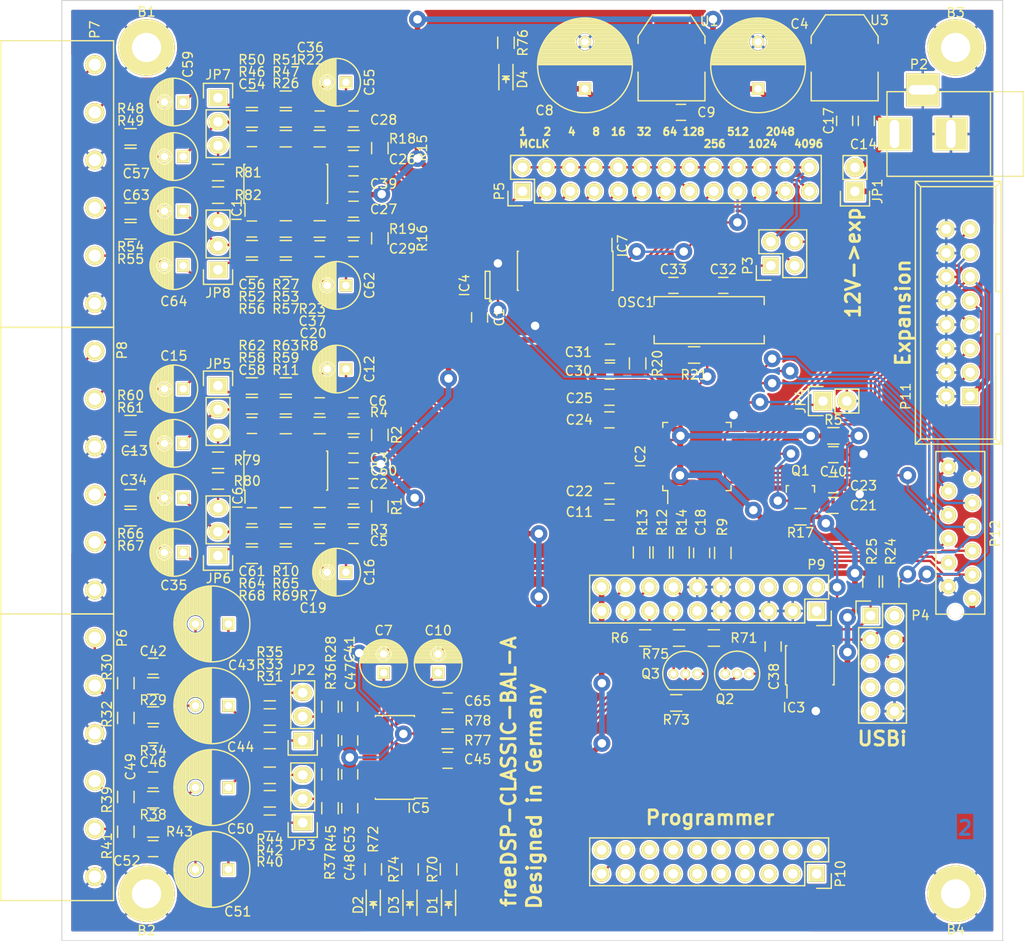
<source format=kicad_pcb>
(kicad_pcb (version 4) (host pcbnew 4.0.2-stable)
  (layers (0 F.Cu signal) (31 B.Cu signal) (34 B.Paste user) (35 F.Paste user) (36 B.SilkS user) (37 F.SilkS user) (38 B.Mask user) (39 F.Mask user) (44 Edge.Cuts user))
  (net 0 "")
  (net 1 GND)
  (net 2 "Net-(C2-Pad2)")
  (net 3 "Net-(C3-Pad2)")
  (net 4 "Net-(C5-Pad2)")
  (net 5 "Net-(C6-Pad2)")
  (net 6 3V3)
  (net 7 "Net-(C21-Pad1)")
  (net 8 "Net-(C22-Pad1)")
  (net 9 "Net-(C24-Pad1)")
  (net 10 "Net-(C25-Pad1)")
  (net 11 "Net-(C26-Pad2)")
  (net 12 "Net-(C27-Pad2)")
  (net 13 "Net-(C28-Pad1)")
  (net 14 "Net-(C28-Pad2)")
  (net 15 "Net-(C29-Pad1)")
  (net 16 "Net-(C29-Pad2)")
  (net 17 "Net-(C32-Pad1)")
  (net 18 "Net-(C33-Pad1)")
  (net 19 "Net-(IC2-Pad3)")
  (net 20 "Net-(IC2-Pad17)")
  (net 21 /WP)
  (net 22 "Net-(IC2-Pad31)")
  (net 23 "Net-(IC2-Pad32)")
  (net 24 /DAC3)
  (net 25 /DAC2)
  (net 26 /DAC1)
  (net 27 "Net-(JP1-Pad1)")
  (net 28 "Net-(P3-Pad2)")
  (net 29 +5V)
  (net 30 "Net-(IC4-Pad4)")
  (net 31 /DAC0)
  (net 32 _RESET)
  (net 33 "Net-(C30-Pad2)")
  (net 34 "Net-(C31-Pad2)")
  (net 35 MP4)
  (net 36 MP5)
  (net 37 MP1)
  (net 38 MP7)
  (net 39 SDA)
  (net 40 SCL)
  (net 41 MP9)
  (net 42 MP8)
  (net 43 MP3)
  (net 44 MP2)
  (net 45 MCLK)
  (net 46 /OUT4)
  (net 47 /OUT3)
  (net 48 /OUT1)
  (net 49 /OUT2)
  (net 50 /IN1)
  (net 51 "Net-(C41-Pad2)")
  (net 52 "Net-(C42-Pad2)")
  (net 53 "Net-(C43-Pad1)")
  (net 54 "Net-(C44-Pad2)")
  (net 55 "Net-(C44-Pad1)")
  (net 56 /IN2)
  (net 57 "Net-(C48-Pad2)")
  (net 58 "Net-(C49-Pad2)")
  (net 59 "Net-(C50-Pad1)")
  (net 60 "Net-(C51-Pad2)")
  (net 61 "Net-(C51-Pad1)")
  (net 62 "Net-(C54-Pad1)")
  (net 63 "Net-(C54-Pad2)")
  (net 64 "Net-(C56-Pad1)")
  (net 65 "Net-(C56-Pad2)")
  (net 66 "Net-(C58-Pad2)")
  (net 67 "Net-(C59-Pad1)")
  (net 68 "Net-(C61-Pad2)")
  (net 69 "Net-(IC6-Pad3)")
  (net 70 "Net-(IC6-Pad12)")
  (net 71 "Net-(JP2-Pad1)")
  (net 72 "Net-(JP2-Pad3)")
  (net 73 "Net-(JP3-Pad1)")
  (net 74 "Net-(JP3-Pad3)")
  (net 75 /IN1+)
  (net 76 /IN1-)
  (net 77 /IN2+)
  (net 78 /IN2-)
  (net 79 /OUT1+)
  (net 80 /OUT1-)
  (net 81 /OUT2+)
  (net 82 /OUT2-)
  (net 83 /OUT3+)
  (net 84 /OUT3-)
  (net 85 /OUT4+)
  (net 86 /OUT4-)
  (net 87 "Net-(IC1-Pad3)")
  (net 88 "Net-(IC1-Pad12)")
  (net 89 "Net-(IC5-Pad1)")
  (net 90 "Net-(D1-Pad1)")
  (net 91 "Net-(D2-Pad1)")
  (net 92 "Net-(D3-Pad1)")
  (net 93 "Net-(D4-Pad1)")
  (net 94 /USB_SCL)
  (net 95 /USB_SDA)
  (net 96 /USB_LED1)
  (net 97 /USB_LED2)
  (net 98 /USB_LED3)
  (net 99 /USB_PWR_ON)
  (net 100 "Net-(P9-Pad16)")
  (net 101 "Net-(C41-Pad1)")
  (net 102 "Net-(C10-Pad1)")
  (net 103 "Net-(C47-Pad1)")
  (net 104 /Vcom)
  (net 105 "Net-(C53-Pad1)")
  (net 106 "Net-(C16-Pad1)")
  (net 107 "Net-(C12-Pad1)")
  (net 108 "Net-(C12-Pad2)")
  (net 109 "Net-(C13-Pad1)")
  (net 110 "Net-(C13-Pad2)")
  (net 111 "Net-(C15-Pad1)")
  (net 112 "Net-(C16-Pad2)")
  (net 113 "Net-(C34-Pad1)")
  (net 114 "Net-(C34-Pad2)")
  (net 115 "Net-(C35-Pad1)")
  (net 116 "Net-(JP5-Pad1)")
  (net 117 "Net-(JP5-Pad3)")
  (net 118 "Net-(JP6-Pad1)")
  (net 119 "Net-(JP6-Pad3)")
  (net 120 "Net-(C55-Pad2)")
  (net 121 "Net-(C57-Pad2)")
  (net 122 "Net-(C62-Pad2)")
  (net 123 "Net-(C63-Pad2)")
  (net 124 "Net-(C64-Pad1)")
  (net 125 "Net-(JP7-Pad1)")
  (net 126 "Net-(JP7-Pad3)")
  (net 127 "Net-(JP8-Pad1)")
  (net 128 "Net-(JP8-Pad3)")
  (net 129 "Net-(C65-Pad2)")
  (net 130 "Net-(C7-Pad2)")
  (net 131 "Net-(C10-Pad2)")
  (net 132 "Net-(IC7-Pad1)")
  (net 133 "Net-(IC7-Pad2)")
  (net 134 "Net-(IC7-Pad3)")
  (net 135 "Net-(IC7-Pad4)")
  (net 136 "Net-(IC7-Pad5)")
  (net 137 "Net-(IC7-Pad6)")
  (net 138 "Net-(IC7-Pad7)")
  (net 139 "Net-(IC7-Pad9)")
  (net 140 "Net-(IC7-Pad12)")
  (net 141 "Net-(IC7-Pad13)")
  (net 142 "Net-(IC7-Pad14)")
  (net 143 "Net-(IC7-Pad15)")
  (net 144 VCC)
  (net 145 MDI)
  (net 146 MDO)
  (net 147 LRCLK)
  (net 148 BCLK)
  (module rklib:C0805-RES (layer F.Cu) (at 182 96.3 180)
    (fp_text reference R5 (at 0 1.7 180) (layer F.SilkS))
    (fp_text value 10K0)
    (pad 1 smd rect (at -0.9 0 180) (size 1 1.3) (layers F.Cu F.Paste F.Mask) (net 21 /WP))
    (pad 2 smd rect (at 0.9 0 180) (size 1 1.3) (layers F.Cu F.Paste F.Mask) (net 6 3V3))
  )
  (module Pin_Headers:Pin_Header_Straight_2x13 (layer F.Cu) (at 148.966 70.285732 90)
    (fp_text reference P5 (at 0 -2.466 90) (layer F.SilkS))
    (fp_text value CONN_02X13)
    (pad 1 thru_hole rect (at 0 0 90) (size 1.7272 1.7272) (drill 1.016) (layers *.Cu *.Mask F.SilkS) (net 30 "Net-(IC4-Pad4)"))
    (pad 2 thru_hole oval (at 2.54 0 90) (size 1.7272 1.7272) (drill 1.016) (layers *.Cu *.Mask F.SilkS) (net 28 "Net-(P3-Pad2)"))
    (pad 3 thru_hole oval (at 0 2.54 90) (size 1.7272 1.7272) (drill 1.016) (layers *.Cu *.Mask F.SilkS) (net 139 "Net-(IC7-Pad9)"))
    (pad 4 thru_hole oval (at 2.54 2.54 90) (size 1.7272 1.7272) (drill 1.016) (layers *.Cu *.Mask F.SilkS) (net 28 "Net-(P3-Pad2)"))
    (pad 5 thru_hole oval (at 0 5.08 90) (size 1.7272 1.7272) (drill 1.016) (layers *.Cu *.Mask F.SilkS) (net 138 "Net-(IC7-Pad7)"))
    (pad 6 thru_hole oval (at 2.54 5.08 90) (size 1.7272 1.7272) (drill 1.016) (layers *.Cu *.Mask F.SilkS) (net 28 "Net-(P3-Pad2)"))
    (pad 7 thru_hole oval (at 0 7.62 90) (size 1.7272 1.7272) (drill 1.016) (layers *.Cu *.Mask F.SilkS) (net 137 "Net-(IC7-Pad6)"))
    (pad 8 thru_hole oval (at 2.54 7.62 90) (size 1.7272 1.7272) (drill 1.016) (layers *.Cu *.Mask F.SilkS) (net 28 "Net-(P3-Pad2)"))
    (pad 9 thru_hole oval (at 0 10.16 90) (size 1.7272 1.7272) (drill 1.016) (layers *.Cu *.Mask F.SilkS) (net 136 "Net-(IC7-Pad5)"))
    (pad 10 thru_hole oval (at 2.54 10.16 90) (size 1.7272 1.7272) (drill 1.016) (layers *.Cu *.Mask F.SilkS) (net 28 "Net-(P3-Pad2)"))
    (pad 11 thru_hole oval (at 0 12.7 90) (size 1.7272 1.7272) (drill 1.016) (layers *.Cu *.Mask F.SilkS) (net 134 "Net-(IC7-Pad3)"))
    (pad 12 thru_hole oval (at 2.54 12.7 90) (size 1.7272 1.7272) (drill 1.016) (layers *.Cu *.Mask F.SilkS) (net 28 "Net-(P3-Pad2)"))
    (pad 13 thru_hole oval (at 0 15.24 90) (size 1.7272 1.7272) (drill 1.016) (layers *.Cu *.Mask F.SilkS) (net 133 "Net-(IC7-Pad2)"))
    (pad 14 thru_hole oval (at 2.54 15.24 90) (size 1.7272 1.7272) (drill 1.016) (layers *.Cu *.Mask F.SilkS) (net 28 "Net-(P3-Pad2)"))
    (pad 15 thru_hole oval (at 0 17.78 90) (size 1.7272 1.7272) (drill 1.016) (layers *.Cu *.Mask F.SilkS) (net 135 "Net-(IC7-Pad4)"))
    (pad 16 thru_hole oval (at 2.54 17.78 90) (size 1.7272 1.7272) (drill 1.016) (layers *.Cu *.Mask F.SilkS) (net 28 "Net-(P3-Pad2)"))
    (pad 17 thru_hole oval (at 0 20.32 90) (size 1.7272 1.7272) (drill 1.016) (layers *.Cu *.Mask F.SilkS) (net 141 "Net-(IC7-Pad13)"))
    (pad 18 thru_hole oval (at 2.54 20.32 90) (size 1.7272 1.7272) (drill 1.016) (layers *.Cu *.Mask F.SilkS) (net 28 "Net-(P3-Pad2)"))
    (pad 19 thru_hole oval (at 0 22.86 90) (size 1.7272 1.7272) (drill 1.016) (layers *.Cu *.Mask F.SilkS) (net 140 "Net-(IC7-Pad12)"))
    (pad 20 thru_hole oval (at 2.54 22.86 90) (size 1.7272 1.7272) (drill 1.016) (layers *.Cu *.Mask F.SilkS) (net 28 "Net-(P3-Pad2)"))
    (pad 21 thru_hole oval (at 0 25.4 90) (size 1.7272 1.7272) (drill 1.016) (layers *.Cu *.Mask F.SilkS) (net 142 "Net-(IC7-Pad14)"))
    (pad 22 thru_hole oval (at 2.54 25.4 90) (size 1.7272 1.7272) (drill 1.016) (layers *.Cu *.Mask F.SilkS) (net 28 "Net-(P3-Pad2)"))
    (pad 23 thru_hole oval (at 0 27.94 90) (size 1.7272 1.7272) (drill 1.016) (layers *.Cu *.Mask F.SilkS) (net 143 "Net-(IC7-Pad15)"))
    (pad 24 thru_hole oval (at 2.54 27.94 90) (size 1.7272 1.7272) (drill 1.016) (layers *.Cu *.Mask F.SilkS) (net 28 "Net-(P3-Pad2)"))
    (pad 25 thru_hole oval (at 0 30.48 90) (size 1.7272 1.7272) (drill 1.016) (layers *.Cu *.Mask F.SilkS) (net 132 "Net-(IC7-Pad1)"))
    (pad 26 thru_hole oval (at 2.54 30.48 90) (size 1.7272 1.7272) (drill 1.016) (layers *.Cu *.Mask F.SilkS) (net 28 "Net-(P3-Pad2)"))
  )
  (module Housings_QFP:LQFP-48_7x7mm_Pitch0.5mm (layer F.Cu) (at 167.5 98.5 90)
    (fp_text reference IC2 (at 0 -6 90) (layer F.SilkS))
    (fp_text value ADAU1701)
    (pad 1 smd rect (at -4.35 -2.75 90) (size 1.3 0.25) (layers F.Cu F.Paste F.Mask) (net 1 GND))
    (pad 2 smd rect (at -4.35 -2.25 90) (size 1.3 0.25) (layers F.Cu F.Paste F.Mask) (net 50 /IN1))
    (pad 3 smd rect (at -4.35 -1.75 90) (size 1.3 0.25) (layers F.Cu F.Paste F.Mask) (net 19 "Net-(IC2-Pad3)"))
    (pad 4 smd rect (at -4.35 -1.25 90) (size 1.3 0.25) (layers F.Cu F.Paste F.Mask) (net 56 /IN2))
    (pad 5 smd rect (at -4.35 -0.75 90) (size 1.3 0.25) (layers F.Cu F.Paste F.Mask) (net 32 _RESET))
    (pad 6 smd rect (at -4.35 -0.25 90) (size 1.3 0.25) (layers F.Cu F.Paste F.Mask) (net 6 3V3))
    (pad 7 smd rect (at -4.35 0.25 90) (size 1.3 0.25) (layers F.Cu F.Paste F.Mask) (net 1 GND))
    (pad 8 smd rect (at -4.35 0.75 90) (size 1.3 0.25) (layers F.Cu F.Paste F.Mask) (net 35 MP4))
    (pad 9 smd rect (at -4.35 1.25 90) (size 1.3 0.25) (layers F.Cu F.Paste F.Mask) (net 36 MP5))
    (pad 10 smd rect (at -4.35 1.75 90) (size 1.3 0.25) (layers F.Cu F.Paste F.Mask) (net 37 MP1))
    (pad 11 smd rect (at -4.35 2.25 90) (size 1.3 0.25) (layers F.Cu F.Paste F.Mask) (net 145 MDI))
    (pad 12 smd rect (at -4.35 2.75 90) (size 1.3 0.25) (layers F.Cu F.Paste F.Mask) (net 1 GND))
    (pad 13 smd rect (at -2.75 4.35 180) (size 1.3 0.25) (layers F.Cu F.Paste F.Mask) (net 7 "Net-(C21-Pad1)"))
    (pad 14 smd rect (at -2.25 4.35 180) (size 1.3 0.25) (layers F.Cu F.Paste F.Mask) (net 38 MP7))
    (pad 15 smd rect (at -1.75 4.35 180) (size 1.3 0.25) (layers F.Cu F.Paste F.Mask) (net 146 MDO))
    (pad 16 smd rect (at -1.25 4.35 180) (size 1.3 0.25) (layers F.Cu F.Paste F.Mask) (net 147 LRCLK))
    (pad 17 smd rect (at -0.75 4.35 180) (size 1.3 0.25) (layers F.Cu F.Paste F.Mask) (net 20 "Net-(IC2-Pad17)"))
    (pad 18 smd rect (at -0.25 4.35 180) (size 1.3 0.25) (layers F.Cu F.Paste F.Mask) (net 6 3V3))
    (pad 19 smd rect (at 0.25 4.35 180) (size 1.3 0.25) (layers F.Cu F.Paste F.Mask) (net 148 BCLK))
    (pad 20 smd rect (at 0.75 4.35 180) (size 1.3 0.25) (layers F.Cu F.Paste F.Mask) (net 1 GND))
    (pad 21 smd rect (at 1.25 4.35 180) (size 1.3 0.25) (layers F.Cu F.Paste F.Mask) (net 21 /WP))
    (pad 22 smd rect (at 1.75 4.35 180) (size 1.3 0.25) (layers F.Cu F.Paste F.Mask) (net 39 SDA))
    (pad 23 smd rect (at 2.25 4.35 180) (size 1.3 0.25) (layers F.Cu F.Paste F.Mask) (net 40 SCL))
    (pad 24 smd rect (at 2.75 4.35 180) (size 1.3 0.25) (layers F.Cu F.Paste F.Mask) (net 7 "Net-(C21-Pad1)"))
    (pad 25 smd rect (at 4.35 2.75 90) (size 1.3 0.25) (layers F.Cu F.Paste F.Mask) (net 1 GND))
    (pad 26 smd rect (at 4.35 2.25 90) (size 1.3 0.25) (layers F.Cu F.Paste F.Mask) (net 41 MP9))
    (pad 27 smd rect (at 4.35 1.75 90) (size 1.3 0.25) (layers F.Cu F.Paste F.Mask) (net 42 MP8))
    (pad 28 smd rect (at 4.35 1.25 90) (size 1.3 0.25) (layers F.Cu F.Paste F.Mask) (net 43 MP3))
    (pad 29 smd rect (at 4.35 0.75 90) (size 1.3 0.25) (layers F.Cu F.Paste F.Mask) (net 44 MP2))
    (pad 30 smd rect (at 4.35 0.25 90) (size 1.3 0.25) (layers F.Cu F.Paste F.Mask) (net 1 GND))
    (pad 31 smd rect (at 4.35 -0.25 90) (size 1.3 0.25) (layers F.Cu F.Paste F.Mask) (net 22 "Net-(IC2-Pad31)"))
    (pad 32 smd rect (at 4.35 -0.75 90) (size 1.3 0.25) (layers F.Cu F.Paste F.Mask) (net 23 "Net-(IC2-Pad32)"))
    (pad 33 smd rect (at 4.35 -1.25 90) (size 1.3 0.25) (layers F.Cu F.Paste F.Mask) (net 1 GND))
    (pad 34 smd rect (at 4.35 -1.75 90) (size 1.3 0.25) (layers F.Cu F.Paste F.Mask) (net 6 3V3))
    (pad 35 smd rect (at 4.35 -2.25 90) (size 1.3 0.25) (layers F.Cu F.Paste F.Mask) (net 33 "Net-(C30-Pad2)"))
    (pad 36 smd rect (at 4.35 -2.75 90) (size 1.3 0.25) (layers F.Cu F.Paste F.Mask) (net 6 3V3))
    (pad 37 smd rect (at 2.75 -4.35 180) (size 1.3 0.25) (layers F.Cu F.Paste F.Mask) (net 1 GND))
    (pad 38 smd rect (at 2.25 -4.35 180) (size 1.3 0.25) (layers F.Cu F.Paste F.Mask) (net 1 GND))
    (pad 39 smd rect (at 1.75 -4.35 180) (size 1.3 0.25) (layers F.Cu F.Paste F.Mask) (net 6 3V3))
    (pad 40 smd rect (at 1.25 -4.35 180) (size 1.3 0.25) (layers F.Cu F.Paste F.Mask) (net 10 "Net-(C25-Pad1)"))
    (pad 41 smd rect (at 0.75 -4.35 180) (size 1.3 0.25) (layers F.Cu F.Paste F.Mask) (net 9 "Net-(C24-Pad1)"))
    (pad 42 smd rect (at 0.25 -4.35 180) (size 1.3 0.25) (layers F.Cu F.Paste F.Mask) (net 1 GND))
    (pad 43 smd rect (at -0.25 -4.35 180) (size 1.3 0.25) (layers F.Cu F.Paste F.Mask) (net 31 /DAC0))
    (pad 44 smd rect (at -0.75 -4.35 180) (size 1.3 0.25) (layers F.Cu F.Paste F.Mask) (net 26 /DAC1))
    (pad 45 smd rect (at -1.25 -4.35 180) (size 1.3 0.25) (layers F.Cu F.Paste F.Mask) (net 25 /DAC2))
    (pad 46 smd rect (at -1.75 -4.35 180) (size 1.3 0.25) (layers F.Cu F.Paste F.Mask) (net 24 /DAC3))
    (pad 47 smd rect (at -2.25 -4.35 180) (size 1.3 0.25) (layers F.Cu F.Paste F.Mask) (net 8 "Net-(C22-Pad1)"))
    (pad 48 smd rect (at -2.75 -4.35 180) (size 1.3 0.25) (layers F.Cu F.Paste F.Mask) (net 6 3V3))
  )
  (module Pin_Headers:Pin_Header_Straight_2x02 (layer F.Cu) (at 175.36 78.2 90)
    (fp_text reference P3 (at 0 -2.46 90) (layer F.SilkS))
    (fp_text value CONN_02X02)
    (pad 1 thru_hole rect (at 0 0 90) (size 1.7272 1.7272) (drill 1.016) (layers *.Cu *.Mask F.SilkS) (net 17 "Net-(C32-Pad1)"))
    (pad 2 thru_hole oval (at 2.54 0 90) (size 1.7272 1.7272) (drill 1.016) (layers *.Cu *.Mask F.SilkS) (net 28 "Net-(P3-Pad2)"))
    (pad 3 thru_hole oval (at 0 2.54 90) (size 1.7272 1.7272) (drill 1.016) (layers *.Cu *.Mask F.SilkS) (net 23 "Net-(IC2-Pad32)"))
    (pad 4 thru_hole oval (at 2.54 2.54 90) (size 1.7272 1.7272) (drill 1.016) (layers *.Cu *.Mask F.SilkS) (net 45 MCLK))
  )
  (module Pin_Headers:Pin_Header_Straight_2x05 (layer F.Cu) (at 185.96 115.42)
    (fp_text reference P4 (at 5.3 -0.02) (layer F.SilkS))
    (fp_text value USBi)
    (pad 1 thru_hole rect (at 0 0) (size 1.7272 1.7272) (drill 1.016) (layers *.Cu *.Mask F.SilkS) (net 40 SCL))
    (pad 2 thru_hole oval (at 2.54 0) (size 1.7272 1.7272) (drill 1.016) (layers *.Cu *.Mask F.SilkS))
    (pad 3 thru_hole oval (at 0 2.54) (size 1.7272 1.7272) (drill 1.016) (layers *.Cu *.Mask F.SilkS) (net 39 SDA))
    (pad 4 thru_hole oval (at 2.54 2.54) (size 1.7272 1.7272) (drill 1.016) (layers *.Cu *.Mask F.SilkS) (net 29 +5V))
    (pad 5 thru_hole oval (at 0 5.08) (size 1.7272 1.7272) (drill 1.016) (layers *.Cu *.Mask F.SilkS))
    (pad 6 thru_hole oval (at 2.54 5.08) (size 1.7272 1.7272) (drill 1.016) (layers *.Cu *.Mask F.SilkS) (net 32 _RESET))
    (pad 7 thru_hole oval (at 0 7.62) (size 1.7272 1.7272) (drill 1.016) (layers *.Cu *.Mask F.SilkS))
    (pad 8 thru_hole oval (at 2.54 7.62) (size 1.7272 1.7272) (drill 1.016) (layers *.Cu *.Mask F.SilkS))
    (pad 9 thru_hole oval (at 0 10.16) (size 1.7272 1.7272) (drill 1.016) (layers *.Cu *.Mask F.SilkS))
    (pad 10 thru_hole oval (at 2.54 10.16) (size 1.7272 1.7272) (drill 1.016) (layers *.Cu *.Mask F.SilkS) (net 1 GND))
  )
  (module Housings_SOT-23_SOT-143_TSOT-6:SOT-23 (layer F.Cu) (at 178.5 102.24644)
    (fp_text reference Q1 (at 0 -2.25) (layer F.SilkS))
    (fp_text value ZXTP25040DFHTA)
    (pad 1 smd rect (at -0.95 1.00076) (size 0.8001 0.8001) (layers F.Cu F.Paste F.Mask) (net 20 "Net-(IC2-Pad17)"))
    (pad 2 smd rect (at 0.95 1.00076) (size 0.8001 0.8001) (layers F.Cu F.Paste F.Mask) (net 6 3V3))
    (pad 3 smd rect (at 0 -0.99822) (size 0.8001 0.8001) (layers F.Cu F.Paste F.Mask) (net 7 "Net-(C21-Pad1)"))
  )
  (module Housings_SOIC:SOIC-8_3.9x4.9mm_Pitch1.27mm (layer F.Cu) (at 179.5 120.7 90)
    (fp_text reference IC3 (at -4.5 -1.7 180) (layer F.SilkS))
    (fp_text value 24AA256)
    (pad 1 smd rect (at -2.7 -1.905 90) (size 1.55 0.6) (layers F.Cu F.Paste F.Mask) (net 1 GND))
    (pad 2 smd rect (at -2.7 -0.635 90) (size 1.55 0.6) (layers F.Cu F.Paste F.Mask) (net 1 GND))
    (pad 3 smd rect (at -2.7 0.635 90) (size 1.55 0.6) (layers F.Cu F.Paste F.Mask) (net 1 GND))
    (pad 4 smd rect (at -2.7 1.905 90) (size 1.55 0.6) (layers F.Cu F.Paste F.Mask) (net 1 GND))
    (pad 5 smd rect (at 2.7 1.905 90) (size 1.55 0.6) (layers F.Cu F.Paste F.Mask) (net 39 SDA))
    (pad 6 smd rect (at 2.7 0.635 90) (size 1.55 0.6) (layers F.Cu F.Paste F.Mask) (net 40 SCL))
    (pad 7 smd rect (at 2.7 -0.635 90) (size 1.55 0.6) (layers F.Cu F.Paste F.Mask) (net 21 /WP))
    (pad 8 smd rect (at 2.7 -1.905 90) (size 1.55 0.6) (layers F.Cu F.Paste F.Mask) (net 6 3V3))
  )
  (module Housings_SOIC:SOIC-14_3.9x8.7mm_Pitch1.27mm (layer F.Cu) (at 123.8 69.5 90)
    (fp_text reference IC1 (at -2.8 -5.2 90) (layer F.SilkS))
    (fp_text value AD8608ARZ)
    (pad 1 smd rect (at -2.7 -3.81 90) (size 1.5 0.6) (layers F.Cu F.Paste F.Mask) (net 64 "Net-(C56-Pad1)"))
    (pad 2 smd rect (at -2.7 -2.54 90) (size 1.5 0.6) (layers F.Cu F.Paste F.Mask) (net 65 "Net-(C56-Pad2)"))
    (pad 3 smd rect (at -2.7 -1.27 90) (size 1.5 0.6) (layers F.Cu F.Paste F.Mask) (net 87 "Net-(IC1-Pad3)"))
    (pad 4 smd rect (at -2.7 0 90) (size 1.5 0.6) (layers F.Cu F.Paste F.Mask) (net 29 +5V))
    (pad 5 smd rect (at -2.7 1.27 90) (size 1.5 0.6) (layers F.Cu F.Paste F.Mask) (net 12 "Net-(C27-Pad2)"))
    (pad 6 smd rect (at -2.7 2.54 90) (size 1.5 0.6) (layers F.Cu F.Paste F.Mask) (net 15 "Net-(C29-Pad1)"))
    (pad 7 smd rect (at -2.7 3.81 90) (size 1.5 0.6) (layers F.Cu F.Paste F.Mask) (net 15 "Net-(C29-Pad1)"))
    (pad 8 smd rect (at 2.7 3.81 90) (size 1.5 0.6) (layers F.Cu F.Paste F.Mask) (net 13 "Net-(C28-Pad1)"))
    (pad 9 smd rect (at 2.7 2.54 90) (size 1.5 0.6) (layers F.Cu F.Paste F.Mask) (net 13 "Net-(C28-Pad1)"))
    (pad 10 smd rect (at 2.7 1.27 90) (size 1.5 0.6) (layers F.Cu F.Paste F.Mask) (net 11 "Net-(C26-Pad2)"))
    (pad 11 smd rect (at 2.7 0 90) (size 1.5 0.6) (layers F.Cu F.Paste F.Mask) (net 1 GND))
    (pad 12 smd rect (at 2.7 -1.27 90) (size 1.5 0.6) (layers F.Cu F.Paste F.Mask) (net 88 "Net-(IC1-Pad12)"))
    (pad 13 smd rect (at 2.7 -2.54 90) (size 1.5 0.6) (layers F.Cu F.Paste F.Mask) (net 63 "Net-(C54-Pad2)"))
    (pad 14 smd rect (at 2.7 -3.81 90) (size 1.5 0.6) (layers F.Cu F.Paste F.Mask) (net 62 "Net-(C54-Pad1)"))
  )
  (module alexmod:SOT-223_Reg_MAE (layer F.Cu) (at 164.8 56.1)
    (fp_text reference U1 (at 4 -3.9) (layer F.SilkS))
    (fp_text value 78033)
    (pad VO smd rect (at 0 -3.302) (size 3.6576 2.032) (layers F.Cu F.Paste F.Mask) (net 6 3V3))
    (pad VO smd rect (at 0 3.302) (size 1.016 2.032) (layers F.Cu F.Paste F.Mask) (net 6 3V3))
    (pad VI smd rect (at 2.286 3.302) (size 1.016 2.032) (layers F.Cu F.Paste F.Mask) (net 29 +5V))
    (pad GND smd rect (at -2.286 3.302) (size 1.016 2.032) (layers F.Cu F.Paste F.Mask) (net 1 GND))
  )
  (module Pin_Headers:Pin_Header_Straight_1x02 (layer F.Cu) (at 184.3 70.3 180)
    (fp_text reference JP1 (at -2.4 0 270) (layer F.SilkS))
    (fp_text value JUMPER)
    (pad 1 thru_hole rect (at 0 0 180) (size 2.032 2.032) (drill 1.016) (layers *.Cu *.Mask F.SilkS) (net 27 "Net-(JP1-Pad1)"))
    (pad 2 thru_hole oval (at 0 2.54 180) (size 2.032 2.032) (drill 1.016) (layers *.Cu *.Mask F.SilkS) (net 144 VCC))
  )
  (module alexmod:SOT-223_Reg_MAE (layer F.Cu) (at 183.2 56.1)
    (fp_text reference U3 (at 3.7 -4) (layer F.SilkS))
    (fp_text value 7805)
    (pad VO smd rect (at 0 -3.302) (size 3.6576 2.032) (layers F.Cu F.Paste F.Mask) (net 29 +5V))
    (pad VO smd rect (at 0 3.302) (size 1.016 2.032) (layers F.Cu F.Paste F.Mask) (net 29 +5V))
    (pad VI smd rect (at 2.286 3.302) (size 1.016 2.032) (layers F.Cu F.Paste F.Mask) (net 144 VCC))
    (pad GND smd rect (at -2.286 3.302) (size 1.016 2.032) (layers F.Cu F.Paste F.Mask) (net 1 GND))
  )
  (module TO_SOT_Packages_SMD:SOT-23-5 (layer F.Cu) (at 145.25 80.25 180)
    (fp_text reference IC4 (at 2.45 -0.05 270) (layer F.SilkS))
    (fp_text value SN74LVC1G08DBVR)
    (pad 1 smd rect (at -1.1 -0.95 180) (size 1.06 0.65) (layers F.Cu F.Paste F.Mask) (net 22 "Net-(IC2-Pad31)"))
    (pad 2 smd rect (at -1.1 0 180) (size 1.06 0.65) (layers F.Cu F.Paste F.Mask) (net 22 "Net-(IC2-Pad31)"))
    (pad 3 smd rect (at -1.1 0.95 180) (size 1.06 0.65) (layers F.Cu F.Paste F.Mask) (net 1 GND))
    (pad 4 smd rect (at 1.1 0.95 180) (size 1.06 0.65) (layers F.Cu F.Paste F.Mask) (net 30 "Net-(IC4-Pad4)"))
    (pad 5 smd rect (at 1.1 -0.95 180) (size 1.06 0.65) (layers F.Cu F.Paste F.Mask) (net 6 3V3))
  )
  (module Capacitors_ThroughHole:C_Radial_D8_L11.5_P3.5 (layer F.Cu) (at 117.7 116.3 180)
    (fp_text reference C43 (at -1.4 -4.4 180) (layer F.SilkS))
    (fp_text value 47u0./35V)
    (pad 2 thru_hole circle (at 3.5 0 180) (size 1.3 1.3) (drill 0.8) (layers *.Cu *.Mask F.SilkS) (net 52 "Net-(C42-Pad2)"))
    (pad 1 thru_hole rect (at 0 0 180) (size 1.3 1.3) (drill 0.8) (layers *.Cu *.Mask F.SilkS) (net 53 "Net-(C43-Pad1)"))
  )
  (module Capacitors_ThroughHole:C_Radial_D8_L11.5_P3.5 (layer F.Cu) (at 117.7 125 180)
    (fp_text reference C44 (at -1.3 -4.4 180) (layer F.SilkS))
    (fp_text value 47u0./35V)
    (pad 2 thru_hole circle (at 3.5 0 180) (size 1.3 1.3) (drill 0.8) (layers *.Cu *.Mask F.SilkS) (net 54 "Net-(C44-Pad2)"))
    (pad 1 thru_hole rect (at 0 0 180) (size 1.3 1.3) (drill 0.8) (layers *.Cu *.Mask F.SilkS) (net 55 "Net-(C44-Pad1)"))
  )
  (module Capacitors_ThroughHole:C_Radial_D8_L11.5_P3.5 (layer F.Cu) (at 117.7 133.7 180)
    (fp_text reference C50 (at -1.3 -4.4 180) (layer F.SilkS))
    (fp_text value 47u0./35V)
    (pad 2 thru_hole circle (at 3.5 0 180) (size 1.3 1.3) (drill 0.8) (layers *.Cu *.Mask F.SilkS) (net 58 "Net-(C49-Pad2)"))
    (pad 1 thru_hole rect (at 0 0 180) (size 1.3 1.3) (drill 0.8) (layers *.Cu *.Mask F.SilkS) (net 59 "Net-(C50-Pad1)"))
  )
  (module Capacitors_ThroughHole:C_Radial_D8_L11.5_P3.5 (layer F.Cu) (at 117.7 142.4 180)
    (fp_text reference C51 (at -1 -4.5 180) (layer F.SilkS))
    (fp_text value 47u0./35V)
    (pad 2 thru_hole circle (at 3.5 0 180) (size 1.3 1.3) (drill 0.8) (layers *.Cu *.Mask F.SilkS) (net 60 "Net-(C51-Pad2)"))
    (pad 1 thru_hole rect (at 0 0 180) (size 1.3 1.3) (drill 0.8) (layers *.Cu *.Mask F.SilkS) (net 61 "Net-(C51-Pad1)"))
  )
  (module Housings_SOIC:SOIC-14_3.9x8.7mm_Pitch1.27mm (layer F.Cu) (at 135.4 130.5 180)
    (fp_text reference IC5 (at -2.5 -5.375 180) (layer F.SilkS))
    (fp_text value AD8608ARZ)
    (pad 1 smd rect (at -2.7 -3.81 180) (size 1.5 0.6) (layers F.Cu F.Paste F.Mask) (net 89 "Net-(IC5-Pad1)"))
    (pad 2 smd rect (at -2.7 -2.54 180) (size 1.5 0.6) (layers F.Cu F.Paste F.Mask) (net 89 "Net-(IC5-Pad1)"))
    (pad 3 smd rect (at -2.7 -1.27 180) (size 1.5 0.6) (layers F.Cu F.Paste F.Mask) (net 1 GND))
    (pad 4 smd rect (at -2.7 0 180) (size 1.5 0.6) (layers F.Cu F.Paste F.Mask) (net 29 +5V))
    (pad 5 smd rect (at -2.7 1.27 180) (size 1.5 0.6) (layers F.Cu F.Paste F.Mask) (net 129 "Net-(C65-Pad2)"))
    (pad 6 smd rect (at -2.7 2.54 180) (size 1.5 0.6) (layers F.Cu F.Paste F.Mask) (net 104 /Vcom))
    (pad 7 smd rect (at -2.7 3.81 180) (size 1.5 0.6) (layers F.Cu F.Paste F.Mask) (net 104 /Vcom))
    (pad 8 smd rect (at 2.7 3.81 180) (size 1.5 0.6) (layers F.Cu F.Paste F.Mask) (net 101 "Net-(C41-Pad1)"))
    (pad 9 smd rect (at 2.7 2.54 180) (size 1.5 0.6) (layers F.Cu F.Paste F.Mask) (net 51 "Net-(C41-Pad2)"))
    (pad 10 smd rect (at 2.7 1.27 180) (size 1.5 0.6) (layers F.Cu F.Paste F.Mask) (net 103 "Net-(C47-Pad1)"))
    (pad 11 smd rect (at 2.7 0 180) (size 1.5 0.6) (layers F.Cu F.Paste F.Mask) (net 1 GND))
    (pad 12 smd rect (at 2.7 -1.27 180) (size 1.5 0.6) (layers F.Cu F.Paste F.Mask) (net 105 "Net-(C53-Pad1)"))
    (pad 13 smd rect (at 2.7 -2.54 180) (size 1.5 0.6) (layers F.Cu F.Paste F.Mask) (net 57 "Net-(C48-Pad2)"))
    (pad 14 smd rect (at 2.7 -3.81 180) (size 1.5 0.6) (layers F.Cu F.Paste F.Mask) (net 102 "Net-(C10-Pad1)"))
  )
  (module Housings_SOIC:SOIC-14_3.9x8.7mm_Pitch1.27mm (layer F.Cu) (at 123.8 100 90)
    (fp_text reference IC6 (at -2.9 -5.1 90) (layer F.SilkS))
    (fp_text value AD8608ARZ)
    (pad 1 smd rect (at -2.7 -3.81 90) (size 1.5 0.6) (layers F.Cu F.Paste F.Mask) (net 113 "Net-(C34-Pad1)"))
    (pad 2 smd rect (at -2.7 -2.54 90) (size 1.5 0.6) (layers F.Cu F.Paste F.Mask) (net 68 "Net-(C61-Pad2)"))
    (pad 3 smd rect (at -2.7 -1.27 90) (size 1.5 0.6) (layers F.Cu F.Paste F.Mask) (net 69 "Net-(IC6-Pad3)"))
    (pad 4 smd rect (at -2.7 0 90) (size 1.5 0.6) (layers F.Cu F.Paste F.Mask) (net 29 +5V))
    (pad 5 smd rect (at -2.7 1.27 90) (size 1.5 0.6) (layers F.Cu F.Paste F.Mask) (net 2 "Net-(C2-Pad2)"))
    (pad 6 smd rect (at -2.7 2.54 90) (size 1.5 0.6) (layers F.Cu F.Paste F.Mask) (net 106 "Net-(C16-Pad1)"))
    (pad 7 smd rect (at -2.7 3.81 90) (size 1.5 0.6) (layers F.Cu F.Paste F.Mask) (net 106 "Net-(C16-Pad1)"))
    (pad 8 smd rect (at 2.7 3.81 90) (size 1.5 0.6) (layers F.Cu F.Paste F.Mask) (net 107 "Net-(C12-Pad1)"))
    (pad 9 smd rect (at 2.7 2.54 90) (size 1.5 0.6) (layers F.Cu F.Paste F.Mask) (net 107 "Net-(C12-Pad1)"))
    (pad 10 smd rect (at 2.7 1.27 90) (size 1.5 0.6) (layers F.Cu F.Paste F.Mask) (net 3 "Net-(C3-Pad2)"))
    (pad 11 smd rect (at 2.7 0 90) (size 1.5 0.6) (layers F.Cu F.Paste F.Mask) (net 1 GND))
    (pad 12 smd rect (at 2.7 -1.27 90) (size 1.5 0.6) (layers F.Cu F.Paste F.Mask) (net 70 "Net-(IC6-Pad12)"))
    (pad 13 smd rect (at 2.7 -2.54 90) (size 1.5 0.6) (layers F.Cu F.Paste F.Mask) (net 66 "Net-(C58-Pad2)"))
    (pad 14 smd rect (at 2.7 -3.81 90) (size 1.5 0.6) (layers F.Cu F.Paste F.Mask) (net 109 "Net-(C13-Pad1)"))
  )
  (module Pin_Headers:Pin_Header_Straight_1x03 (layer F.Cu) (at 125.6 128.7 180)
    (fp_text reference JP2 (at 0 7.5 180) (layer F.SilkS))
    (fp_text value JUMPER3)
    (pad 1 thru_hole rect (at 0 0 180) (size 2.032 1.7272) (drill 1.016) (layers *.Cu *.Mask F.SilkS) (net 71 "Net-(JP2-Pad1)"))
    (pad 2 thru_hole oval (at 0 2.54 180) (size 2.032 1.7272) (drill 1.016) (layers *.Cu *.Mask F.SilkS) (net 51 "Net-(C41-Pad2)"))
    (pad 3 thru_hole oval (at 0 5.08 180) (size 2.032 1.7272) (drill 1.016) (layers *.Cu *.Mask F.SilkS) (net 72 "Net-(JP2-Pad3)"))
  )
  (module Pin_Headers:Pin_Header_Straight_1x03 (layer F.Cu) (at 125.6 137.44 180)
    (fp_text reference JP3 (at 0 -2.4 180) (layer F.SilkS))
    (fp_text value JUMPER3)
    (pad 1 thru_hole rect (at 0 0 180) (size 2.032 1.7272) (drill 1.016) (layers *.Cu *.Mask F.SilkS) (net 73 "Net-(JP3-Pad1)"))
    (pad 2 thru_hole oval (at 0 2.54 180) (size 2.032 1.7272) (drill 1.016) (layers *.Cu *.Mask F.SilkS) (net 57 "Net-(C48-Pad2)"))
    (pad 3 thru_hole oval (at 0 5.08 180) (size 2.032 1.7272) (drill 1.016) (layers *.Cu *.Mask F.SilkS) (net 74 "Net-(JP3-Pad3)"))
  )
  (module rklib:SL_5.08HC-06-90 (layer F.Cu) (at 103.5 130.48 270)
    (fp_text reference P6 (at -12.68 -2.9 270) (layer F.SilkS))
    (fp_text value CONN_01X06)
    (pad 1 thru_hole circle (at -12.7 0 270) (size 2 2) (drill 1.3) (layers *.Cu *.Mask F.SilkS) (net 75 /IN1+))
    (pad 2 thru_hole circle (at -7.62 0 270) (size 2 2) (drill 1.3) (layers *.Cu *.Mask F.SilkS) (net 76 /IN1-))
    (pad 3 thru_hole circle (at -2.54 0 270) (size 2 2) (drill 1.3) (layers *.Cu *.Mask F.SilkS) (net 1 GND))
    (pad 4 thru_hole circle (at 2.54 0 270) (size 2 2) (drill 1.3) (layers *.Cu *.Mask F.SilkS) (net 77 /IN2+))
    (pad 5 thru_hole circle (at 7.62 0 270) (size 2 2) (drill 1.3) (layers *.Cu *.Mask F.SilkS) (net 78 /IN2-))
    (pad 6 thru_hole circle (at 12.7 0 270) (size 2 2) (drill 1.3) (layers *.Cu *.Mask F.SilkS) (net 1 GND))
  )
  (module rklib:SL_5.08HC-06-90 (layer F.Cu) (at 103.5 69.52 270)
    (fp_text reference P7 (at -16.42 0 270) (layer F.SilkS))
    (fp_text value CONN_01X06)
    (pad 1 thru_hole circle (at -12.7 0 270) (size 2 2) (drill 1.3) (layers *.Cu *.Mask F.SilkS) (net 79 /OUT1+))
    (pad 2 thru_hole circle (at -7.62 0 270) (size 2 2) (drill 1.3) (layers *.Cu *.Mask F.SilkS) (net 80 /OUT1-))
    (pad 3 thru_hole circle (at -2.54 0 270) (size 2 2) (drill 1.3) (layers *.Cu *.Mask F.SilkS) (net 1 GND))
    (pad 4 thru_hole circle (at 2.54 0 270) (size 2 2) (drill 1.3) (layers *.Cu *.Mask F.SilkS) (net 81 /OUT2+))
    (pad 5 thru_hole circle (at 7.62 0 270) (size 2 2) (drill 1.3) (layers *.Cu *.Mask F.SilkS) (net 82 /OUT2-))
    (pad 6 thru_hole circle (at 12.7 0 270) (size 2 2) (drill 1.3) (layers *.Cu *.Mask F.SilkS) (net 1 GND))
  )
  (module rklib:SL_5.08HC-06-90 (layer F.Cu) (at 103.5 100 270)
    (fp_text reference P8 (at -12.8 -2.9 270) (layer F.SilkS))
    (fp_text value CONN_01X06)
    (pad 1 thru_hole circle (at -12.7 0 270) (size 2 2) (drill 1.3) (layers *.Cu *.Mask F.SilkS) (net 83 /OUT3+))
    (pad 2 thru_hole circle (at -7.62 0 270) (size 2 2) (drill 1.3) (layers *.Cu *.Mask F.SilkS) (net 84 /OUT3-))
    (pad 3 thru_hole circle (at -2.54 0 270) (size 2 2) (drill 1.3) (layers *.Cu *.Mask F.SilkS) (net 1 GND))
    (pad 4 thru_hole circle (at 2.54 0 270) (size 2 2) (drill 1.3) (layers *.Cu *.Mask F.SilkS) (net 85 /OUT4+))
    (pad 5 thru_hole circle (at 7.62 0 270) (size 2 2) (drill 1.3) (layers *.Cu *.Mask F.SilkS) (net 86 /OUT4-))
    (pad 6 thru_hole circle (at 12.7 0 270) (size 2 2) (drill 1.3) (layers *.Cu *.Mask F.SilkS) (net 1 GND))
  )
  (module rklib:C0805-X7R (layer F.Cu) (at 131 97.3 180)
    (fp_text reference C3 (at -2.7 -1.4 180) (layer F.SilkS))
    (fp_text value 150p)
    (pad 1 smd rect (at -0.9 0 180) (size 1 1.3) (layers F.Cu F.Paste F.Mask) (net 1 GND))
    (pad 2 smd rect (at 0.9 0 180) (size 1 1.3) (layers F.Cu F.Paste F.Mask) (net 3 "Net-(C3-Pad2)"))
  )
  (module rklib:C0805-X7R (layer F.Cu) (at 131 93.1)
    (fp_text reference C6 (at 2.6 -0.5) (layer F.SilkS))
    (fp_text value 470p)
    (pad 1 smd rect (at -0.9 0) (size 1 1.3) (layers F.Cu F.Paste F.Mask) (net 107 "Net-(C12-Pad1)"))
    (pad 2 smd rect (at 0.9 0) (size 1 1.3) (layers F.Cu F.Paste F.Mask) (net 5 "Net-(C6-Pad2)"))
  )
  (module rklib:C0805-X7R (layer F.Cu) (at 127.4 93.1)
    (fp_text reference C20 (at -0.7 -7.7) (layer F.SilkS))
    (fp_text value 3n30)
    (pad 1 smd rect (at -0.9 0) (size 1 1.3) (layers F.Cu F.Paste F.Mask) (net 47 /OUT3))
    (pad 2 smd rect (at 0.9 0) (size 1 1.3) (layers F.Cu F.Paste F.Mask) (net 1 GND))
  )
  (module rklib:C0805-X7R (layer F.Cu) (at 120.2 74.3)
    (fp_text reference C56 (at 0 5.9) (layer F.SilkS))
    (fp_text value 47p0)
    (pad 1 smd rect (at -0.9 0) (size 1 1.3) (layers F.Cu F.Paste F.Mask) (net 64 "Net-(C56-Pad1)"))
    (pad 2 smd rect (at 0.9 0) (size 1 1.3) (layers F.Cu F.Paste F.Mask) (net 65 "Net-(C56-Pad2)"))
  )
  (module rklib:C0805-X7R (layer F.Cu) (at 120.2 95.2)
    (fp_text reference C58 (at 0 -5.9) (layer F.SilkS))
    (fp_text value 47p0)
    (pad 1 smd rect (at -0.9 0) (size 1 1.3) (layers F.Cu F.Paste F.Mask) (net 109 "Net-(C13-Pad1)"))
    (pad 2 smd rect (at 0.9 0) (size 1 1.3) (layers F.Cu F.Paste F.Mask) (net 66 "Net-(C58-Pad2)"))
  )
  (module rklib:C0805-X7R (layer F.Cu) (at 120.2 104.8)
    (fp_text reference C61 (at 0 5.9) (layer F.SilkS))
    (fp_text value 47p0)
    (pad 1 smd rect (at -0.9 0) (size 1 1.3) (layers F.Cu F.Paste F.Mask) (net 113 "Net-(C34-Pad1)"))
    (pad 2 smd rect (at 0.9 0) (size 1 1.3) (layers F.Cu F.Paste F.Mask) (net 68 "Net-(C61-Pad2)"))
  )
  (module rklib:C0805-RES (layer F.Cu) (at 133.8 96.2 270)
    (fp_text reference R2 (at 0 -1.8 270) (layer F.SilkS))
    (fp_text value 4K75)
    (pad 1 smd rect (at -0.9 0 270) (size 1 1.3) (layers F.Cu F.Paste F.Mask) (net 5 "Net-(C6-Pad2)"))
    (pad 2 smd rect (at 0.9 0 270) (size 1 1.3) (layers F.Cu F.Paste F.Mask) (net 25 /DAC2))
  )
  (module rklib:C0805-RES (layer F.Cu) (at 131 95.2)
    (fp_text reference R4 (at 2.7 -1.4) (layer F.SilkS))
    (fp_text value 4K75)
    (pad 1 smd rect (at -0.9 0) (size 1 1.3) (layers F.Cu F.Paste F.Mask) (net 3 "Net-(C3-Pad2)"))
    (pad 2 smd rect (at 0.9 0) (size 1 1.3) (layers F.Cu F.Paste F.Mask) (net 5 "Net-(C6-Pad2)"))
  )
  (module rklib:C0805-RES (layer F.Cu) (at 127.4 95.2 180)
    (fp_text reference R8 (at 1.1 8.5 180) (layer F.SilkS))
    (fp_text value 6K04)
    (pad 1 smd rect (at -0.9 0 180) (size 1 1.3) (layers F.Cu F.Paste F.Mask) (net 108 "Net-(C12-Pad2)"))
    (pad 2 smd rect (at 0.9 0 180) (size 1 1.3) (layers F.Cu F.Paste F.Mask) (net 47 /OUT3))
  )
  (module rklib:C0805-RES (layer F.Cu) (at 123.8 95.2 180)
    (fp_text reference R11 (at 0 5.9 180) (layer F.SilkS))
    (fp_text value 49K9)
    (pad 1 smd rect (at -0.9 0 180) (size 1 1.3) (layers F.Cu F.Paste F.Mask) (net 47 /OUT3))
    (pad 2 smd rect (at 0.9 0 180) (size 1 1.3) (layers F.Cu F.Paste F.Mask) (net 1 GND))
  )
  (module rklib:C0805-RES (layer F.Cu) (at 107.3 64.5)
    (fp_text reference R48 (at 0 -3) (layer F.SilkS))
    (fp_text value 56R0)
    (pad 1 smd rect (at -0.9 0) (size 1 1.3) (layers F.Cu F.Paste F.Mask) (net 79 /OUT1+))
    (pad 2 smd rect (at 0.9 0) (size 1 1.3) (layers F.Cu F.Paste F.Mask) (net 121 "Net-(C57-Pad2)"))
  )
  (module rklib:C0805-RES (layer F.Cu) (at 107.3 66.6 180)
    (fp_text reference R49 (at 0 3.8 180) (layer F.SilkS))
    (fp_text value 22K0)
    (pad 1 smd rect (at -0.9 0 180) (size 1 1.3) (layers F.Cu F.Paste F.Mask) (net 121 "Net-(C57-Pad2)"))
    (pad 2 smd rect (at 0.9 0 180) (size 1 1.3) (layers F.Cu F.Paste F.Mask) (net 1 GND))
  )
  (module rklib:C0805-RES (layer F.Cu) (at 120.2 60.5)
    (fp_text reference R50 (at 0 -4.2) (layer F.SilkS))
    (fp_text value 27R0)
    (pad 1 smd rect (at -0.9 0) (size 1 1.3) (layers F.Cu F.Paste F.Mask) (net 67 "Net-(C59-Pad1)"))
    (pad 2 smd rect (at 0.9 0) (size 1 1.3) (layers F.Cu F.Paste F.Mask) (net 88 "Net-(IC1-Pad12)"))
  )
  (module rklib:C0805-RES (layer F.Cu) (at 123.8 60.5)
    (fp_text reference R51 (at 0 -4.2) (layer F.SilkS))
    (fp_text value 27R0)
    (pad 1 smd rect (at -0.9 0) (size 1 1.3) (layers F.Cu F.Paste F.Mask) (net 88 "Net-(IC1-Pad12)"))
    (pad 2 smd rect (at 0.9 0) (size 1 1.3) (layers F.Cu F.Paste F.Mask) (net 104 /Vcom))
  )
  (module rklib:C0805-RES (layer F.Cu) (at 120.2 76.4)
    (fp_text reference R52 (at 0 5.1) (layer F.SilkS))
    (fp_text value 3K57)
    (pad 1 smd rect (at -0.9 0) (size 1 1.3) (layers F.Cu F.Paste F.Mask) (net 127 "Net-(JP8-Pad1)"))
    (pad 2 smd rect (at 0.9 0) (size 1 1.3) (layers F.Cu F.Paste F.Mask) (net 65 "Net-(C56-Pad2)"))
  )
  (module rklib:C0805-RES (layer F.Cu) (at 123.8 76.4)
    (fp_text reference R53 (at 0 5.1) (layer F.SilkS))
    (fp_text value 10K0)
    (pad 1 smd rect (at -0.9 0) (size 1 1.3) (layers F.Cu F.Paste F.Mask) (net 65 "Net-(C56-Pad2)"))
    (pad 2 smd rect (at 0.9 0) (size 1 1.3) (layers F.Cu F.Paste F.Mask) (net 49 /OUT2))
  )
  (module rklib:C0805-RES (layer F.Cu) (at 107.3 72.4)
    (fp_text reference R54 (at 0 3.8) (layer F.SilkS))
    (fp_text value 56R0)
    (pad 1 smd rect (at -0.9 0) (size 1 1.3) (layers F.Cu F.Paste F.Mask) (net 81 /OUT2+))
    (pad 2 smd rect (at 0.9 0) (size 1 1.3) (layers F.Cu F.Paste F.Mask) (net 123 "Net-(C63-Pad2)"))
  )
  (module rklib:C0805-RES (layer F.Cu) (at 107.3 74.5 180)
    (fp_text reference R55 (at 0 -3 180) (layer F.SilkS))
    (fp_text value 22K0)
    (pad 1 smd rect (at -0.9 0 180) (size 1 1.3) (layers F.Cu F.Paste F.Mask) (net 123 "Net-(C63-Pad2)"))
    (pad 2 smd rect (at 0.9 0 180) (size 1 1.3) (layers F.Cu F.Paste F.Mask) (net 1 GND))
  )
  (module rklib:C0805-RES (layer F.Cu) (at 120.2 78.5)
    (fp_text reference R56 (at 0 4.3) (layer F.SilkS))
    (fp_text value 27R0)
    (pad 1 smd rect (at -0.9 0) (size 1 1.3) (layers F.Cu F.Paste F.Mask) (net 124 "Net-(C64-Pad1)"))
    (pad 2 smd rect (at 0.9 0) (size 1 1.3) (layers F.Cu F.Paste F.Mask) (net 87 "Net-(IC1-Pad3)"))
  )
  (module rklib:C0805-RES (layer F.Cu) (at 123.8 78.5)
    (fp_text reference R57 (at 0 4.3) (layer F.SilkS))
    (fp_text value 27R0)
    (pad 1 smd rect (at -0.9 0) (size 1 1.3) (layers F.Cu F.Paste F.Mask) (net 87 "Net-(IC1-Pad3)"))
    (pad 2 smd rect (at 0.9 0) (size 1 1.3) (layers F.Cu F.Paste F.Mask) (net 104 /Vcom))
  )
  (module rklib:C0805-RES (layer F.Cu) (at 120.2 93.1)
    (fp_text reference R58 (at 0 -5.1) (layer F.SilkS))
    (fp_text value 3K57)
    (pad 1 smd rect (at -0.9 0) (size 1 1.3) (layers F.Cu F.Paste F.Mask) (net 116 "Net-(JP5-Pad1)"))
    (pad 2 smd rect (at 0.9 0) (size 1 1.3) (layers F.Cu F.Paste F.Mask) (net 66 "Net-(C58-Pad2)"))
  )
  (module rklib:C0805-RES (layer F.Cu) (at 123.8 93.1)
    (fp_text reference R59 (at 0 -5.1) (layer F.SilkS))
    (fp_text value 10K0)
    (pad 1 smd rect (at -0.9 0) (size 1 1.3) (layers F.Cu F.Paste F.Mask) (net 66 "Net-(C58-Pad2)"))
    (pad 2 smd rect (at 0.9 0) (size 1 1.3) (layers F.Cu F.Paste F.Mask) (net 47 /OUT3))
  )
  (module rklib:C0805-RES (layer F.Cu) (at 107.3 95)
    (fp_text reference R60 (at 0 -3) (layer F.SilkS))
    (fp_text value 56R0)
    (pad 1 smd rect (at -0.9 0) (size 1 1.3) (layers F.Cu F.Paste F.Mask) (net 83 /OUT3+))
    (pad 2 smd rect (at 0.9 0) (size 1 1.3) (layers F.Cu F.Paste F.Mask) (net 110 "Net-(C13-Pad2)"))
  )
  (module rklib:C0805-RES (layer F.Cu) (at 107.3 97.1 180)
    (fp_text reference R61 (at 0 3.8 180) (layer F.SilkS))
    (fp_text value 22K0)
    (pad 1 smd rect (at -0.9 0 180) (size 1 1.3) (layers F.Cu F.Paste F.Mask) (net 110 "Net-(C13-Pad2)"))
    (pad 2 smd rect (at 0.9 0 180) (size 1 1.3) (layers F.Cu F.Paste F.Mask) (net 1 GND))
  )
  (module rklib:C0805-RES (layer F.Cu) (at 120.2 91)
    (fp_text reference R62 (at 0 -4.3) (layer F.SilkS))
    (fp_text value 27R0)
    (pad 1 smd rect (at -0.9 0) (size 1 1.3) (layers F.Cu F.Paste F.Mask) (net 111 "Net-(C15-Pad1)"))
    (pad 2 smd rect (at 0.9 0) (size 1 1.3) (layers F.Cu F.Paste F.Mask) (net 70 "Net-(IC6-Pad12)"))
  )
  (module rklib:C0805-RES (layer F.Cu) (at 123.8 91 180)
    (fp_text reference R63 (at 0 4.3 180) (layer F.SilkS))
    (fp_text value 27R0)
    (pad 1 smd rect (at -0.9 0 180) (size 1 1.3) (layers F.Cu F.Paste F.Mask) (net 104 /Vcom))
    (pad 2 smd rect (at 0.9 0 180) (size 1 1.3) (layers F.Cu F.Paste F.Mask) (net 70 "Net-(IC6-Pad12)"))
  )
  (module rklib:C0805-RES (layer F.Cu) (at 120.2 106.9)
    (fp_text reference R64 (at 0 5.1) (layer F.SilkS))
    (fp_text value 3K57)
    (pad 1 smd rect (at -0.9 0) (size 1 1.3) (layers F.Cu F.Paste F.Mask) (net 118 "Net-(JP6-Pad1)"))
    (pad 2 smd rect (at 0.9 0) (size 1 1.3) (layers F.Cu F.Paste F.Mask) (net 68 "Net-(C61-Pad2)"))
  )
  (module rklib:C0805-RES (layer F.Cu) (at 123.8 106.9)
    (fp_text reference R65 (at 0 5.1) (layer F.SilkS))
    (fp_text value 10K0)
    (pad 1 smd rect (at -0.9 0) (size 1 1.3) (layers F.Cu F.Paste F.Mask) (net 68 "Net-(C61-Pad2)"))
    (pad 2 smd rect (at 0.9 0) (size 1 1.3) (layers F.Cu F.Paste F.Mask) (net 46 /OUT4))
  )
  (module rklib:C0805-RES (layer F.Cu) (at 107.3 102.9)
    (fp_text reference R66 (at 0 3.8) (layer F.SilkS))
    (fp_text value 56R0)
    (pad 1 smd rect (at -0.9 0) (size 1 1.3) (layers F.Cu F.Paste F.Mask) (net 85 /OUT4+))
    (pad 2 smd rect (at 0.9 0) (size 1 1.3) (layers F.Cu F.Paste F.Mask) (net 114 "Net-(C34-Pad2)"))
  )
  (module rklib:C0805-RES (layer F.Cu) (at 107.3 105 180)
    (fp_text reference R67 (at 0 -3 180) (layer F.SilkS))
    (fp_text value 22K0)
    (pad 1 smd rect (at -0.9 0 180) (size 1 1.3) (layers F.Cu F.Paste F.Mask) (net 114 "Net-(C34-Pad2)"))
    (pad 2 smd rect (at 0.9 0 180) (size 1 1.3) (layers F.Cu F.Paste F.Mask) (net 1 GND))
  )
  (module rklib:C0805-RES (layer F.Cu) (at 120.2 109)
    (fp_text reference R68 (at 0 4.3) (layer F.SilkS))
    (fp_text value 27R0)
    (pad 1 smd rect (at -0.9 0) (size 1 1.3) (layers F.Cu F.Paste F.Mask) (net 115 "Net-(C35-Pad1)"))
    (pad 2 smd rect (at 0.9 0) (size 1 1.3) (layers F.Cu F.Paste F.Mask) (net 69 "Net-(IC6-Pad3)"))
  )
  (module rklib:C0805-RES (layer F.Cu) (at 123.8 109)
    (fp_text reference R69 (at 0 4.3) (layer F.SilkS))
    (fp_text value 27R0)
    (pad 1 smd rect (at -0.9 0) (size 1 1.3) (layers F.Cu F.Paste F.Mask) (net 69 "Net-(IC6-Pad3)"))
    (pad 2 smd rect (at 0.9 0) (size 1 1.3) (layers F.Cu F.Paste F.Mask) (net 104 /Vcom))
  )
  (module rklib:C0805-X7R (layer F.Cu) (at 131 102.7 180)
    (fp_text reference C2 (at -2.7 1.3 180) (layer F.SilkS))
    (fp_text value 150p)
    (pad 1 smd rect (at -0.9 0 180) (size 1 1.3) (layers F.Cu F.Paste F.Mask) (net 1 GND))
    (pad 2 smd rect (at 0.9 0 180) (size 1 1.3) (layers F.Cu F.Paste F.Mask) (net 2 "Net-(C2-Pad2)"))
  )
  (module rklib:C0805-X7R (layer F.Cu) (at 131 106.9)
    (fp_text reference C5 (at 2.7 0.6) (layer F.SilkS))
    (fp_text value 470p)
    (pad 1 smd rect (at -0.9 0) (size 1 1.3) (layers F.Cu F.Paste F.Mask) (net 106 "Net-(C16-Pad1)"))
    (pad 2 smd rect (at 0.9 0) (size 1 1.3) (layers F.Cu F.Paste F.Mask) (net 4 "Net-(C5-Pad2)"))
  )
  (module rklib:C0805-X7R (layer F.Cu) (at 127.4 106.9)
    (fp_text reference C19 (at -0.7 7.7) (layer F.SilkS))
    (fp_text value 3n30)
    (pad 1 smd rect (at -0.9 0) (size 1 1.3) (layers F.Cu F.Paste F.Mask) (net 46 /OUT4))
    (pad 2 smd rect (at 0.9 0) (size 1 1.3) (layers F.Cu F.Paste F.Mask) (net 1 GND))
  )
  (module rklib:C0805-RES (layer F.Cu) (at 133.8 103.8 90)
    (fp_text reference R1 (at 0 1.8 90) (layer F.SilkS))
    (fp_text value 4K75)
    (pad 1 smd rect (at -0.9 0 90) (size 1 1.3) (layers F.Cu F.Paste F.Mask) (net 4 "Net-(C5-Pad2)"))
    (pad 2 smd rect (at 0.9 0 90) (size 1 1.3) (layers F.Cu F.Paste F.Mask) (net 24 /DAC3))
  )
  (module rklib:C0805-RES (layer F.Cu) (at 131 104.8)
    (fp_text reference R3 (at 2.7 1.5) (layer F.SilkS))
    (fp_text value 4K75)
    (pad 1 smd rect (at -0.9 0) (size 1 1.3) (layers F.Cu F.Paste F.Mask) (net 2 "Net-(C2-Pad2)"))
    (pad 2 smd rect (at 0.9 0) (size 1 1.3) (layers F.Cu F.Paste F.Mask) (net 4 "Net-(C5-Pad2)"))
  )
  (module rklib:C0805-RES (layer F.Cu) (at 127.4 104.8 180)
    (fp_text reference R7 (at 1.2 -8.5 180) (layer F.SilkS))
    (fp_text value 6K04)
    (pad 1 smd rect (at -0.9 0 180) (size 1 1.3) (layers F.Cu F.Paste F.Mask) (net 112 "Net-(C16-Pad2)"))
    (pad 2 smd rect (at 0.9 0 180) (size 1 1.3) (layers F.Cu F.Paste F.Mask) (net 46 /OUT4))
  )
  (module rklib:C0805-RES (layer F.Cu) (at 170.25 108.75 90)
    (fp_text reference R9 (at 2.75 -0.05 90) (layer F.SilkS))
    (fp_text value 18K0)
    (pad 1 smd rect (at -0.9 0 90) (size 1 1.3) (layers F.Cu F.Paste F.Mask) (net 32 _RESET))
    (pad 2 smd rect (at 0.9 0 90) (size 1 1.3) (layers F.Cu F.Paste F.Mask) (net 6 3V3))
  )
  (module rklib:C0805-RES (layer F.Cu) (at 123.8 104.8 180)
    (fp_text reference R10 (at 0 -5.9 180) (layer F.SilkS))
    (fp_text value 49K9)
    (pad 1 smd rect (at -0.9 0 180) (size 1 1.3) (layers F.Cu F.Paste F.Mask) (net 46 /OUT4))
    (pad 2 smd rect (at 0.9 0 180) (size 1 1.3) (layers F.Cu F.Paste F.Mask) (net 1 GND))
  )
  (module rklib:C0805-X7R (layer F.Cu) (at 131 100 180)
    (fp_text reference C60 (at -3.2 0 180) (layer F.SilkS))
    (fp_text value 100n)
    (pad 1 smd rect (at -0.9 0 180) (size 1 1.3) (layers F.Cu F.Paste F.Mask) (net 1 GND))
    (pad 2 smd rect (at 0.9 0 180) (size 1 1.3) (layers F.Cu F.Paste F.Mask) (net 29 +5V))
  )
  (module rklib:C0805-X7R (layer F.Cu) (at 120.2 64.7)
    (fp_text reference C54 (at 0 -5.8) (layer F.SilkS))
    (fp_text value 47p0)
    (pad 1 smd rect (at -0.9 0) (size 1 1.3) (layers F.Cu F.Paste F.Mask) (net 62 "Net-(C54-Pad1)"))
    (pad 2 smd rect (at 0.9 0) (size 1 1.3) (layers F.Cu F.Paste F.Mask) (net 63 "Net-(C54-Pad2)"))
  )
  (module rklib:C0805-RES (layer F.Cu) (at 120.2 62.6)
    (fp_text reference R46 (at 0 -5) (layer F.SilkS))
    (fp_text value 3K57)
    (pad 1 smd rect (at -0.9 0) (size 1 1.3) (layers F.Cu F.Paste F.Mask) (net 125 "Net-(JP7-Pad1)"))
    (pad 2 smd rect (at 0.9 0) (size 1 1.3) (layers F.Cu F.Paste F.Mask) (net 63 "Net-(C54-Pad2)"))
  )
  (module rklib:C0805-RES (layer F.Cu) (at 123.8 62.6)
    (fp_text reference R47 (at 0 -5) (layer F.SilkS))
    (fp_text value 10K0)
    (pad 1 smd rect (at -0.9 0) (size 1 1.3) (layers F.Cu F.Paste F.Mask) (net 63 "Net-(C54-Pad2)"))
    (pad 2 smd rect (at 0.9 0) (size 1 1.3) (layers F.Cu F.Paste F.Mask) (net 48 /OUT1))
  )
  (module rklib:C0805-X7R (layer F.Cu) (at 131 66.8 180)
    (fp_text reference C26 (at -5.2 -0.1 180) (layer F.SilkS))
    (fp_text value 150p)
    (pad 1 smd rect (at -0.9 0 180) (size 1 1.3) (layers F.Cu F.Paste F.Mask) (net 1 GND))
    (pad 2 smd rect (at 0.9 0 180) (size 1 1.3) (layers F.Cu F.Paste F.Mask) (net 11 "Net-(C26-Pad2)"))
  )
  (module rklib:C0805-X7R (layer F.Cu) (at 131 72.2 180)
    (fp_text reference C27 (at -3.2 0 180) (layer F.SilkS))
    (fp_text value 150p)
    (pad 1 smd rect (at -0.9 0 180) (size 1 1.3) (layers F.Cu F.Paste F.Mask) (net 1 GND))
    (pad 2 smd rect (at 0.9 0 180) (size 1 1.3) (layers F.Cu F.Paste F.Mask) (net 12 "Net-(C27-Pad2)"))
  )
  (module rklib:C0805-X7R (layer F.Cu) (at 131 62.6)
    (fp_text reference C28 (at 3.2 0.1) (layer F.SilkS))
    (fp_text value 470p)
    (pad 1 smd rect (at -0.9 0) (size 1 1.3) (layers F.Cu F.Paste F.Mask) (net 13 "Net-(C28-Pad1)"))
    (pad 2 smd rect (at 0.9 0) (size 1 1.3) (layers F.Cu F.Paste F.Mask) (net 14 "Net-(C28-Pad2)"))
  )
  (module rklib:C0805-X7R (layer F.Cu) (at 131 76.4)
    (fp_text reference C29 (at 5.2 0) (layer F.SilkS))
    (fp_text value 470p)
    (pad 1 smd rect (at -0.9 0) (size 1 1.3) (layers F.Cu F.Paste F.Mask) (net 15 "Net-(C29-Pad1)"))
    (pad 2 smd rect (at 0.9 0) (size 1 1.3) (layers F.Cu F.Paste F.Mask) (net 16 "Net-(C29-Pad2)"))
  )
  (module rklib:C0805-RES (layer F.Cu) (at 133.8 65.7 270)
    (fp_text reference R15 (at 0 -4.5 270) (layer F.SilkS))
    (fp_text value 4K75)
    (pad 1 smd rect (at -0.9 0 270) (size 1 1.3) (layers F.Cu F.Paste F.Mask) (net 14 "Net-(C28-Pad2)"))
    (pad 2 smd rect (at 0.9 0 270) (size 1 1.3) (layers F.Cu F.Paste F.Mask) (net 31 /DAC0))
  )
  (module rklib:C0805-RES (layer F.Cu) (at 133.8 75.3 270)
    (fp_text reference R16 (at 0 -4.5 270) (layer F.SilkS))
    (fp_text value 4K75)
    (pad 1 smd rect (at -0.9 0 270) (size 1 1.3) (layers F.Cu F.Paste F.Mask) (net 16 "Net-(C29-Pad2)"))
    (pad 2 smd rect (at 0.9 0 270) (size 1 1.3) (layers F.Cu F.Paste F.Mask) (net 26 /DAC1))
  )
  (module rklib:C0805-RES (layer F.Cu) (at 131 64.7)
    (fp_text reference R18 (at 5.2 0) (layer F.SilkS))
    (fp_text value 4K75)
    (pad 1 smd rect (at -0.9 0) (size 1 1.3) (layers F.Cu F.Paste F.Mask) (net 11 "Net-(C26-Pad2)"))
    (pad 2 smd rect (at 0.9 0) (size 1 1.3) (layers F.Cu F.Paste F.Mask) (net 14 "Net-(C28-Pad2)"))
  )
  (module rklib:C0805-RES (layer F.Cu) (at 131 74.3)
    (fp_text reference R19 (at 5.2 0) (layer F.SilkS))
    (fp_text value 4K75)
    (pad 1 smd rect (at -0.9 0) (size 1 1.3) (layers F.Cu F.Paste F.Mask) (net 12 "Net-(C27-Pad2)"))
    (pad 2 smd rect (at 0.9 0) (size 1 1.3) (layers F.Cu F.Paste F.Mask) (net 16 "Net-(C29-Pad2)"))
  )
  (module rklib:C0805-RES (layer F.Cu) (at 127.4 64.7 180)
    (fp_text reference R22 (at 1 8.4 180) (layer F.SilkS))
    (fp_text value 6K04)
    (pad 1 smd rect (at -0.9 0 180) (size 1 1.3) (layers F.Cu F.Paste F.Mask) (net 120 "Net-(C55-Pad2)"))
    (pad 2 smd rect (at 0.9 0 180) (size 1 1.3) (layers F.Cu F.Paste F.Mask) (net 48 /OUT1))
  )
  (module rklib:C0805-RES (layer F.Cu) (at 127.4 74.3 180)
    (fp_text reference R23 (at 0.8 -8.5 180) (layer F.SilkS))
    (fp_text value 6K04)
    (pad 1 smd rect (at -0.9 0 180) (size 1 1.3) (layers F.Cu F.Paste F.Mask) (net 122 "Net-(C62-Pad2)"))
    (pad 2 smd rect (at 0.9 0 180) (size 1 1.3) (layers F.Cu F.Paste F.Mask) (net 49 /OUT2))
  )
  (module rklib:C0805-RES (layer F.Cu) (at 123.8 64.7 180)
    (fp_text reference R26 (at 0 5.9 180) (layer F.SilkS))
    (fp_text value 49K9)
    (pad 1 smd rect (at -0.9 0 180) (size 1 1.3) (layers F.Cu F.Paste F.Mask) (net 48 /OUT1))
    (pad 2 smd rect (at 0.9 0 180) (size 1 1.3) (layers F.Cu F.Paste F.Mask) (net 1 GND))
  )
  (module rklib:C0805-RES (layer F.Cu) (at 123.8 74.3 180)
    (fp_text reference R27 (at 0 -5.9 180) (layer F.SilkS))
    (fp_text value 49K9)
    (pad 1 smd rect (at -0.9 0 180) (size 1 1.3) (layers F.Cu F.Paste F.Mask) (net 49 /OUT2))
    (pad 2 smd rect (at 0.9 0 180) (size 1 1.3) (layers F.Cu F.Paste F.Mask) (net 1 GND))
  )
  (module rklib:C0805-X7R (layer F.Cu) (at 127.4 62.6)
    (fp_text reference C36 (at -1 -7.6) (layer F.SilkS))
    (fp_text value 3n30)
    (pad 1 smd rect (at -0.9 0) (size 1 1.3) (layers F.Cu F.Paste F.Mask) (net 48 /OUT1))
    (pad 2 smd rect (at 0.9 0) (size 1 1.3) (layers F.Cu F.Paste F.Mask) (net 1 GND))
  )
  (module rklib:C0805-X7R (layer F.Cu) (at 127.4 76.4)
    (fp_text reference C37 (at -0.8 7.7) (layer F.SilkS))
    (fp_text value 3n30)
    (pad 1 smd rect (at -0.9 0) (size 1 1.3) (layers F.Cu F.Paste F.Mask) (net 49 /OUT2))
    (pad 2 smd rect (at 0.9 0) (size 1 1.3) (layers F.Cu F.Paste F.Mask) (net 1 GND))
  )
  (module rklib:C0805-X7R (layer F.Cu) (at 131 69.5 180)
    (fp_text reference C39 (at -3.2 0 180) (layer F.SilkS))
    (fp_text value 100n)
    (pad 1 smd rect (at -0.9 0 180) (size 1 1.3) (layers F.Cu F.Paste F.Mask) (net 1 GND))
    (pad 2 smd rect (at 0.9 0 180) (size 1 1.3) (layers F.Cu F.Paste F.Mask) (net 29 +5V))
  )
  (module Connect:1pin (layer F.Cu) (at 109 55)
    (fp_text reference B1 (at 0 -3.8) (layer F.SilkS))
    (fp_text value TEST_1P)
    (pad 1 thru_hole circle (at 0 0) (size 6 6) (drill 3.1) (layers *.Cu *.Mask F.SilkS) (net 1 GND))
  )
  (module Connect:1pin (layer F.Cu) (at 109 145)
    (fp_text reference B2 (at 0 3.9) (layer F.SilkS))
    (fp_text value TEST_1P)
    (pad 1 thru_hole circle (at 0 0) (size 6 6) (drill 3.1) (layers *.Cu *.Mask F.SilkS) (net 1 GND))
  )
  (module Connect:1pin (layer F.Cu) (at 195 55)
    (fp_text reference B3 (at 0 -3.7) (layer F.SilkS))
    (fp_text value TEST_1P)
    (pad 1 thru_hole circle (at 0 0) (size 6 6) (drill 3.1) (layers *.Cu *.Mask F.SilkS) (net 1 GND))
  )
  (module Connect:1pin (layer F.Cu) (at 195 145)
    (fp_text reference B4 (at 0 3.8) (layer F.SilkS))
    (fp_text value TEST_1P)
    (pad 1 thru_hole circle (at 0 0) (size 6 6) (drill 3.1) (layers *.Cu *.Mask F.SilkS) (net 1 GND))
  )
  (module rklib:C0805-RES (layer F.Cu) (at 163.714635 108.701055 90)
    (fp_text reference R12 (at 3.201055 0.085365 90) (layer F.SilkS))
    (fp_text value 18K0)
    (pad 1 smd rect (at -0.9 0 90) (size 1 1.3) (layers F.Cu F.Paste F.Mask) (net 1 GND))
    (pad 2 smd rect (at 0.9 0 90) (size 1 1.3) (layers F.Cu F.Paste F.Mask) (net 19 "Net-(IC2-Pad3)"))
  )
  (module rklib:C0805-RES (layer F.Cu) (at 161.614635 108.701055 90)
    (fp_text reference R13 (at 3.201055 0.085365 90) (layer F.SilkS))
    (fp_text value 7K15)
    (pad 1 smd rect (at -0.9 0 90) (size 1 1.3) (layers F.Cu F.Paste F.Mask) (net 130 "Net-(C7-Pad2)"))
    (pad 2 smd rect (at 0.9 0 90) (size 1 1.3) (layers F.Cu F.Paste F.Mask) (net 50 /IN1))
  )
  (module rklib:C0805-RES (layer F.Cu) (at 165.814635 108.701055 90)
    (fp_text reference R14 (at 3.201055 0.085365 90) (layer F.SilkS))
    (fp_text value 7K15)
    (pad 1 smd rect (at -0.9 0 90) (size 1 1.3) (layers F.Cu F.Paste F.Mask) (net 131 "Net-(C10-Pad2)"))
    (pad 2 smd rect (at 0.9 0 90) (size 1 1.3) (layers F.Cu F.Paste F.Mask) (net 56 /IN2))
  )
  (module rklib:C0805-X7R (layer F.Cu) (at 175.6 118.7 270)
    (fp_text reference C38 (at 3.2 -0.1 270) (layer F.SilkS))
    (fp_text value 100n)
    (pad 1 smd rect (at -0.9 0 270) (size 1 1.3) (layers F.Cu F.Paste F.Mask) (net 6 3V3))
    (pad 2 smd rect (at 0.9 0 270) (size 1 1.3) (layers F.Cu F.Paste F.Mask) (net 1 GND))
  )
  (module rklib:C0805-X7R (layer F.Cu) (at 182 98.3)
    (fp_text reference C40 (at 0 1.8) (layer F.SilkS))
    (fp_text value 100n)
    (pad 1 smd rect (at -0.9 0) (size 1 1.3) (layers F.Cu F.Paste F.Mask) (net 6 3V3))
    (pad 2 smd rect (at 0.9 0) (size 1 1.3) (layers F.Cu F.Paste F.Mask) (net 1 GND))
  )
  (module rklib:C0805-X7R (layer F.Cu) (at 130.6 125.1 270)
    (fp_text reference C41 (at -6.1 0 450) (layer F.SilkS))
    (fp_text value 27p0)
    (pad 1 smd rect (at -0.9 0 270) (size 1 1.3) (layers F.Cu F.Paste F.Mask) (net 101 "Net-(C41-Pad1)"))
    (pad 2 smd rect (at 0.9 0 270) (size 1 1.3) (layers F.Cu F.Paste F.Mask) (net 51 "Net-(C41-Pad2)"))
  )
  (module rklib:C0805-X7R (layer F.Cu) (at 109.7 120.8 180)
    (fp_text reference C42 (at 0 1.6 180) (layer F.SilkS))
    (fp_text value 100p)
    (pad 1 smd rect (at -0.9 0 180) (size 1 1.3) (layers F.Cu F.Paste F.Mask) (net 1 GND))
    (pad 2 smd rect (at 0.9 0 180) (size 1 1.3) (layers F.Cu F.Paste F.Mask) (net 52 "Net-(C42-Pad2)"))
  )
  (module rklib:C0805-RES (layer F.Cu) (at 128.5 125.1 270)
    (fp_text reference R28 (at -6.1 -0.1 450) (layer F.SilkS))
    (fp_text value 10K0)
    (pad 1 smd rect (at -0.9 0 270) (size 1 1.3) (layers F.Cu F.Paste F.Mask) (net 101 "Net-(C41-Pad1)"))
    (pad 2 smd rect (at 0.9 0 270) (size 1 1.3) (layers F.Cu F.Paste F.Mask) (net 51 "Net-(C41-Pad2)"))
  )
  (module rklib:C0805-RES (layer F.Cu) (at 109.7 122.9 180)
    (fp_text reference R29 (at 0 -1.5 180) (layer F.SilkS))
    (fp_text value 100K)
    (pad 1 smd rect (at -0.9 0 180) (size 1 1.3) (layers F.Cu F.Paste F.Mask) (net 1 GND))
    (pad 2 smd rect (at 0.9 0 180) (size 1 1.3) (layers F.Cu F.Paste F.Mask) (net 52 "Net-(C42-Pad2)"))
  )
  (module rklib:C0805-RES (layer F.Cu) (at 106.8 122.6 270)
    (fp_text reference R30 (at -1.7 2 270) (layer F.SilkS))
    (fp_text value 100R)
    (pad 1 smd rect (at -0.9 0 270) (size 1 1.3) (layers F.Cu F.Paste F.Mask) (net 52 "Net-(C42-Pad2)"))
    (pad 2 smd rect (at 0.9 0 270) (size 1 1.3) (layers F.Cu F.Paste F.Mask) (net 75 /IN1+))
  )
  (module rklib:C0805-RES (layer F.Cu) (at 122.1 128.7 180)
    (fp_text reference R31 (at 0 6.8 180) (layer F.SilkS))
    (fp_text value 17K4)
    (pad 1 smd rect (at -0.9 0 180) (size 1 1.3) (layers F.Cu F.Paste F.Mask) (net 71 "Net-(JP2-Pad1)"))
    (pad 2 smd rect (at 0.9 0 180) (size 1 1.3) (layers F.Cu F.Paste F.Mask) (net 53 "Net-(C43-Pad1)"))
  )
  (module rklib:C0805-RES (layer F.Cu) (at 106.8 126.3 90)
    (fp_text reference R32 (at 0.4 -2 90) (layer F.SilkS))
    (fp_text value 100R)
    (pad 1 smd rect (at -0.9 0 90) (size 1 1.3) (layers F.Cu F.Paste F.Mask) (net 54 "Net-(C44-Pad2)"))
    (pad 2 smd rect (at 0.9 0 90) (size 1 1.3) (layers F.Cu F.Paste F.Mask) (net 76 /IN1-))
  )
  (module rklib:C0805-RES (layer F.Cu) (at 122.1 126.2 180)
    (fp_text reference R33 (at 0 5.6 180) (layer F.SilkS))
    (fp_text value 17K4)
    (pad 1 smd rect (at -0.9 0 180) (size 1 1.3) (layers F.Cu F.Paste F.Mask) (net 103 "Net-(C47-Pad1)"))
    (pad 2 smd rect (at 0.9 0 180) (size 1 1.3) (layers F.Cu F.Paste F.Mask) (net 55 "Net-(C44-Pad1)"))
  )
  (module rklib:C0805-RES (layer F.Cu) (at 109.7 126 180)
    (fp_text reference R34 (at 0 -3.8 180) (layer F.SilkS))
    (fp_text value 100K)
    (pad 1 smd rect (at -0.9 0 180) (size 1 1.3) (layers F.Cu F.Paste F.Mask) (net 1 GND))
    (pad 2 smd rect (at 0.9 0 180) (size 1 1.3) (layers F.Cu F.Paste F.Mask) (net 54 "Net-(C44-Pad2)"))
  )
  (module rklib:C0805-RES (layer F.Cu) (at 122.1 123.6 180)
    (fp_text reference R35 (at 0 4.3 180) (layer F.SilkS))
    (fp_text value 3K57)
    (pad 1 smd rect (at -0.9 0 180) (size 1 1.3) (layers F.Cu F.Paste F.Mask) (net 72 "Net-(JP2-Pad3)"))
    (pad 2 smd rect (at 0.9 0 180) (size 1 1.3) (layers F.Cu F.Paste F.Mask) (net 53 "Net-(C43-Pad1)"))
  )
  (module rklib:C0805-RES (layer F.Cu) (at 128.5 128.7 270)
    (fp_text reference R36 (at -6.8 -0.1 450) (layer F.SilkS))
    (fp_text value 10K0)
    (pad 1 smd rect (at -0.9 0 270) (size 1 1.3) (layers F.Cu F.Paste F.Mask) (net 103 "Net-(C47-Pad1)"))
    (pad 2 smd rect (at 0.9 0 270) (size 1 1.3) (layers F.Cu F.Paste F.Mask) (net 104 /Vcom))
  )
  (module rklib:C0805-RES (layer F.Cu) (at 128.5 135.9 90)
    (fp_text reference R37 (at -6.2 0 270) (layer F.SilkS))
    (fp_text value 10K0)
    (pad 1 smd rect (at -0.9 0 90) (size 1 1.3) (layers F.Cu F.Paste F.Mask) (net 102 "Net-(C10-Pad1)"))
    (pad 2 smd rect (at 0.9 0 90) (size 1 1.3) (layers F.Cu F.Paste F.Mask) (net 57 "Net-(C48-Pad2)"))
  )
  (module rklib:C0805-RES (layer F.Cu) (at 109.7 135 180)
    (fp_text reference R38 (at 0 -1.6 180) (layer F.SilkS))
    (fp_text value 100K)
    (pad 1 smd rect (at -0.9 0 180) (size 1 1.3) (layers F.Cu F.Paste F.Mask) (net 1 GND))
    (pad 2 smd rect (at 0.9 0 180) (size 1 1.3) (layers F.Cu F.Paste F.Mask) (net 58 "Net-(C49-Pad2)"))
  )
  (module rklib:C0805-RES (layer F.Cu) (at 106.8 134.7 270)
    (fp_text reference R39 (at 0.3 2 270) (layer F.SilkS))
    (fp_text value 100R)
    (pad 1 smd rect (at -0.9 0 270) (size 1 1.3) (layers F.Cu F.Paste F.Mask) (net 58 "Net-(C49-Pad2)"))
    (pad 2 smd rect (at 0.9 0 270) (size 1 1.3) (layers F.Cu F.Paste F.Mask) (net 77 /IN2+))
  )
  (module rklib:C0805-RES (layer F.Cu) (at 122.1 137.5 180)
    (fp_text reference R40 (at 0 -4.1 180) (layer F.SilkS))
    (fp_text value 17K4)
    (pad 1 smd rect (at -0.9 0 180) (size 1 1.3) (layers F.Cu F.Paste F.Mask) (net 73 "Net-(JP3-Pad1)"))
    (pad 2 smd rect (at 0.9 0 180) (size 1 1.3) (layers F.Cu F.Paste F.Mask) (net 59 "Net-(C50-Pad1)"))
  )
  (module rklib:C0805-RES (layer F.Cu) (at 106.8 138.4 90)
    (fp_text reference R41 (at -1.5 -2 270) (layer F.SilkS))
    (fp_text value 100R)
    (pad 1 smd rect (at -0.9 0 90) (size 1 1.3) (layers F.Cu F.Paste F.Mask) (net 60 "Net-(C51-Pad2)"))
    (pad 2 smd rect (at 0.9 0 90) (size 1 1.3) (layers F.Cu F.Paste F.Mask) (net 78 /IN2-))
  )
  (module rklib:C0805-RES (layer F.Cu) (at 122.1 134.9 180)
    (fp_text reference R42 (at 0 -5.5 180) (layer F.SilkS))
    (fp_text value 17K4)
    (pad 1 smd rect (at -0.9 0 180) (size 1 1.3) (layers F.Cu F.Paste F.Mask) (net 105 "Net-(C53-Pad1)"))
    (pad 2 smd rect (at 0.9 0 180) (size 1 1.3) (layers F.Cu F.Paste F.Mask) (net 61 "Net-(C51-Pad1)"))
  )
  (module rklib:C0805-RES (layer F.Cu) (at 109.7 138.1 180)
    (fp_text reference R43 (at -2.8 -0.3 180) (layer F.SilkS))
    (fp_text value 100K)
    (pad 1 smd rect (at -0.9 0 180) (size 1 1.3) (layers F.Cu F.Paste F.Mask) (net 1 GND))
    (pad 2 smd rect (at 0.9 0 180) (size 1 1.3) (layers F.Cu F.Paste F.Mask) (net 60 "Net-(C51-Pad2)"))
  )
  (module rklib:C0805-RES (layer F.Cu) (at 122.1 132.4 180)
    (fp_text reference R44 (at 0 -6.8 180) (layer F.SilkS))
    (fp_text value 3K57)
    (pad 1 smd rect (at -0.9 0 180) (size 1 1.3) (layers F.Cu F.Paste F.Mask) (net 74 "Net-(JP3-Pad3)"))
    (pad 2 smd rect (at 0.9 0 180) (size 1 1.3) (layers F.Cu F.Paste F.Mask) (net 59 "Net-(C50-Pad1)"))
  )
  (module rklib:C0805-RES (layer F.Cu) (at 128.5 132.3 90)
    (fp_text reference R45 (at -6.8 0.1 270) (layer F.SilkS))
    (fp_text value 10K0)
    (pad 1 smd rect (at -0.9 0 90) (size 1 1.3) (layers F.Cu F.Paste F.Mask) (net 105 "Net-(C53-Pad1)"))
    (pad 2 smd rect (at 0.9 0 90) (size 1 1.3) (layers F.Cu F.Paste F.Mask) (net 104 /Vcom))
  )
  (module rklib:C0805-X7R (layer F.Cu) (at 141 130.8 180)
    (fp_text reference C45 (at -3.2 0.1 180) (layer F.SilkS))
    (fp_text value 100n)
    (pad 1 smd rect (at -0.9 0 180) (size 1 1.3) (layers F.Cu F.Paste F.Mask) (net 1 GND))
    (pad 2 smd rect (at 0.9 0 180) (size 1 1.3) (layers F.Cu F.Paste F.Mask) (net 29 +5V))
  )
  (module rklib:C0805-X7R (layer F.Cu) (at 109.7 128.1 180)
    (fp_text reference C46 (at 0 -2.9 180) (layer F.SilkS))
    (fp_text value 100p)
    (pad 1 smd rect (at -0.9 0 180) (size 1 1.3) (layers F.Cu F.Paste F.Mask) (net 1 GND))
    (pad 2 smd rect (at 0.9 0 180) (size 1 1.3) (layers F.Cu F.Paste F.Mask) (net 54 "Net-(C44-Pad2)"))
  )
  (module rklib:C0805-X7R (layer F.Cu) (at 130.6 128.7 270)
    (fp_text reference C47 (at -6.8 -0.1 270) (layer F.SilkS))
    (fp_text value 27p0)
    (pad 1 smd rect (at -0.9 0 270) (size 1 1.3) (layers F.Cu F.Paste F.Mask) (net 103 "Net-(C47-Pad1)"))
    (pad 2 smd rect (at 0.9 0 270) (size 1 1.3) (layers F.Cu F.Paste F.Mask) (net 104 /Vcom))
  )
  (module rklib:C0805-X7R (layer F.Cu) (at 130.6 135.9 90)
    (fp_text reference C48 (at -6.3 0 90) (layer F.SilkS))
    (fp_text value 27p0)
    (pad 1 smd rect (at -0.9 0 90) (size 1 1.3) (layers F.Cu F.Paste F.Mask) (net 102 "Net-(C10-Pad1)"))
    (pad 2 smd rect (at 0.9 0 90) (size 1 1.3) (layers F.Cu F.Paste F.Mask) (net 57 "Net-(C48-Pad2)"))
  )
  (module rklib:C0805-X7R (layer F.Cu) (at 109.7 132.9 180)
    (fp_text reference C49 (at 2.4 1.4 270) (layer F.SilkS))
    (fp_text value 100p)
    (pad 1 smd rect (at -0.9 0 180) (size 1 1.3) (layers F.Cu F.Paste F.Mask) (net 1 GND))
    (pad 2 smd rect (at 0.9 0 180) (size 1 1.3) (layers F.Cu F.Paste F.Mask) (net 58 "Net-(C49-Pad2)"))
  )
  (module rklib:C0805-X7R (layer F.Cu) (at 109.7 140.2 180)
    (fp_text reference C52 (at 2.8 -1.3 180) (layer F.SilkS))
    (fp_text value 100p)
    (pad 1 smd rect (at -0.9 0 180) (size 1 1.3) (layers F.Cu F.Paste F.Mask) (net 1 GND))
    (pad 2 smd rect (at 0.9 0 180) (size 1 1.3) (layers F.Cu F.Paste F.Mask) (net 60 "Net-(C51-Pad2)"))
  )
  (module rklib:C0805-X7R (layer F.Cu) (at 130.6 132.3 90)
    (fp_text reference C53 (at -6.9 0 90) (layer F.SilkS))
    (fp_text value 27p0)
    (pad 1 smd rect (at -0.9 0 90) (size 1 1.3) (layers F.Cu F.Paste F.Mask) (net 105 "Net-(C53-Pad1)"))
    (pad 2 smd rect (at 0.9 0 90) (size 1 1.3) (layers F.Cu F.Paste F.Mask) (net 104 /Vcom))
  )
  (module Crystals:Crystal_HC49-SD_SMD (layer F.Cu) (at 168.8 84)
    (fp_text reference OSC1 (at -7.8 -1.9) (layer F.SilkS))
    (fp_text value 24M576Hz)
    (pad 1 smd rect (at -4.84886 0) (size 5.6007 2.10058) (layers F.Cu F.Paste F.Mask) (net 18 "Net-(C33-Pad1)"))
    (pad 2 smd rect (at 4.84886 0) (size 5.6007 2.10058) (layers F.Cu F.Paste F.Mask) (net 17 "Net-(C32-Pad1)"))
  )
  (module Capacitors_ThroughHole:C_Radial_D10_L13_P5 (layer F.Cu) (at 174 59.4 90)
    (fp_text reference C4 (at 6.9 4.4 180) (layer F.SilkS))
    (fp_text value 220u./35V)
    (pad 1 thru_hole rect (at 0 0 90) (size 1.3 1.3) (drill 0.8) (layers *.Cu *.Mask F.SilkS) (net 29 +5V))
    (pad 2 thru_hole circle (at 5 0 90) (size 1.3 1.3) (drill 0.8) (layers *.Cu *.Mask F.SilkS) (net 1 GND))
  )
  (module Capacitors_ThroughHole:C_Radial_D10_L13_P5 (layer F.Cu) (at 155.6 59.4 90)
    (fp_text reference C8 (at -2.3 -4.3 180) (layer F.SilkS))
    (fp_text value 220u./35V)
    (pad 1 thru_hole rect (at 0 0 90) (size 1.3 1.3) (drill 0.8) (layers *.Cu *.Mask F.SilkS) (net 6 3V3))
    (pad 2 thru_hole circle (at 5 0 90) (size 1.3 1.3) (drill 0.8) (layers *.Cu *.Mask F.SilkS) (net 1 GND))
  )
  (module LEDs:LED_0805 (layer F.Cu) (at 141.1 146.2 270)
    (fp_text reference D1 (at 0 1.7 270) (layer F.SilkS))
    (fp_text value GREEN)
    (pad 2 smd rect (at 1.04902 0 90) (size 1.19888 1.19888) (layers F.Cu F.Paste F.Mask) (net 6 3V3))
    (pad 1 smd rect (at -1.04902 0 90) (size 1.19888 1.19888) (layers F.Cu F.Paste F.Mask) (net 90 "Net-(D1-Pad1)"))
  )
  (module LEDs:LED_0805 (layer F.Cu) (at 133.1 146.2 270)
    (fp_text reference D2 (at 0 1.6 270) (layer F.SilkS))
    (fp_text value RED)
    (pad 2 smd rect (at 1.04902 0 90) (size 1.19888 1.19888) (layers F.Cu F.Paste F.Mask) (net 6 3V3))
    (pad 1 smd rect (at -1.04902 0 90) (size 1.19888 1.19888) (layers F.Cu F.Paste F.Mask) (net 91 "Net-(D2-Pad1)"))
  )
  (module LEDs:LED_0805 (layer F.Cu) (at 137 146.2 270)
    (fp_text reference D3 (at 0 1.7 270) (layer F.SilkS))
    (fp_text value RED)
    (pad 2 smd rect (at 1.04902 0 90) (size 1.19888 1.19888) (layers F.Cu F.Paste F.Mask) (net 6 3V3))
    (pad 1 smd rect (at -1.04902 0 90) (size 1.19888 1.19888) (layers F.Cu F.Paste F.Mask) (net 92 "Net-(D3-Pad1)"))
  )
  (module LEDs:LED_0805 (layer F.Cu) (at 147.2 58.4 270)
    (fp_text reference D4 (at 0 -1.75 270) (layer F.SilkS))
    (fp_text value GREEN)
    (pad 2 smd rect (at 1.04902 0 90) (size 1.19888 1.19888) (layers F.Cu F.Paste F.Mask) (net 6 3V3))
    (pad 1 smd rect (at -1.04902 0 90) (size 1.19888 1.19888) (layers F.Cu F.Paste F.Mask) (net 93 "Net-(D4-Pad1)"))
  )
  (module Socket_Strips:Socket_Strip_Straight_2x10 (layer F.Cu) (at 180.23 114.93 180)
    (fp_text reference P9 (at 0.03 4.93 180) (layer F.SilkS))
    (fp_text value CONN_02X10)
    (pad 1 thru_hole rect (at 0 0 180) (size 1.7272 1.7272) (drill 1.016) (layers *.Cu *.Mask F.SilkS))
    (pad 2 thru_hole oval (at 0 2.54 180) (size 1.7272 1.7272) (drill 1.016) (layers *.Cu *.Mask F.SilkS))
    (pad 3 thru_hole oval (at 2.54 0 180) (size 1.7272 1.7272) (drill 1.016) (layers *.Cu *.Mask F.SilkS) (net 1 GND))
    (pad 4 thru_hole oval (at 2.54 2.54 180) (size 1.7272 1.7272) (drill 1.016) (layers *.Cu *.Mask F.SilkS))
    (pad 5 thru_hole oval (at 5.08 0 180) (size 1.7272 1.7272) (drill 1.016) (layers *.Cu *.Mask F.SilkS) (net 1 GND))
    (pad 6 thru_hole oval (at 5.08 2.54 180) (size 1.7272 1.7272) (drill 1.016) (layers *.Cu *.Mask F.SilkS))
    (pad 7 thru_hole oval (at 7.62 0 180) (size 1.7272 1.7272) (drill 1.016) (layers *.Cu *.Mask F.SilkS))
    (pad 8 thru_hole oval (at 7.62 2.54 180) (size 1.7272 1.7272) (drill 1.016) (layers *.Cu *.Mask F.SilkS))
    (pad 9 thru_hole oval (at 10.16 0 180) (size 1.7272 1.7272) (drill 1.016) (layers *.Cu *.Mask F.SilkS) (net 1 GND))
    (pad 10 thru_hole oval (at 10.16 2.54 180) (size 1.7272 1.7272) (drill 1.016) (layers *.Cu *.Mask F.SilkS) (net 1 GND))
    (pad 11 thru_hole oval (at 12.7 0 180) (size 1.7272 1.7272) (drill 1.016) (layers *.Cu *.Mask F.SilkS))
    (pad 12 thru_hole oval (at 12.7 2.54 180) (size 1.7272 1.7272) (drill 1.016) (layers *.Cu *.Mask F.SilkS) (net 1 GND))
    (pad 13 thru_hole oval (at 15.24 0 180) (size 1.7272 1.7272) (drill 1.016) (layers *.Cu *.Mask F.SilkS) (net 95 /USB_SDA))
    (pad 14 thru_hole oval (at 15.24 2.54 180) (size 1.7272 1.7272) (drill 1.016) (layers *.Cu *.Mask F.SilkS) (net 94 /USB_SCL))
    (pad 15 thru_hole oval (at 17.78 0 180) (size 1.7272 1.7272) (drill 1.016) (layers *.Cu *.Mask F.SilkS) (net 96 /USB_LED1))
    (pad 16 thru_hole oval (at 17.78 2.54 180) (size 1.7272 1.7272) (drill 1.016) (layers *.Cu *.Mask F.SilkS) (net 100 "Net-(P9-Pad16)"))
    (pad 17 thru_hole oval (at 20.32 0 180) (size 1.7272 1.7272) (drill 1.016) (layers *.Cu *.Mask F.SilkS) (net 98 /USB_LED3))
    (pad 18 thru_hole oval (at 20.32 2.54 180) (size 1.7272 1.7272) (drill 1.016) (layers *.Cu *.Mask F.SilkS) (net 97 /USB_LED2))
    (pad 19 thru_hole oval (at 22.86 0 180) (size 1.7272 1.7272) (drill 1.016) (layers *.Cu *.Mask F.SilkS) (net 6 3V3))
    (pad 20 thru_hole oval (at 22.86 2.54 180) (size 1.7272 1.7272) (drill 1.016) (layers *.Cu *.Mask F.SilkS) (net 6 3V3))
  )
  (module Socket_Strips:Socket_Strip_Straight_2x10 (layer F.Cu) (at 180.23 142.87 180)
    (fp_text reference P10 (at -2.516321 -0.008463 270) (layer F.SilkS))
    (fp_text value CONN_02X10)
    (pad 1 thru_hole rect (at 0 0 180) (size 1.7272 1.7272) (drill 1.016) (layers *.Cu *.Mask F.SilkS))
    (pad 2 thru_hole oval (at 0 2.54 180) (size 1.7272 1.7272) (drill 1.016) (layers *.Cu *.Mask F.SilkS))
    (pad 3 thru_hole oval (at 2.54 0 180) (size 1.7272 1.7272) (drill 1.016) (layers *.Cu *.Mask F.SilkS))
    (pad 4 thru_hole oval (at 2.54 2.54 180) (size 1.7272 1.7272) (drill 1.016) (layers *.Cu *.Mask F.SilkS))
    (pad 5 thru_hole oval (at 5.08 0 180) (size 1.7272 1.7272) (drill 1.016) (layers *.Cu *.Mask F.SilkS))
    (pad 6 thru_hole oval (at 5.08 2.54 180) (size 1.7272 1.7272) (drill 1.016) (layers *.Cu *.Mask F.SilkS))
    (pad 7 thru_hole oval (at 7.62 0 180) (size 1.7272 1.7272) (drill 1.016) (layers *.Cu *.Mask F.SilkS))
    (pad 8 thru_hole oval (at 7.62 2.54 180) (size 1.7272 1.7272) (drill 1.016) (layers *.Cu *.Mask F.SilkS))
    (pad 9 thru_hole oval (at 10.16 0 180) (size 1.7272 1.7272) (drill 1.016) (layers *.Cu *.Mask F.SilkS))
    (pad 10 thru_hole oval (at 10.16 2.54 180) (size 1.7272 1.7272) (drill 1.016) (layers *.Cu *.Mask F.SilkS))
    (pad 11 thru_hole oval (at 12.7 0 180) (size 1.7272 1.7272) (drill 1.016) (layers *.Cu *.Mask F.SilkS))
    (pad 12 thru_hole oval (at 12.7 2.54 180) (size 1.7272 1.7272) (drill 1.016) (layers *.Cu *.Mask F.SilkS))
    (pad 13 thru_hole oval (at 15.24 0 180) (size 1.7272 1.7272) (drill 1.016) (layers *.Cu *.Mask F.SilkS))
    (pad 14 thru_hole oval (at 15.24 2.54 180) (size 1.7272 1.7272) (drill 1.016) (layers *.Cu *.Mask F.SilkS))
    (pad 15 thru_hole oval (at 17.78 0 180) (size 1.7272 1.7272) (drill 1.016) (layers *.Cu *.Mask F.SilkS))
    (pad 16 thru_hole oval (at 17.78 2.54 180) (size 1.7272 1.7272) (drill 1.016) (layers *.Cu *.Mask F.SilkS))
    (pad 17 thru_hole oval (at 20.32 0 180) (size 1.7272 1.7272) (drill 1.016) (layers *.Cu *.Mask F.SilkS))
    (pad 18 thru_hole oval (at 20.32 2.54 180) (size 1.7272 1.7272) (drill 1.016) (layers *.Cu *.Mask F.SilkS))
    (pad 19 thru_hole oval (at 22.86 0 180) (size 1.7272 1.7272) (drill 1.016) (layers *.Cu *.Mask F.SilkS) (net 99 /USB_PWR_ON))
    (pad 20 thru_hole oval (at 22.86 2.54 180) (size 1.7272 1.7272) (drill 1.016) (layers *.Cu *.Mask F.SilkS))
  )
  (module TO_SOT_Packages_THT:TO-92_Inline_Narrow_Oval (layer F.Cu) (at 170.5 121.6)
    (fp_text reference Q2 (at -0.03 2.7) (layer F.SilkS))
    (fp_text value 2N7000)
    (pad 2 thru_hole circle (at 1.27 0 180) (size 1 1) (drill 0.6) (layers *.Cu *.Mask F.SilkS) (net 99 /USB_PWR_ON))
    (pad 3 thru_hole circle (at 2.54 0 180) (size 1 1) (drill 0.6) (layers *.Cu *.Mask F.SilkS) (net 40 SCL))
    (pad 1 thru_hole circle (at 0 0 180) (size 1 1) (drill 0.6) (layers *.Cu *.Mask F.SilkS) (net 94 /USB_SCL))
  )
  (module TO_SOT_Packages_THT:TO-92_Inline_Narrow_Oval (layer F.Cu) (at 165 121.6)
    (fp_text reference Q3 (at -2.43 0) (layer F.SilkS))
    (fp_text value 2N7000)
    (pad 2 thru_hole circle (at 1.27 0 180) (size 1 1) (drill 0.6) (layers *.Cu *.Mask F.SilkS) (net 99 /USB_PWR_ON))
    (pad 3 thru_hole circle (at 2.54 0 180) (size 1 1) (drill 0.6) (layers *.Cu *.Mask F.SilkS) (net 39 SDA))
    (pad 1 thru_hole circle (at 0 0 180) (size 1 1) (drill 0.6) (layers *.Cu *.Mask F.SilkS) (net 95 /USB_SDA))
  )
  (module rklib:C0805-RES (layer F.Cu) (at 162 117.8)
    (fp_text reference R6 (at -2.7 0) (layer F.SilkS))
    (fp_text value 470R)
    (pad 1 smd rect (at -0.9 0) (size 1 1.3) (layers F.Cu F.Paste F.Mask) (net 100 "Net-(P9-Pad16)"))
    (pad 2 smd rect (at 0.9 0) (size 1 1.3) (layers F.Cu F.Paste F.Mask) (net 32 _RESET))
  )
  (module rklib:C0805-RES (layer F.Cu) (at 141.1 142.4 90)
    (fp_text reference R70 (at 0 -1.7 90) (layer F.SilkS))
    (fp_text value 470R)
    (pad 1 smd rect (at -0.9 0 90) (size 1 1.3) (layers F.Cu F.Paste F.Mask) (net 90 "Net-(D1-Pad1)"))
    (pad 2 smd rect (at 0.9 0 90) (size 1 1.3) (layers F.Cu F.Paste F.Mask) (net 96 /USB_LED1))
  )
  (module rklib:C0805-RES (layer F.Cu) (at 169.3 117.8 180)
    (fp_text reference R71 (at -3.2 0 180) (layer F.SilkS))
    (fp_text value 10K0)
    (pad 1 smd rect (at -0.9 0 180) (size 1 1.3) (layers F.Cu F.Paste F.Mask) (net 94 /USB_SCL))
    (pad 2 smd rect (at 0.9 0 180) (size 1 1.3) (layers F.Cu F.Paste F.Mask) (net 99 /USB_PWR_ON))
  )
  (module rklib:C0805-RES (layer F.Cu) (at 133.1 142.4 90)
    (fp_text reference R72 (at 3.2 0 90) (layer F.SilkS))
    (fp_text value 470R)
    (pad 1 smd rect (at -0.9 0 90) (size 1 1.3) (layers F.Cu F.Paste F.Mask) (net 91 "Net-(D2-Pad1)"))
    (pad 2 smd rect (at 0.9 0 90) (size 1 1.3) (layers F.Cu F.Paste F.Mask) (net 97 /USB_LED2))
  )
  (module rklib:C0805-RES (layer F.Cu) (at 165.3 124.7)
    (fp_text reference R73 (at 0 1.8) (layer F.SilkS))
    (fp_text value 1M00)
    (pad 1 smd rect (at -0.9 0) (size 1 1.3) (layers F.Cu F.Paste F.Mask) (net 1 GND))
    (pad 2 smd rect (at 0.9 0) (size 1 1.3) (layers F.Cu F.Paste F.Mask) (net 99 /USB_PWR_ON))
  )
  (module rklib:C0805-RES (layer F.Cu) (at 137 142.4 90)
    (fp_text reference R74 (at 0 -1.7 90) (layer F.SilkS))
    (fp_text value 470R)
    (pad 1 smd rect (at -0.9 0 90) (size 1 1.3) (layers F.Cu F.Paste F.Mask) (net 92 "Net-(D3-Pad1)"))
    (pad 2 smd rect (at 0.9 0 90) (size 1 1.3) (layers F.Cu F.Paste F.Mask) (net 98 /USB_LED3))
  )
  (module rklib:C0805-RES (layer F.Cu) (at 165.6 117.8 180)
    (fp_text reference R75 (at 2.5 -1.7 180) (layer F.SilkS))
    (fp_text value 10K0)
    (pad 1 smd rect (at -0.9 0 180) (size 1 1.3) (layers F.Cu F.Paste F.Mask) (net 99 /USB_PWR_ON))
    (pad 2 smd rect (at 0.9 0 180) (size 1 1.3) (layers F.Cu F.Paste F.Mask) (net 95 /USB_SDA))
  )
  (module rklib:C0805-RES (layer F.Cu) (at 147.2 54.5 90)
    (fp_text reference R76 (at 0 1.8 90) (layer F.SilkS))
    (fp_text value 470R)
    (pad 1 smd rect (at -0.9 0 90) (size 1 1.3) (layers F.Cu F.Paste F.Mask) (net 93 "Net-(D4-Pad1)"))
    (pad 2 smd rect (at 0.9 0 90) (size 1 1.3) (layers F.Cu F.Paste F.Mask) (net 1 GND))
  )
  (module rklib:C0805-X7R (layer F.Cu) (at 144.4 83.7 270)
    (fp_text reference C1 (at 0 -2.1 270) (layer F.SilkS))
    (fp_text value 100n)
    (pad 1 smd rect (at -0.9 0 270) (size 1 1.3) (layers F.Cu F.Paste F.Mask) (net 6 3V3))
    (pad 2 smd rect (at 0.9 0 270) (size 1 1.3) (layers F.Cu F.Paste F.Mask) (net 1 GND))
  )
  (module rklib:C0805-X7R (layer F.Cu) (at 165.8 61.9)
    (fp_text reference C9 (at 2.7 0) (layer F.SilkS))
    (fp_text value 10u0)
    (pad 1 smd rect (at -0.9 0) (size 1 1.3) (layers F.Cu F.Paste F.Mask) (net 6 3V3))
    (pad 2 smd rect (at 0.9 0) (size 1 1.3) (layers F.Cu F.Paste F.Mask) (net 1 GND))
  )
  (module rklib:C0805-X7R (layer F.Cu) (at 158.2 104.4 180)
    (fp_text reference C11 (at 3.2 0 180) (layer F.SilkS))
    (fp_text value 10u0)
    (pad 1 smd rect (at -0.9 0 180) (size 1 1.3) (layers F.Cu F.Paste F.Mask) (net 6 3V3))
    (pad 2 smd rect (at 0.9 0 180) (size 1 1.3) (layers F.Cu F.Paste F.Mask) (net 1 GND))
  )
  (module rklib:C0805-X7R (layer F.Cu) (at 185.5 62.8 270)
    (fp_text reference C14 (at 2.5 0.3 360) (layer F.SilkS))
    (fp_text value 10u0)
    (pad 1 smd rect (at -0.9 0 270) (size 1 1.3) (layers F.Cu F.Paste F.Mask) (net 144 VCC))
    (pad 2 smd rect (at 0.9 0 270) (size 1 1.3) (layers F.Cu F.Paste F.Mask) (net 1 GND))
  )
  (module rklib:C0805-X7R (layer F.Cu) (at 183.2 62.8 270)
    (fp_text reference C17 (at 0 1.7 270) (layer F.SilkS))
    (fp_text value 100n)
    (pad 1 smd rect (at -0.9 0 270) (size 1 1.3) (layers F.Cu F.Paste F.Mask) (net 29 +5V))
    (pad 2 smd rect (at 0.9 0 270) (size 1 1.3) (layers F.Cu F.Paste F.Mask) (net 1 GND))
  )
  (module rklib:C0805-X7R (layer F.Cu) (at 168 108.75 270)
    (fp_text reference C18 (at -3.25 0.1 270) (layer F.SilkS))
    (fp_text value 10n0)
    (pad 1 smd rect (at -0.9 0 270) (size 1 1.3) (layers F.Cu F.Paste F.Mask) (net 32 _RESET))
    (pad 2 smd rect (at 0.9 0 270) (size 1 1.3) (layers F.Cu F.Paste F.Mask) (net 1 GND))
  )
  (module rklib:C0805-X7R (layer F.Cu) (at 182 103.7)
    (fp_text reference C21 (at 3.2 0) (layer F.SilkS))
    (fp_text value 10u0)
    (pad 1 smd rect (at -0.9 0) (size 1 1.3) (layers F.Cu F.Paste F.Mask) (net 7 "Net-(C21-Pad1)"))
    (pad 2 smd rect (at 0.9 0) (size 1 1.3) (layers F.Cu F.Paste F.Mask) (net 1 GND))
  )
  (module rklib:C0805-X7R (layer F.Cu) (at 158.2 102.2 180)
    (fp_text reference C22 (at 3.2 0 180) (layer F.SilkS))
    (fp_text value 10u0)
    (pad 1 smd rect (at -0.9 0 180) (size 1 1.3) (layers F.Cu F.Paste F.Mask) (net 8 "Net-(C22-Pad1)"))
    (pad 2 smd rect (at 0.9 0 180) (size 1 1.3) (layers F.Cu F.Paste F.Mask) (net 1 GND))
  )
  (module rklib:C0805-X7R (layer F.Cu) (at 182 101.5)
    (fp_text reference C23 (at 3.2 0.1) (layer F.SilkS))
    (fp_text value 100n)
    (pad 1 smd rect (at -0.9 0) (size 1 1.3) (layers F.Cu F.Paste F.Mask) (net 7 "Net-(C21-Pad1)"))
    (pad 2 smd rect (at 0.9 0) (size 1 1.3) (layers F.Cu F.Paste F.Mask) (net 1 GND))
  )
  (module rklib:C0805-X7R (layer F.Cu) (at 158.2 94.6 180)
    (fp_text reference C24 (at 3.2 0 180) (layer F.SilkS))
    (fp_text value 10u0)
    (pad 1 smd rect (at -0.9 0 180) (size 1 1.3) (layers F.Cu F.Paste F.Mask) (net 9 "Net-(C24-Pad1)"))
    (pad 2 smd rect (at 0.9 0 180) (size 1 1.3) (layers F.Cu F.Paste F.Mask) (net 1 GND))
  )
  (module rklib:C0805-X7R (layer F.Cu) (at 158.2 92.2 180)
    (fp_text reference C25 (at 3.2 -0.1 180) (layer F.SilkS))
    (fp_text value 10u0)
    (pad 1 smd rect (at -0.9 0 180) (size 1 1.3) (layers F.Cu F.Paste F.Mask) (net 10 "Net-(C25-Pad1)"))
    (pad 2 smd rect (at 0.9 0 180) (size 1 1.3) (layers F.Cu F.Paste F.Mask) (net 1 GND))
  )
  (module rklib:C0805-X7R (layer F.Cu) (at 158.25 89.4)
    (fp_text reference C30 (at -3.35 0) (layer F.SilkS))
    (fp_text value 3n30)
    (pad 1 smd rect (at -0.9 0) (size 1 1.3) (layers F.Cu F.Paste F.Mask) (net 6 3V3))
    (pad 2 smd rect (at 0.9 0) (size 1 1.3) (layers F.Cu F.Paste F.Mask) (net 33 "Net-(C30-Pad2)"))
  )
  (module rklib:C0805-X7R (layer F.Cu) (at 158.25 87.4)
    (fp_text reference C31 (at -3.35 0) (layer F.SilkS))
    (fp_text value 56n0)
    (pad 1 smd rect (at -0.9 0) (size 1 1.3) (layers F.Cu F.Paste F.Mask) (net 6 3V3))
    (pad 2 smd rect (at 0.9 0) (size 1 1.3) (layers F.Cu F.Paste F.Mask) (net 34 "Net-(C31-Pad2)"))
  )
  (module rklib:C0805-X7R (layer F.Cu) (at 170.3 80.3 180)
    (fp_text reference C32 (at 0 1.7 180) (layer F.SilkS))
    (fp_text value 22p0)
    (pad 1 smd rect (at -0.9 0 180) (size 1 1.3) (layers F.Cu F.Paste F.Mask) (net 17 "Net-(C32-Pad1)"))
    (pad 2 smd rect (at 0.9 0 180) (size 1 1.3) (layers F.Cu F.Paste F.Mask) (net 1 GND))
  )
  (module rklib:C0805-X7R (layer F.Cu) (at 165 80.3)
    (fp_text reference C33 (at 0 -1.7) (layer F.SilkS))
    (fp_text value 22p0)
    (pad 1 smd rect (at -0.9 0) (size 1 1.3) (layers F.Cu F.Paste F.Mask) (net 18 "Net-(C33-Pad1)"))
    (pad 2 smd rect (at 0.9 0) (size 1 1.3) (layers F.Cu F.Paste F.Mask) (net 1 GND))
  )
  (module rklib:C0805-RES (layer F.Cu) (at 178.5 104.9)
    (fp_text reference R17 (at 0 1.7) (layer F.SilkS))
    (fp_text value 1K00)
    (pad 1 smd rect (at -0.9 0) (size 1 1.3) (layers F.Cu F.Paste F.Mask) (net 20 "Net-(IC2-Pad17)"))
    (pad 2 smd rect (at 0.9 0) (size 1 1.3) (layers F.Cu F.Paste F.Mask) (net 6 3V3))
  )
  (module rklib:C0805-RES (layer F.Cu) (at 161.2 88.6 270)
    (fp_text reference R20 (at 0 -2.1 270) (layer F.SilkS))
    (fp_text value 470R)
    (pad 1 smd rect (at -0.9 0 270) (size 1 1.3) (layers F.Cu F.Paste F.Mask) (net 34 "Net-(C31-Pad2)"))
    (pad 2 smd rect (at 0.9 0 270) (size 1 1.3) (layers F.Cu F.Paste F.Mask) (net 33 "Net-(C30-Pad2)"))
  )
  (module rklib:C0805-RES (layer F.Cu) (at 167.2 87.7 180)
    (fp_text reference R21 (at 0 -2.1 180) (layer F.SilkS))
    (fp_text value 100R)
    (pad 1 smd rect (at -0.9 0 180) (size 1 1.3) (layers F.Cu F.Paste F.Mask) (net 22 "Net-(IC2-Pad31)"))
    (pad 2 smd rect (at 0.9 0 180) (size 1 1.3) (layers F.Cu F.Paste F.Mask) (net 18 "Net-(C33-Pad1)"))
  )
  (module rklib:C0805-RES (layer F.Cu) (at 188.1 111.8 90)
    (fp_text reference R24 (at 3.2 0 90) (layer F.SilkS))
    (fp_text value 10K0)
    (pad 1 smd rect (at -0.9 0 90) (size 1 1.3) (layers F.Cu F.Paste F.Mask) (net 39 SDA))
    (pad 2 smd rect (at 0.9 0 90) (size 1 1.3) (layers F.Cu F.Paste F.Mask) (net 6 3V3))
  )
  (module rklib:C0805-RES (layer F.Cu) (at 186 111.8 90)
    (fp_text reference R25 (at 3.2 0.1 90) (layer F.SilkS))
    (fp_text value 10K0)
    (pad 1 smd rect (at -0.9 0 90) (size 1 1.3) (layers F.Cu F.Paste F.Mask) (net 40 SCL))
    (pad 2 smd rect (at 0.9 0 90) (size 1 1.3) (layers F.Cu F.Paste F.Mask) (net 6 3V3))
  )
  (module Pin_Headers:Pin_Header_Straight_1x02 (layer F.Cu) (at 180.9 92.6 90)
    (fp_text reference JP4 (at 0 -2.36 90) (layer F.SilkS))
    (fp_text value JUMPER)
    (pad 1 thru_hole rect (at 0 0 90) (size 2.032 2.032) (drill 1.016) (layers *.Cu *.Mask F.SilkS) (net 21 /WP))
    (pad 2 thru_hole oval (at 0 2.54 90) (size 2.032 2.032) (drill 1.016) (layers *.Cu *.Mask F.SilkS) (net 1 GND))
  )
  (module Capacitors_ThroughHole:C_Radial_D5_L11_P2 (layer F.Cu) (at 134.2 121.5 90)
    (fp_text reference C7 (at 4.5 0 180) (layer F.SilkS))
    (fp_text value 47u0./16V)
    (pad 1 thru_hole rect (at 0 0 90) (size 1.3 1.3) (drill 0.8) (layers *.Cu *.Mask F.SilkS) (net 101 "Net-(C41-Pad1)"))
    (pad 2 thru_hole circle (at 2 0 90) (size 1.3 1.3) (drill 0.8) (layers *.Cu *.Mask F.SilkS) (net 130 "Net-(C7-Pad2)"))
  )
  (module Capacitors_ThroughHole:C_Radial_D5_L11_P2 (layer F.Cu) (at 140 121.5 90)
    (fp_text reference C10 (at 4.5 0 180) (layer F.SilkS))
    (fp_text value 47u0./16V)
    (pad 1 thru_hole rect (at 0 0 90) (size 1.3 1.3) (drill 0.8) (layers *.Cu *.Mask F.SilkS) (net 102 "Net-(C10-Pad1)"))
    (pad 2 thru_hole circle (at 2 0 90) (size 1.3 1.3) (drill 0.8) (layers *.Cu *.Mask F.SilkS) (net 131 "Net-(C10-Pad2)"))
  )
  (module rklib:C0805-RES (layer F.Cu) (at 141 128.7)
    (fp_text reference R77 (at 3.2 0) (layer F.SilkS))
    (fp_text value 47K0)
    (pad 1 smd rect (at -0.9 0) (size 1 1.3) (layers F.Cu F.Paste F.Mask) (net 29 +5V))
    (pad 2 smd rect (at 0.9 0) (size 1 1.3) (layers F.Cu F.Paste F.Mask) (net 129 "Net-(C65-Pad2)"))
  )
  (module rklib:C0805-RES (layer F.Cu) (at 141 126.6)
    (fp_text reference R78 (at 3.2 0) (layer F.SilkS))
    (fp_text value 47K0)
    (pad 1 smd rect (at -0.9 0) (size 1 1.3) (layers F.Cu F.Paste F.Mask) (net 129 "Net-(C65-Pad2)"))
    (pad 2 smd rect (at 0.9 0) (size 1 1.3) (layers F.Cu F.Paste F.Mask) (net 1 GND))
  )
  (module Capacitors_ThroughHole:C_Radial_D5_L11_P2 (layer F.Cu) (at 130.2 89.2 180)
    (fp_text reference C12 (at -2.5 0 270) (layer F.SilkS))
    (fp_text value 47u0./16V)
    (pad 1 thru_hole rect (at 0 0 180) (size 1.3 1.3) (drill 0.8) (layers *.Cu *.Mask F.SilkS) (net 107 "Net-(C12-Pad1)"))
    (pad 2 thru_hole circle (at 2 0 180) (size 1.3 1.3) (drill 0.8) (layers *.Cu *.Mask F.SilkS) (net 108 "Net-(C12-Pad2)"))
  )
  (module Capacitors_ThroughHole:C_Radial_D5_L11_P2 (layer F.Cu) (at 112.9 97.1 180)
    (fp_text reference C13 (at 5.2 -0.8 180) (layer F.SilkS))
    (fp_text value 47u0./16V)
    (pad 1 thru_hole rect (at 0 0 180) (size 1.3 1.3) (drill 0.8) (layers *.Cu *.Mask F.SilkS) (net 109 "Net-(C13-Pad1)"))
    (pad 2 thru_hole circle (at 2 0 180) (size 1.3 1.3) (drill 0.8) (layers *.Cu *.Mask F.SilkS) (net 110 "Net-(C13-Pad2)"))
  )
  (module Capacitors_ThroughHole:C_Radial_D5_L11_P2 (layer F.Cu) (at 112.9 91.3 180)
    (fp_text reference C15 (at 1 3.5 180) (layer F.SilkS))
    (fp_text value 47u0./16V)
    (pad 1 thru_hole rect (at 0 0 180) (size 1.3 1.3) (drill 0.8) (layers *.Cu *.Mask F.SilkS) (net 111 "Net-(C15-Pad1)"))
    (pad 2 thru_hole circle (at 2 0 180) (size 1.3 1.3) (drill 0.8) (layers *.Cu *.Mask F.SilkS) (net 84 /OUT3-))
  )
  (module Capacitors_ThroughHole:C_Radial_D5_L11_P2 (layer F.Cu) (at 130.2 110.8 180)
    (fp_text reference C16 (at -2.5 0 270) (layer F.SilkS))
    (fp_text value 47u0./16V)
    (pad 1 thru_hole rect (at 0 0 180) (size 1.3 1.3) (drill 0.8) (layers *.Cu *.Mask F.SilkS) (net 106 "Net-(C16-Pad1)"))
    (pad 2 thru_hole circle (at 2 0 180) (size 1.3 1.3) (drill 0.8) (layers *.Cu *.Mask F.SilkS) (net 112 "Net-(C16-Pad2)"))
  )
  (module Capacitors_ThroughHole:C_Radial_D5_L11_P2 (layer F.Cu) (at 112.9 102.9 180)
    (fp_text reference C34 (at 5.3 1.9 180) (layer F.SilkS))
    (fp_text value 47u0./16V)
    (pad 1 thru_hole rect (at 0 0 180) (size 1.3 1.3) (drill 0.8) (layers *.Cu *.Mask F.SilkS) (net 113 "Net-(C34-Pad1)"))
    (pad 2 thru_hole circle (at 2 0 180) (size 1.3 1.3) (drill 0.8) (layers *.Cu *.Mask F.SilkS) (net 114 "Net-(C34-Pad2)"))
  )
  (module Capacitors_ThroughHole:C_Radial_D5_L11_P2 (layer F.Cu) (at 112.9 108.7 180)
    (fp_text reference C35 (at 1 -3.5 180) (layer F.SilkS))
    (fp_text value 47u0./16V)
    (pad 1 thru_hole rect (at 0 0 180) (size 1.3 1.3) (drill 0.8) (layers *.Cu *.Mask F.SilkS) (net 115 "Net-(C35-Pad1)"))
    (pad 2 thru_hole circle (at 2 0 180) (size 1.3 1.3) (drill 0.8) (layers *.Cu *.Mask F.SilkS) (net 86 /OUT4-))
  )
  (module Pin_Headers:Pin_Header_Straight_1x03 (layer F.Cu) (at 116.6 90.96)
    (fp_text reference JP5 (at 0.05 -2.31) (layer F.SilkS))
    (fp_text value JUMPER3)
    (pad 1 thru_hole rect (at 0 0) (size 2.032 1.7272) (drill 1.016) (layers *.Cu *.Mask F.SilkS) (net 116 "Net-(JP5-Pad1)"))
    (pad 2 thru_hole oval (at 0 2.54) (size 2.032 1.7272) (drill 1.016) (layers *.Cu *.Mask F.SilkS) (net 109 "Net-(C13-Pad1)"))
    (pad 3 thru_hole oval (at 0 5.08) (size 2.032 1.7272) (drill 1.016) (layers *.Cu *.Mask F.SilkS) (net 117 "Net-(JP5-Pad3)"))
  )
  (module Pin_Headers:Pin_Header_Straight_1x03 (layer F.Cu) (at 116.6 109.04 180)
    (fp_text reference JP6 (at -0.05 -2.42 180) (layer F.SilkS))
    (fp_text value JUMPER3)
    (pad 1 thru_hole rect (at 0 0 180) (size 2.032 1.7272) (drill 1.016) (layers *.Cu *.Mask F.SilkS) (net 118 "Net-(JP6-Pad1)"))
    (pad 2 thru_hole oval (at 0 2.54 180) (size 2.032 1.7272) (drill 1.016) (layers *.Cu *.Mask F.SilkS) (net 113 "Net-(C34-Pad1)"))
    (pad 3 thru_hole oval (at 0 5.08 180) (size 2.032 1.7272) (drill 1.016) (layers *.Cu *.Mask F.SilkS) (net 119 "Net-(JP6-Pad3)"))
  )
  (module rklib:C0805-RES (layer F.Cu) (at 116.6 98.9)
    (fp_text reference R79 (at 3.1 0) (layer F.SilkS))
    (fp_text value 17K4)
    (pad 1 smd rect (at -0.9 0) (size 1 1.3) (layers F.Cu F.Paste F.Mask) (net 117 "Net-(JP5-Pad3)"))
    (pad 2 smd rect (at 0.9 0) (size 1 1.3) (layers F.Cu F.Paste F.Mask) (net 66 "Net-(C58-Pad2)"))
  )
  (module rklib:C0805-RES (layer F.Cu) (at 116.6 101.1)
    (fp_text reference R80 (at 3.1 0) (layer F.SilkS))
    (fp_text value 17K4)
    (pad 1 smd rect (at -0.9 0) (size 1 1.3) (layers F.Cu F.Paste F.Mask) (net 119 "Net-(JP6-Pad3)"))
    (pad 2 smd rect (at 0.9 0) (size 1 1.3) (layers F.Cu F.Paste F.Mask) (net 68 "Net-(C61-Pad2)"))
  )
  (module Capacitors_ThroughHole:C_Radial_D5_L11_P2 (layer F.Cu) (at 130.2 58.7 180)
    (fp_text reference C55 (at -2.5 0 270) (layer F.SilkS))
    (fp_text value 47u0./16V)
    (pad 1 thru_hole rect (at 0 0 180) (size 1.3 1.3) (drill 0.8) (layers *.Cu *.Mask F.SilkS) (net 13 "Net-(C28-Pad1)"))
    (pad 2 thru_hole circle (at 2 0 180) (size 1.3 1.3) (drill 0.8) (layers *.Cu *.Mask F.SilkS) (net 120 "Net-(C55-Pad2)"))
  )
  (module Capacitors_ThroughHole:C_Radial_D5_L11_P2 (layer F.Cu) (at 112.9 66.6 180)
    (fp_text reference C57 (at 5 -1.8 180) (layer F.SilkS))
    (fp_text value 47u0./16V)
    (pad 1 thru_hole rect (at 0 0 180) (size 1.3 1.3) (drill 0.8) (layers *.Cu *.Mask F.SilkS) (net 62 "Net-(C54-Pad1)"))
    (pad 2 thru_hole circle (at 2 0 180) (size 1.3 1.3) (drill 0.8) (layers *.Cu *.Mask F.SilkS) (net 121 "Net-(C57-Pad2)"))
  )
  (module Capacitors_ThroughHole:C_Radial_D5_L11_P2 (layer F.Cu) (at 112.9 60.8 180)
    (fp_text reference C59 (at -0.5 4 270) (layer F.SilkS))
    (fp_text value 47u0./16V)
    (pad 1 thru_hole rect (at 0 0 180) (size 1.3 1.3) (drill 0.8) (layers *.Cu *.Mask F.SilkS) (net 67 "Net-(C59-Pad1)"))
    (pad 2 thru_hole circle (at 2 0 180) (size 1.3 1.3) (drill 0.8) (layers *.Cu *.Mask F.SilkS) (net 80 /OUT1-))
  )
  (module Capacitors_ThroughHole:C_Radial_D5_L11_P2 (layer F.Cu) (at 130.2 80.3 180)
    (fp_text reference C62 (at -2.5 0 270) (layer F.SilkS))
    (fp_text value 47u0./16V)
    (pad 1 thru_hole rect (at 0 0 180) (size 1.3 1.3) (drill 0.8) (layers *.Cu *.Mask F.SilkS) (net 15 "Net-(C29-Pad1)"))
    (pad 2 thru_hole circle (at 2 0 180) (size 1.3 1.3) (drill 0.8) (layers *.Cu *.Mask F.SilkS) (net 122 "Net-(C62-Pad2)"))
  )
  (module Capacitors_ThroughHole:C_Radial_D5_L11_P2 (layer F.Cu) (at 112.9 72.4 180)
    (fp_text reference C63 (at 5 1.7 180) (layer F.SilkS))
    (fp_text value 47u0./16V)
    (pad 1 thru_hole rect (at 0 0 180) (size 1.3 1.3) (drill 0.8) (layers *.Cu *.Mask F.SilkS) (net 64 "Net-(C56-Pad1)"))
    (pad 2 thru_hole circle (at 2 0 180) (size 1.3 1.3) (drill 0.8) (layers *.Cu *.Mask F.SilkS) (net 123 "Net-(C63-Pad2)"))
  )
  (module Capacitors_ThroughHole:C_Radial_D5_L11_P2 (layer F.Cu) (at 112.9 78.2 180)
    (fp_text reference C64 (at 1 -3.8 180) (layer F.SilkS))
    (fp_text value 47u0./16V)
    (pad 1 thru_hole rect (at 0 0 180) (size 1.3 1.3) (drill 0.8) (layers *.Cu *.Mask F.SilkS) (net 124 "Net-(C64-Pad1)"))
    (pad 2 thru_hole circle (at 2 0 180) (size 1.3 1.3) (drill 0.8) (layers *.Cu *.Mask F.SilkS) (net 82 /OUT2-))
  )
  (module Pin_Headers:Pin_Header_Straight_1x03 (layer F.Cu) (at 116.6 60.36)
    (fp_text reference JP7 (at 0 -2.46) (layer F.SilkS))
    (fp_text value JUMPER3)
    (pad 1 thru_hole rect (at 0 0) (size 2.032 1.7272) (drill 1.016) (layers *.Cu *.Mask F.SilkS) (net 125 "Net-(JP7-Pad1)"))
    (pad 2 thru_hole oval (at 0 2.54) (size 2.032 1.7272) (drill 1.016) (layers *.Cu *.Mask F.SilkS) (net 62 "Net-(C54-Pad1)"))
    (pad 3 thru_hole oval (at 0 5.08) (size 2.032 1.7272) (drill 1.016) (layers *.Cu *.Mask F.SilkS) (net 126 "Net-(JP7-Pad3)"))
  )
  (module Pin_Headers:Pin_Header_Straight_1x03 (layer F.Cu) (at 116.6 78.64 180)
    (fp_text reference JP8 (at 0 -2.46 180) (layer F.SilkS))
    (fp_text value JUMPER3)
    (pad 1 thru_hole rect (at 0 0 180) (size 2.032 1.7272) (drill 1.016) (layers *.Cu *.Mask F.SilkS) (net 127 "Net-(JP8-Pad1)"))
    (pad 2 thru_hole oval (at 0 2.54 180) (size 2.032 1.7272) (drill 1.016) (layers *.Cu *.Mask F.SilkS) (net 64 "Net-(C56-Pad1)"))
    (pad 3 thru_hole oval (at 0 5.08 180) (size 2.032 1.7272) (drill 1.016) (layers *.Cu *.Mask F.SilkS) (net 128 "Net-(JP8-Pad3)"))
  )
  (module rklib:C0805-RES (layer F.Cu) (at 116.6 68.3)
    (fp_text reference R81 (at 3.2 0) (layer F.SilkS))
    (fp_text value 17K4)
    (pad 1 smd rect (at -0.9 0) (size 1 1.3) (layers F.Cu F.Paste F.Mask) (net 126 "Net-(JP7-Pad3)"))
    (pad 2 smd rect (at 0.9 0) (size 1 1.3) (layers F.Cu F.Paste F.Mask) (net 63 "Net-(C54-Pad2)"))
  )
  (module rklib:C0805-RES (layer F.Cu) (at 116.6 70.7)
    (fp_text reference R82 (at 3.2 0) (layer F.SilkS))
    (fp_text value 17K4)
    (pad 1 smd rect (at -0.9 0) (size 1 1.3) (layers F.Cu F.Paste F.Mask) (net 128 "Net-(JP8-Pad3)"))
    (pad 2 smd rect (at 0.9 0) (size 1 1.3) (layers F.Cu F.Paste F.Mask) (net 65 "Net-(C56-Pad2)"))
  )
  (module rklib:C0805-X7R (layer F.Cu) (at 141 124.5 180)
    (fp_text reference C65 (at -3.2 0 180) (layer F.SilkS))
    (fp_text value 100n)
    (pad 1 smd rect (at -0.9 0 180) (size 1 1.3) (layers F.Cu F.Paste F.Mask) (net 1 GND))
    (pad 2 smd rect (at 0.9 0 180) (size 1 1.3) (layers F.Cu F.Paste F.Mask) (net 129 "Net-(C65-Pad2)"))
  )
  (module Connect:BARREL_JACK (layer F.Cu) (at 194.7 64.2 180)
    (fp_text reference P2 (at 3.6 7.4 360) (layer F.SilkS))
    (fp_text value BARREL_JACK)
    (pad 1 thru_hole rect (at 6.20014 0 180) (size 3.50012 3.50012) (drill oval 1.00076 2.99974) (layers *.Cu *.Mask F.SilkS) (net 144 VCC))
    (pad 2 thru_hole rect (at 0.20066 0 180) (size 3.50012 3.50012) (drill oval 1.00076 2.99974) (layers *.Cu *.Mask F.SilkS) (net 1 GND))
    (pad 3 thru_hole rect (at 3.2004 4.699 180) (size 3.50012 3.50012) (drill oval 2.99974 1.00076) (layers *.Cu *.Mask F.SilkS) (net 1 GND))
  )
  (module Housings_SOIC:SOIC-16_3.9x9.9mm_Pitch1.27mm (layer F.Cu) (at 153.5 78.75 270)
    (fp_text reference IC7 (at -2.65 -6.1 270) (layer F.SilkS))
    (fp_text value 74HC4040D)
    (pad 1 smd rect (at -2.7 -4.445 270) (size 1.5 0.6) (layers F.Cu F.Paste F.Mask) (net 132 "Net-(IC7-Pad1)"))
    (pad 2 smd rect (at -2.7 -3.175 270) (size 1.5 0.6) (layers F.Cu F.Paste F.Mask) (net 133 "Net-(IC7-Pad2)"))
    (pad 3 smd rect (at -2.7 -1.905 270) (size 1.5 0.6) (layers F.Cu F.Paste F.Mask) (net 134 "Net-(IC7-Pad3)"))
    (pad 4 smd rect (at -2.7 -0.635 270) (size 1.5 0.6) (layers F.Cu F.Paste F.Mask) (net 135 "Net-(IC7-Pad4)"))
    (pad 5 smd rect (at -2.7 0.635 270) (size 1.5 0.6) (layers F.Cu F.Paste F.Mask) (net 136 "Net-(IC7-Pad5)"))
    (pad 6 smd rect (at -2.7 1.905 270) (size 1.5 0.6) (layers F.Cu F.Paste F.Mask) (net 137 "Net-(IC7-Pad6)"))
    (pad 7 smd rect (at -2.7 3.175 270) (size 1.5 0.6) (layers F.Cu F.Paste F.Mask) (net 138 "Net-(IC7-Pad7)"))
    (pad 8 smd rect (at -2.7 4.445 270) (size 1.5 0.6) (layers F.Cu F.Paste F.Mask) (net 1 GND))
    (pad 9 smd rect (at 2.7 4.445 270) (size 1.5 0.6) (layers F.Cu F.Paste F.Mask) (net 139 "Net-(IC7-Pad9)"))
    (pad 10 smd rect (at 2.7 3.175 270) (size 1.5 0.6) (layers F.Cu F.Paste F.Mask) (net 30 "Net-(IC4-Pad4)"))
    (pad 11 smd rect (at 2.7 1.905 270) (size 1.5 0.6) (layers F.Cu F.Paste F.Mask) (net 1 GND))
    (pad 12 smd rect (at 2.7 0.635 270) (size 1.5 0.6) (layers F.Cu F.Paste F.Mask) (net 140 "Net-(IC7-Pad12)"))
    (pad 13 smd rect (at 2.7 -0.635 270) (size 1.5 0.6) (layers F.Cu F.Paste F.Mask) (net 141 "Net-(IC7-Pad13)"))
    (pad 14 smd rect (at 2.7 -1.905 270) (size 1.5 0.6) (layers F.Cu F.Paste F.Mask) (net 142 "Net-(IC7-Pad14)"))
    (pad 15 smd rect (at 2.7 -3.175 270) (size 1.5 0.6) (layers F.Cu F.Paste F.Mask) (net 143 "Net-(IC7-Pad15)"))
    (pad 16 smd rect (at 2.7 -4.445 270) (size 1.5 0.6) (layers F.Cu F.Paste F.Mask) (net 6 3V3))
  )
  (module rklib:MM-12G (layer F.Cu) (at 195.5 106.615 270)
    (fp_text reference P12 (at 0.085 -3.7 270) (layer F.SilkS))
    (fp_text value MM-12G)
    (pad 1 thru_hole circle (at 6.985 -1.27 270) (size 1.6 1.6) (drill 0.8) (layers *.Cu *.Mask F.SilkS) (net 29 +5V))
    (pad 2 thru_hole circle (at 5.715 1.27 270) (size 1.6 1.6) (drill 0.8) (layers *.Cu *.Mask F.SilkS) (net 1 GND))
    (pad 3 thru_hole circle (at 4.445 -1.27 270) (size 1.6 1.6) (drill 0.8) (layers *.Cu *.Mask F.SilkS) (net 32 _RESET))
    (pad 4 thru_hole circle (at 3.175 1.27 270) (size 1.6 1.6) (drill 0.8) (layers *.Cu *.Mask F.SilkS) (net 35 MP4))
    (pad 5 thru_hole circle (at 1.905 -1.27 270) (size 1.6 1.6) (drill 0.8) (layers *.Cu *.Mask F.SilkS) (net 36 MP5))
    (pad 6 thru_hole circle (at 0.635 1.27 270) (size 1.6 1.6) (drill 0.8) (layers *.Cu *.Mask F.SilkS) (net 37 MP1))
    (pad 7 thru_hole circle (at -0.635 -1.27 270) (size 1.6 1.6) (drill 0.8) (layers *.Cu *.Mask F.SilkS) (net 38 MP7))
    (pad 8 thru_hole circle (at -1.905 1.27 270) (size 1.6 1.6) (drill 0.8) (layers *.Cu *.Mask F.SilkS) (net 41 MP9))
    (pad 9 thru_hole circle (at -3.175 -1.27 270) (size 1.6 1.6) (drill 0.8) (layers *.Cu *.Mask F.SilkS) (net 42 MP8))
    (pad 10 thru_hole circle (at -4.445 1.27 270) (size 1.6 1.6) (drill 0.8) (layers *.Cu *.Mask F.SilkS) (net 43 MP3))
    (pad 11 thru_hole circle (at -5.715 -1.27 270) (size 1.6 1.6) (drill 0.8) (layers *.Cu *.Mask F.SilkS) (net 44 MP2))
    (pad 12 thru_hole circle (at -6.985 1.27 270) (size 1.6 1.6) (drill 0.8) (layers *.Cu *.Mask F.SilkS) (net 1 GND))
    (pad 17 thru_hole circle (at 8.385 0.53 270) (size 1.5 1.5) (drill 1.5) (layers *.Cu *.Mask F.SilkS))
  )
  (module Connect:IDC_Header_Straight_16pins (layer F.Cu) (at 196.54 92.1 90)
    (fp_text reference P11 (at 0 -6.84 90) (layer F.SilkS))
    (fp_text value MM-16G)
    (pad 1 thru_hole rect (at 0 0 90) (size 1.7272 1.7272) (drill 1.016) (layers *.Cu *.Mask F.SilkS) (net 27 "Net-(JP1-Pad1)"))
    (pad 2 thru_hole oval (at 0 -2.54 90) (size 1.7272 1.7272) (drill 1.016) (layers *.Cu *.Mask F.SilkS) (net 1 GND))
    (pad 3 thru_hole oval (at 2.54 0 90) (size 1.7272 1.7272) (drill 1.016) (layers *.Cu *.Mask F.SilkS) (net 145 MDI))
    (pad 4 thru_hole oval (at 2.54 -2.54 90) (size 1.7272 1.7272) (drill 1.016) (layers *.Cu *.Mask F.SilkS) (net 1 GND))
    (pad 5 thru_hole oval (at 5.08 0 90) (size 1.7272 1.7272) (drill 1.016) (layers *.Cu *.Mask F.SilkS) (net 146 MDO))
    (pad 6 thru_hole oval (at 5.08 -2.54 90) (size 1.7272 1.7272) (drill 1.016) (layers *.Cu *.Mask F.SilkS) (net 1 GND))
    (pad 7 thru_hole oval (at 7.62 0 90) (size 1.7272 1.7272) (drill 1.016) (layers *.Cu *.Mask F.SilkS) (net 148 BCLK))
    (pad 8 thru_hole oval (at 7.62 -2.54 90) (size 1.7272 1.7272) (drill 1.016) (layers *.Cu *.Mask F.SilkS) (net 1 GND))
    (pad 9 thru_hole oval (at 10.16 0 90) (size 1.7272 1.7272) (drill 1.016) (layers *.Cu *.Mask F.SilkS) (net 147 LRCLK))
    (pad 10 thru_hole oval (at 10.16 -2.54 90) (size 1.7272 1.7272) (drill 1.016) (layers *.Cu *.Mask F.SilkS) (net 1 GND))
    (pad 11 thru_hole oval (at 12.7 0 90) (size 1.7272 1.7272) (drill 1.016) (layers *.Cu *.Mask F.SilkS) (net 39 SDA))
    (pad 12 thru_hole oval (at 12.7 -2.54 90) (size 1.7272 1.7272) (drill 1.016) (layers *.Cu *.Mask F.SilkS) (net 1 GND))
    (pad 13 thru_hole oval (at 15.24 0 90) (size 1.7272 1.7272) (drill 1.016) (layers *.Cu *.Mask F.SilkS) (net 40 SCL))
    (pad 14 thru_hole oval (at 15.24 -2.54 90) (size 1.7272 1.7272) (drill 1.016) (layers *.Cu *.Mask F.SilkS) (net 1 GND))
    (pad 15 thru_hole oval (at 17.78 0 90) (size 1.7272 1.7272) (drill 1.016) (layers *.Cu *.Mask F.SilkS) (net 45 MCLK))
    (pad 16 thru_hole oval (at 17.78 -2.54 90) (size 1.7272 1.7272) (drill 1.016) (layers *.Cu *.Mask F.SilkS) (net 1 GND))
  )
  (gr_text "Designed in Germany" (at 150.2 134.6 90) (layer F.SilkS) (effects (font (size 1.5 1.5) (thickness 0.3))))
  (gr_text freeDSP-CLASSIC-BAL-A (at 147.5 132 90) (layer F.SilkS) (effects (font (size 1.5 1.5) (thickness 0.3))))
  (gr_text 2 (at 196 138) (layer B.Cu) (effects (font (size 1.5 1.5) (thickness 0.3))))
  (gr_text 1 (at 196 135) (layer F.Cu) (effects (font (size 1.5 1.5) (thickness 0.3))))
  (gr_text Programmer (at 168.9 136.9) (layer F.SilkS) (effects (font (size 1.5 1.5) (thickness 0.3))))
  (gr_line (start 200 150) (end 200 50) (layer Edge.Cuts) (width 0.1))
  (gr_line (start 100 150) (end 200 150) (layer Edge.Cuts) (width 0.1))
  (gr_line (start 100 50) (end 200 50) (layer Edge.Cuts) (width 0.1))
  (gr_line (start 100 150) (end 100 50) (layer Edge.Cuts) (width 0.1))
  (gr_text 12V->exp (at 184.1 77.9 90) (layer F.SilkS) (effects (font (size 1.5 1.5) (thickness 0.3))))
  (gr_text USBi (at 187.2 128.5) (layer F.SilkS) (effects (font (size 1.5 1.5) (thickness 0.3))))
  (gr_text Expansion (at 189.4 83.2 90) (layer F.SilkS) (effects (font (size 1.5 1.5) (thickness 0.3))))
  (gr_text "1   2   4   8  16  32  64 128    512   2048\nMCLK                           256    1024   4096" (at 148.5 64.6) (layer F.SilkS) (effects (font (size 0.8 0.8) (thickness 0.2)) (justify left)))
  (via (at 180.135 125.565) (size 1.8) (drill 0.9) (layers F.Cu B.Cu) (net 1))
  (segment (start 180.135 123.4) (end 180.135 125.565) (width 0.25) (layer F.Cu) (net 1))
  (segment (start 182.9 101.5) (end 183.8 101.5) (width 0.25) (layer F.Cu) (net 1))
  (segment (start 183.8 101.5) (end 184.8 102.5) (width 0.25) (layer F.Cu) (net 1))
  (segment (start 176.664426 95.5) (end 177.989447 94.174979) (width 0.25) (layer F.Cu) (net 1))
  (segment (start 177.989447 94.174979) (end 181.865021 94.174979) (width 0.25) (layer F.Cu) (net 1))
  (segment (start 181.865021 94.174979) (end 182.424001 93.615999) (width 0.25) (layer F.Cu) (net 1))
  (segment (start 182.424001 93.615999) (end 183.44 92.6) (width 0.25) (layer F.Cu) (net 1))
  (segment (start 176.664426 95.5) (end 174.414426 97.75) (width 0.25) (layer F.Cu) (net 1))
  (segment (start 177.239437 94.924989) (end 176.664426 95.5) (width 0.25) (layer F.Cu) (net 1))
  (segment (start 174.414426 97.75) (end 171.85 97.75) (width 0.25) (layer F.Cu) (net 1))
  (segment (start 182.9 98.3) (end 185.143138 98.3) (width 0.25) (layer F.Cu) (net 1))
  (segment (start 185.143138 98.3) (end 185.208987 98.234151) (width 0.25) (layer F.Cu) (net 1))
  (via (at 185.208987 98.234151) (size 1.8) (drill 0.9) (layers F.Cu B.Cu) (net 1))
  (segment (start 146.35 79.3) (end 146.35 77.959566) (width 0.25) (layer F.Cu) (net 1))
  (segment (start 146.35 77.959566) (end 146.345217 77.954783) (width 0.25) (layer F.Cu) (net 1))
  (via (at 146.345217 77.954783) (size 1.8) (drill 0.9) (layers F.Cu B.Cu) (net 1))
  (segment (start 151.595 81.45) (end 151.595 82.45) (width 0.25) (layer F.Cu) (net 1))
  (segment (start 151.595 82.45) (end 151.199999 82.845001) (width 0.25) (layer F.Cu) (net 1))
  (segment (start 151.199999 82.845001) (end 151.199999 83.700001) (width 0.25) (layer F.Cu) (net 1))
  (segment (start 151.199999 83.700001) (end 150.3 84.6) (width 0.25) (layer F.Cu) (net 1))
  (segment (start 144.4 84.6) (end 150.3 84.6) (width 0.25) (layer F.Cu) (net 1))
  (via (at 150.3 84.6) (size 1.8) (drill 0.9) (layers F.Cu B.Cu) (net 1))
  (via (at 184.8 102.5) (size 1.8) (drill 0.9) (layers F.Cu B.Cu) (net 1))
  (segment (start 170.25 94.15) (end 171.35 94.15) (width 0.25) (layer F.Cu) (net 1))
  (segment (start 171.35 94.15) (end 171.4 94.1) (width 0.25) (layer F.Cu) (net 1))
  (via (at 171.4 94.1) (size 1.8) (drill 0.9) (layers F.Cu B.Cu) (net 1))
  (segment (start 130.1 102.7) (end 130.1 104.8) (width 0.25) (layer F.Cu) (net 2))
  (segment (start 125.07 102.7) (end 125.07 102.25) (width 0.25) (layer F.Cu) (net 2))
  (segment (start 125.695001 101.624999) (end 129.174999 101.624999) (width 0.25) (layer F.Cu) (net 2))
  (segment (start 125.07 102.25) (end 125.695001 101.624999) (width 0.25) (layer F.Cu) (net 2))
  (segment (start 129.174999 101.624999) (end 130.1 102.55) (width 0.25) (layer F.Cu) (net 2))
  (segment (start 130.1 102.55) (end 130.1 102.7) (width 0.25) (layer F.Cu) (net 2))
  (segment (start 130.1 95.2) (end 130.1 97.3) (width 0.25) (layer F.Cu) (net 3))
  (segment (start 125.07 97.3) (end 125.07 97.75) (width 0.25) (layer F.Cu) (net 3))
  (segment (start 125.07 97.75) (end 125.695001 98.375001) (width 0.25) (layer F.Cu) (net 3))
  (segment (start 130.1 97.45) (end 130.1 97.3) (width 0.25) (layer F.Cu) (net 3))
  (segment (start 125.695001 98.375001) (end 129.174999 98.375001) (width 0.25) (layer F.Cu) (net 3))
  (segment (start 129.174999 98.375001) (end 130.1 97.45) (width 0.25) (layer F.Cu) (net 3))
  (segment (start 133.8 104.7) (end 132 104.7) (width 0.25) (layer F.Cu) (net 4))
  (segment (start 132 104.7) (end 131.9 104.8) (width 0.25) (layer F.Cu) (net 4))
  (segment (start 131.9 104.8) (end 131.9 106.9) (width 0.25) (layer F.Cu) (net 4))
  (segment (start 132.1 106.7) (end 131.9 106.9) (width 0.25) (layer F.Cu) (net 4))
  (segment (start 131.9 104.95) (end 131.9 104.8) (width 0.25) (layer F.Cu) (net 4))
  (segment (start 133.8 95.3) (end 132 95.3) (width 0.25) (layer F.Cu) (net 5))
  (segment (start 132 95.3) (end 131.9 95.2) (width 0.25) (layer F.Cu) (net 5))
  (segment (start 131.9 93.1) (end 131.9 95.2) (width 0.25) (layer F.Cu) (net 5))
  (segment (start 131.9 95.05) (end 131.9 95.2) (width 0.25) (layer F.Cu) (net 5))
  (segment (start 157.4 126.9) (end 157.4 127.8) (width 0.6) (layer B.Cu) (net 6))
  (segment (start 157.4 122.6) (end 157.4 126.9) (width 0.6) (layer B.Cu) (net 6))
  (segment (start 157.4 126.9) (end 157.4 129) (width 0.6) (layer B.Cu) (net 6))
  (segment (start 156 134.8) (end 156 147.7) (width 0.6) (layer F.Cu) (net 6))
  (segment (start 156 134.166104) (end 156 134.8) (width 0.6) (layer F.Cu) (net 6))
  (segment (start 156 134.8) (end 156 130.4) (width 0.6) (layer F.Cu) (net 6))
  (segment (start 156 130.4) (end 157.4 129) (width 0.6) (layer F.Cu) (net 6))
  (segment (start 178.671034 147.7) (end 156 147.7) (width 0.6) (layer F.Cu) (net 6))
  (segment (start 156 147.7) (end 141.55098 147.7) (width 0.6) (layer F.Cu) (net 6))
  (via (at 157.4 129) (size 1.8) (drill 0.9) (layers F.Cu B.Cu) (net 6))
  (segment (start 157.37 114.93) (end 157.37 122.57) (width 0.6) (layer F.Cu) (net 6))
  (segment (start 157.37 122.57) (end 157.4 122.6) (width 0.6) (layer F.Cu) (net 6))
  (via (at 157.4 122.6) (size 1.8) (drill 0.9) (layers F.Cu B.Cu) (net 6))
  (segment (start 183.5 119.3) (end 183.5 142.871034) (width 0.6) (layer F.Cu) (net 6))
  (segment (start 183.5 142.871034) (end 178.671034 147.7) (width 0.6) (layer F.Cu) (net 6))
  (segment (start 141.55098 147.7) (end 141.1 147.24902) (width 0.6) (layer F.Cu) (net 6))
  (segment (start 183.5 115.6) (end 183.5 119.3) (width 0.6) (layer B.Cu) (net 6))
  (via (at 183.5 119.3) (size 1.8) (drill 0.9) (layers F.Cu B.Cu) (net 6))
  (segment (start 184.3 110.9) (end 184.3 114.8) (width 0.6) (layer F.Cu) (net 6))
  (segment (start 184.3 114.8) (end 183.5 115.6) (width 0.6) (layer F.Cu) (net 6))
  (via (at 183.5 115.6) (size 1.8) (drill 0.9) (layers F.Cu B.Cu) (net 6))
  (segment (start 157.37 112.39) (end 157.37 114.93) (width 0.6) (layer F.Cu) (net 6))
  (segment (start 173.870078 117.060078) (end 173.88 111.64187) (width 0.4) (layer F.Cu) (net 6))
  (segment (start 184.3 110.9) (end 174.62187 110.9) (width 0.6) (layer F.Cu) (net 6))
  (segment (start 174.62187 110.9) (end 173.88 111.64187) (width 0.6) (layer F.Cu) (net 6))
  (segment (start 184.3 110.9) (end 184.3 108.7) (width 0.6) (layer B.Cu) (net 6))
  (segment (start 184.3 108.7) (end 181.2 105.6) (width 0.6) (layer B.Cu) (net 6))
  (segment (start 186 110.9) (end 184.3 110.9) (width 0.6) (layer F.Cu) (net 6))
  (via (at 184.3 110.9) (size 1.8) (drill 0.9) (layers F.Cu B.Cu) (net 6))
  (segment (start 186 110.9) (end 188.1 110.9) (width 0.6) (layer F.Cu) (net 6))
  (segment (start 155.6 59.4) (end 147.24902 59.4) (width 0.6) (layer F.Cu) (net 6))
  (segment (start 147.24902 59.4) (end 147.2 59.44902) (width 0.6) (layer F.Cu) (net 6))
  (segment (start 165.7 100.5) (end 165.7 96.35) (width 0.6) (layer F.Cu) (net 6))
  (segment (start 165.7 96.35) (end 165.75 96.3) (width 0.6) (layer F.Cu) (net 6))
  (segment (start 165.75 98.5) (end 165.75 95.470002) (width 0.6) (layer F.Cu) (net 6))
  (segment (start 165.75 100.174998) (end 165.75 98.5) (width 0.6) (layer F.Cu) (net 6))
  (segment (start 165.75 98.5) (end 165.7 98.55) (width 0.6) (layer F.Cu) (net 6))
  (segment (start 165.7 98.55) (end 165.7 100.5) (width 0.6) (layer F.Cu) (net 6))
  (segment (start 165.7 100.5) (end 169.8 100.5) (width 0.6) (layer B.Cu) (net 6))
  (segment (start 169.8 100.5) (end 173.5 104.2) (width 0.6) (layer B.Cu) (net 6))
  (via (at 165.7 100.5) (size 1.8) (drill 0.9) (layers F.Cu B.Cu) (net 6))
  (segment (start 175.350001 106.050001) (end 173.5 104.2) (width 0.6) (layer F.Cu) (net 6))
  (via (at 173.5 104.2) (size 1.8) (drill 0.9) (layers F.Cu B.Cu) (net 6))
  (segment (start 158.9 86.1) (end 157.9 86.1) (width 0.6) (layer F.Cu) (net 6))
  (segment (start 157.9 86.1) (end 156.9 86.1) (width 0.6) (layer F.Cu) (net 6))
  (segment (start 157.945 81.45) (end 157.945 86.055) (width 0.6) (layer F.Cu) (net 6))
  (segment (start 157.945 86.055) (end 157.9 86.1) (width 0.6) (layer F.Cu) (net 6))
  (segment (start 179.4 104.9) (end 179.4 105.05) (width 0.6) (layer F.Cu) (net 6))
  (segment (start 179.4 105.05) (end 178.399999 106.050001) (width 0.6) (layer F.Cu) (net 6))
  (segment (start 178.399999 106.050001) (end 175.350001 106.050001) (width 0.6) (layer F.Cu) (net 6))
  (segment (start 164.5 95.05) (end 164.5 93.4) (width 0.6) (layer F.Cu) (net 6))
  (segment (start 164.5 93.4) (end 164.5 93) (width 0.6) (layer F.Cu) (net 6))
  (segment (start 165.75 96.3) (end 164.5 95.05) (width 0.6) (layer F.Cu) (net 6))
  (segment (start 157.35 89.4) (end 156.4 89.4) (width 0.6) (layer F.Cu) (net 6))
  (segment (start 156.4 89.4) (end 156.25 89.25) (width 0.6) (layer F.Cu) (net 6))
  (segment (start 157.35 87.4) (end 156.35 87.4) (width 0.6) (layer F.Cu) (net 6))
  (segment (start 156.35 87.4) (end 156.25 87.5) (width 0.6) (layer F.Cu) (net 6))
  (segment (start 158.9 86.1) (end 156.1 86.1) (width 0.6) (layer F.Cu) (net 6))
  (segment (start 156.1 86.1) (end 143.849998 86.1) (width 0.6) (layer F.Cu) (net 6))
  (segment (start 156.25 87.5) (end 156.25 86.25) (width 0.6) (layer F.Cu) (net 6))
  (segment (start 156.25 86.25) (end 156.1 86.1) (width 0.6) (layer F.Cu) (net 6))
  (segment (start 161.650002 86.1) (end 158.9 86.1) (width 0.6) (layer F.Cu) (net 6))
  (segment (start 142.9 85.150002) (end 143.1 85.350002) (width 0.6) (layer F.Cu) (net 6))
  (segment (start 143.849998 86.1) (end 143.1 85.350002) (width 0.6) (layer F.Cu) (net 6))
  (segment (start 142.9 82.8) (end 142.9 85.150002) (width 0.6) (layer F.Cu) (net 6))
  (segment (start 142.9 63.6) (end 142.9 62.84958) (width 0.6) (layer F.Cu) (net 6))
  (segment (start 142.9 82.8) (end 142.9 63.6) (width 0.6) (layer F.Cu) (net 6))
  (segment (start 143.64958 61.8) (end 143.94958 61.5) (width 0.6) (layer F.Cu) (net 6))
  (segment (start 143.94958 61.5) (end 146.00056 59.44902) (width 0.6) (layer F.Cu) (net 6))
  (segment (start 142.9 63.6) (end 142.9 62.54958) (width 0.6) (layer F.Cu) (net 6))
  (segment (start 142.9 62.54958) (end 143.94958 61.5) (width 0.6) (layer F.Cu) (net 6))
  (segment (start 144.4 82.8) (end 142.9 82.8) (width 0.6) (layer F.Cu) (net 6))
  (segment (start 144.3 82.75) (end 144.3 81.4) (width 0.6) (layer F.Cu) (net 6))
  (segment (start 146.00056 59.44902) (end 147.2 59.44902) (width 0.6) (layer F.Cu) (net 6))
  (segment (start 137 147.24902) (end 141.1 147.24902) (width 0.6) (layer F.Cu) (net 6))
  (segment (start 133.1 147.24902) (end 137 147.24902) (width 0.6) (layer F.Cu) (net 6))
  (segment (start 165.75 96.735545) (end 165.75 96.3) (width 0.25) (layer F.Cu) (net 6))
  (segment (start 165.75 96.3) (end 165.75 95.470002) (width 0.25) (layer F.Cu) (net 6))
  (segment (start 179.6 96.3) (end 165.75 96.3) (width 0.6) (layer B.Cu) (net 6))
  (via (at 165.75 96.3) (size 1.8) (drill 0.9) (layers F.Cu B.Cu) (net 6))
  (segment (start 181.1 96.3) (end 179.6 96.3) (width 0.5) (layer F.Cu) (net 6))
  (segment (start 181.1 98.3) (end 181.1 96.3) (width 0.5) (layer F.Cu) (net 6))
  (segment (start 180.3 104.9) (end 180.5 104.9) (width 0.5) (layer F.Cu) (net 6))
  (segment (start 180.5 104.9) (end 181.2 105.6) (width 0.5) (layer F.Cu) (net 6))
  (via (at 181.2 105.6) (size 1.8) (drill 0.9) (layers F.Cu B.Cu) (net 6))
  (segment (start 179.4 104.9) (end 180.3 104.9) (width 0.5) (layer F.Cu) (net 6))
  (segment (start 174.1 98.75) (end 174.55 98.75) (width 0.25) (layer F.Cu) (net 6))
  (segment (start 172.9 98.75) (end 174.1 98.75) (width 0.25) (layer F.Cu) (net 6))
  (segment (start 174.1 98.75) (end 174.864022 98.75) (width 0.25) (layer F.Cu) (net 6))
  (segment (start 174.864022 98.75) (end 175.014022 98.6) (width 0.25) (layer F.Cu) (net 6))
  (segment (start 176.764023 96.849999) (end 175.014022 98.6) (width 0.5) (layer F.Cu) (net 6))
  (segment (start 181.1 98.3) (end 179.598002 98.3) (width 0.5) (layer F.Cu) (net 6))
  (segment (start 179.598002 98.3) (end 178.148001 96.849999) (width 0.5) (layer F.Cu) (net 6))
  (segment (start 178.148001 96.849999) (end 176.764023 96.849999) (width 0.5) (layer F.Cu) (net 6))
  (segment (start 172.9 98.75) (end 173.670062 98.75) (width 0.25) (layer F.Cu) (net 6))
  (segment (start 171.85 98.75) (end 172.9 98.75) (width 0.25) (layer F.Cu) (net 6))
  (segment (start 179.45 103.2472) (end 179.45 104.85) (width 0.6) (layer F.Cu) (net 6))
  (segment (start 179.45 104.85) (end 179.4 104.9) (width 0.6) (layer F.Cu) (net 6))
  (segment (start 164.5 93) (end 163.5 92) (width 0.6) (layer F.Cu) (net 6))
  (segment (start 163.5 92) (end 162.4 90.9) (width 0.6) (layer F.Cu) (net 6))
  (segment (start 160.7 90.550001) (end 162.050001 90.550001) (width 0.6) (layer F.Cu) (net 6))
  (segment (start 162.050001 90.550001) (end 163.5 92) (width 0.6) (layer F.Cu) (net 6))
  (segment (start 162.085725 90.585725) (end 162.4 90.9) (width 0.6) (layer F.Cu) (net 6))
  (segment (start 156.750001 90.550001) (end 160.7 90.550001) (width 0.6) (layer F.Cu) (net 6))
  (segment (start 160.7 90.550001) (end 161.049999 90.550001) (width 0.6) (layer F.Cu) (net 6))
  (segment (start 156.25 90.05) (end 156.750001 90.550001) (width 0.6) (layer F.Cu) (net 6))
  (segment (start 156.25 89.25) (end 156.25 90.05) (width 0.6) (layer F.Cu) (net 6))
  (segment (start 165.566948 92.183052) (end 162.5 89.116103) (width 0.6) (layer F.Cu) (net 6))
  (segment (start 162.5 89.116103) (end 162.5 86.949998) (width 0.6) (layer F.Cu) (net 6))
  (segment (start 162.5 86.949998) (end 161.650002 86.1) (width 0.6) (layer F.Cu) (net 6))
  (segment (start 133.1 147.24902) (end 133.099158 147.24902) (width 0.6) (layer F.Cu) (net 6))
  (segment (start 155.6 59.4) (end 158.1 61.9) (width 0.6) (layer F.Cu) (net 6))
  (segment (start 158.1 61.9) (end 164.8 61.9) (width 0.6) (layer F.Cu) (net 6))
  (segment (start 164.8 59.402) (end 164.8 61.9) (width 0.6) (layer F.Cu) (net 6))
  (segment (start 164.8 59.402) (end 164.8 52.798) (width 0.6) (layer F.Cu) (net 6))
  (segment (start 177.595 118) (end 175.8 118) (width 0.4) (layer F.Cu) (net 6))
  (segment (start 175.8 118) (end 175.6 117.8) (width 0.4) (layer F.Cu) (net 6))
  (segment (start 175.6 117.8) (end 174.55 117.8) (width 0.4) (layer F.Cu) (net 6))
  (segment (start 174.55 117.8) (end 173.840078 117.090078) (width 0.4) (layer F.Cu) (net 6))
  (via (at 179.6 96.3) (size 1.8) (drill 0.9) (layers F.Cu B.Cu) (net 6))
  (segment (start 164.8 101.25) (end 164.674998 101.25) (width 0.6) (layer F.Cu) (net 6))
  (segment (start 164.674998 101.25) (end 161.524998 104.4) (width 0.6) (layer F.Cu) (net 6))
  (segment (start 164.8 101.25) (end 165.8 101.25) (width 0.6) (layer F.Cu) (net 6))
  (segment (start 165.8 101.25) (end 167.251555 101.25) (width 0.6) (layer F.Cu) (net 6))
  (segment (start 165.75 100.174998) (end 165.75 101.2) (width 0.6) (layer F.Cu) (net 6))
  (segment (start 165.75 101.2) (end 165.8 101.25) (width 0.6) (layer F.Cu) (net 6))
  (segment (start 163.15 101.25) (end 164.8 101.25) (width 0.25) (layer F.Cu) (net 6))
  (segment (start 159.2 104.4) (end 161.524998 104.4) (width 0.6) (layer F.Cu) (net 6))
  (segment (start 165.75 94.15) (end 165.75 92.366104) (width 0.25) (layer F.Cu) (net 6))
  (segment (start 165.75 92.366104) (end 165.566948 92.183052) (width 0.25) (layer F.Cu) (net 6))
  (segment (start 164.5 93) (end 164.75 93.25) (width 0.25) (layer F.Cu) (net 6))
  (segment (start 164.75 93.25) (end 164.75 94.15) (width 0.25) (layer F.Cu) (net 6))
  (segment (start 156.25 87.5) (end 156.25 89.25) (width 0.6) (layer F.Cu) (net 6))
  (segment (start 157.25 89.25) (end 156.25 89.25) (width 0.25) (layer F.Cu) (net 6))
  (segment (start 157.25 87.5) (end 156.25 87.5) (width 0.25) (layer F.Cu) (net 6))
  (segment (start 143.942591 81.2) (end 144.15 81.2) (width 0.25) (layer F.Cu) (net 6))
  (segment (start 167.25 102.85) (end 167.25 101.251555) (width 0.25) (layer F.Cu) (net 6))
  (segment (start 167.25 101.251555) (end 167.251555 101.25) (width 0.25) (layer F.Cu) (net 6))
  (segment (start 165.75 95.470002) (end 165.75 94.15) (width 0.25) (layer F.Cu) (net 6))
  (segment (start 164.75 94.15) (end 164.75 95.05) (width 0.25) (layer F.Cu) (net 6))
  (segment (start 164.75 95.05) (end 165.170002 95.470002) (width 0.25) (layer F.Cu) (net 6))
  (segment (start 165.170002 95.470002) (end 165.75 95.470002) (width 0.25) (layer F.Cu) (net 6))
  (segment (start 165.735545 96.75) (end 165.75 96.735545) (width 0.25) (layer F.Cu) (net 6))
  (segment (start 163.15 96.75) (end 165.735545 96.75) (width 0.25) (layer F.Cu) (net 6))
  (segment (start 170.25 107.8) (end 170.038223 107.8) (width 0.25) (layer F.Cu) (net 6))
  (segment (start 170.038223 107.8) (end 167.25 105.011777) (width 0.25) (layer F.Cu) (net 6))
  (segment (start 167.25 105.011777) (end 167.25 103.75) (width 0.25) (layer F.Cu) (net 6))
  (segment (start 167.25 103.75) (end 167.25 102.85) (width 0.25) (layer F.Cu) (net 6))
  (segment (start 171.85 101.25) (end 170.95 101.25) (width 0.25) (layer F.Cu) (net 7))
  (segment (start 170.867503 95.75) (end 171.85 95.75) (width 0.25) (layer F.Cu) (net 7))
  (segment (start 170.95 101.25) (end 170.481737 100.781737) (width 0.25) (layer F.Cu) (net 7))
  (segment (start 170.481737 100.781737) (end 170.481737 96.135766) (width 0.25) (layer F.Cu) (net 7))
  (segment (start 170.481737 96.135766) (end 170.867503 95.75) (width 0.25) (layer F.Cu) (net 7))
  (segment (start 178.25 101.24822) (end 180.99822 101.24822) (width 0.25) (layer F.Cu) (net 7))
  (segment (start 180.99822 101.24822) (end 181 101.25) (width 0.25) (layer F.Cu) (net 7))
  (segment (start 171.85 101.25) (end 178.24822 101.25) (width 0.25) (layer F.Cu) (net 7))
  (segment (start 178.24822 101.25) (end 178.25 101.24822) (width 0.25) (layer F.Cu) (net 7))
  (segment (start 181 103.5) (end 181 101.25) (width 0.25) (layer F.Cu) (net 7))
  (segment (start 171.85178 101.24822) (end 171.85 101.25) (width 0.25) (layer F.Cu) (net 7))
  (segment (start 160.8 102.2) (end 159.2 102.2) (width 0.25) (layer F.Cu) (net 8))
  (segment (start 163.15 100.75) (end 162.25 100.75) (width 0.25) (layer F.Cu) (net 8))
  (segment (start 162.25 100.75) (end 160.8 102.2) (width 0.25) (layer F.Cu) (net 8))
  (segment (start 163.15 97.75) (end 162.056855 97.75) (width 0.25) (layer F.Cu) (net 9))
  (segment (start 162.056855 97.75) (end 159.2 94.893145) (width 0.25) (layer F.Cu) (net 9))
  (segment (start 159.2 94.893145) (end 159.2 94.6) (width 0.25) (layer F.Cu) (net 9))
  (segment (start 160.4 93.525) (end 160.4 95.4) (width 0.25) (layer F.Cu) (net 10))
  (segment (start 160.4 95.4) (end 162.25 97.25) (width 0.25) (layer F.Cu) (net 10))
  (segment (start 162.25 97.25) (end 163.15 97.25) (width 0.25) (layer F.Cu) (net 10))
  (segment (start 159.2 92.2) (end 159.2 92.325) (width 0.25) (layer F.Cu) (net 10))
  (segment (start 159.2 92.325) (end 160.4 93.525) (width 0.25) (layer F.Cu) (net 10))
  (segment (start 130.1 66.8) (end 130.1 66.95) (width 0.25) (layer F.Cu) (net 11))
  (segment (start 130.1 66.95) (end 129.174999 67.875001) (width 0.25) (layer F.Cu) (net 11))
  (segment (start 129.174999 67.875001) (end 125.695001 67.875001) (width 0.25) (layer F.Cu) (net 11))
  (segment (start 125.695001 67.875001) (end 125.07 67.25) (width 0.25) (layer F.Cu) (net 11))
  (segment (start 125.07 67.25) (end 125.07 66.8) (width 0.25) (layer F.Cu) (net 11))
  (segment (start 130.1 64.7) (end 130.1 66.8) (width 0.25) (layer F.Cu) (net 11))
  (segment (start 125.07 72.2) (end 125.07 71.75) (width 0.25) (layer F.Cu) (net 12))
  (segment (start 130.1 72.05) (end 130.1 72.2) (width 0.25) (layer F.Cu) (net 12))
  (segment (start 125.07 71.75) (end 125.695001 71.124999) (width 0.25) (layer F.Cu) (net 12))
  (segment (start 125.695001 71.124999) (end 129.174999 71.124999) (width 0.25) (layer F.Cu) (net 12))
  (segment (start 129.174999 71.124999) (end 130.1 72.05) (width 0.25) (layer F.Cu) (net 12))
  (segment (start 130.1 72.2) (end 130.1 74.3) (width 0.25) (layer F.Cu) (net 12))
  (segment (start 130.2 58.7) (end 130.2 62.5) (width 0.25) (layer F.Cu) (net 13))
  (segment (start 130.2 62.5) (end 130.1 62.6) (width 0.25) (layer F.Cu) (net 13))
  (segment (start 129.2 63.65) (end 129.2 65.76) (width 0.25) (layer F.Cu) (net 13))
  (segment (start 129.2 65.76) (end 128.16 66.8) (width 0.25) (layer F.Cu) (net 13))
  (segment (start 128.16 66.8) (end 127.61 66.8) (width 0.25) (layer F.Cu) (net 13))
  (segment (start 130.1 62.6) (end 130.1 62.75) (width 0.25) (layer F.Cu) (net 13))
  (segment (start 130.1 62.75) (end 129.2 63.65) (width 0.25) (layer F.Cu) (net 13))
  (segment (start 126.34 66.8) (end 127.61 66.8) (width 0.25) (layer F.Cu) (net 13))
  (segment (start 131.9 62.6) (end 131.9 64.7) (width 0.25) (layer F.Cu) (net 14))
  (segment (start 133.8 64.8) (end 132 64.8) (width 0.25) (layer F.Cu) (net 14))
  (segment (start 132 64.8) (end 131.9 64.7) (width 0.25) (layer F.Cu) (net 14))
  (segment (start 131.9 64.55) (end 131.9 64.7) (width 0.25) (layer F.Cu) (net 14))
  (segment (start 130.2 80.3) (end 130.2 76.5) (width 0.25) (layer F.Cu) (net 15))
  (segment (start 130.2 76.5) (end 130.1 76.4) (width 0.25) (layer F.Cu) (net 15))
  (segment (start 129.2 75.35) (end 129.2 73.24) (width 0.25) (layer F.Cu) (net 15))
  (segment (start 129.2 73.24) (end 128.16 72.2) (width 0.25) (layer F.Cu) (net 15))
  (segment (start 128.16 72.2) (end 127.61 72.2) (width 0.25) (layer F.Cu) (net 15))
  (segment (start 130.1 76.4) (end 130.1 76.25) (width 0.25) (layer F.Cu) (net 15))
  (segment (start 130.1 76.25) (end 129.2 75.35) (width 0.25) (layer F.Cu) (net 15))
  (segment (start 126.34 72.2) (end 127.61 72.2) (width 0.25) (layer F.Cu) (net 15))
  (segment (start 133.8 74.4) (end 132 74.4) (width 0.25) (layer F.Cu) (net 16))
  (segment (start 132 74.4) (end 131.9 74.3) (width 0.25) (layer F.Cu) (net 16))
  (segment (start 131.9 76.4) (end 131.9 74.3) (width 0.25) (layer F.Cu) (net 16))
  (segment (start 131.9 74.45) (end 131.9 74.3) (width 0.25) (layer F.Cu) (net 16))
  (segment (start 175.36 78.2) (end 173.275 78.2) (width 0.25) (layer F.Cu) (net 17))
  (segment (start 173.275 78.2) (end 171.3 80.175) (width 0.25) (layer F.Cu) (net 17))
  (segment (start 171.3 80.175) (end 171.3 80.3) (width 0.25) (layer F.Cu) (net 17))
  (segment (start 171.3 80.475) (end 171.3 80.6) (width 0.25) (layer F.Cu) (net 17))
  (segment (start 171.3 80.3) (end 171.3 83.3) (width 0.25) (layer F.Cu) (net 17))
  (segment (start 171.3 83.6) (end 172 84.3) (width 0.25) (layer F.Cu) (net 17))
  (segment (start 172 84.3) (end 173.64886 84.3) (width 0.25) (layer F.Cu) (net 17))
  (segment (start 164 80.3) (end 164 83.95114) (width 0.25) (layer F.Cu) (net 18))
  (segment (start 164 84.25114) (end 163.95114 84.3) (width 0.25) (layer F.Cu) (net 18))
  (segment (start 166.25 87.7) (end 166.25 84.55) (width 0.25) (layer F.Cu) (net 18))
  (segment (start 165.7 84.3) (end 163.95114 84.3) (width 0.25) (layer F.Cu) (net 18))
  (segment (start 166.25 84.85) (end 165.7 84.3) (width 0.25) (layer F.Cu) (net 18))
  (segment (start 166.25 88) (end 166.25 87.7) (width 0.25) (layer F.Cu) (net 18))
  (segment (start 165.75 102.85) (end 165.75 105.91569) (width 0.25) (layer F.Cu) (net 19))
  (segment (start 165.75 105.91569) (end 163.864635 107.801055) (width 0.25) (layer F.Cu) (net 19))
  (segment (start 163.864635 107.801055) (end 163.714635 107.801055) (width 0.25) (layer F.Cu) (net 19))
  (segment (start 171.85 99.25) (end 175.177208 99.25) (width 0.25) (layer F.Cu) (net 20))
  (segment (start 175.177208 99.25) (end 176.227208 98.2) (width 0.25) (layer F.Cu) (net 20))
  (segment (start 176.227208 98.2) (end 177.5 98.2) (width 0.25) (layer F.Cu) (net 20))
  (segment (start 176.1 103.2) (end 177.5028 103.2) (width 0.25) (layer F.Cu) (net 20))
  (segment (start 177.5028 103.2) (end 177.55 103.2472) (width 0.25) (layer F.Cu) (net 20))
  (segment (start 177.5 98.2) (end 176.1 99.6) (width 0.25) (layer B.Cu) (net 20))
  (segment (start 176.1 99.6) (end 176.1 103.2) (width 0.25) (layer B.Cu) (net 20))
  (via (at 176.1 103.2) (size 1.8) (drill 0.9) (layers F.Cu B.Cu) (net 20))
  (via (at 177.5 98.2) (size 1.8) (drill 0.9) (layers F.Cu B.Cu) (net 20))
  (segment (start 177.6 104.9) (end 177.6 103.2972) (width 0.25) (layer F.Cu) (net 20))
  (segment (start 177.6 103.2972) (end 177.55 103.2472) (width 0.25) (layer F.Cu) (net 20))
  (segment (start 182.299997 108.512999) (end 182.1 108.313002) (width 0.25) (layer B.Cu) (net 21))
  (segment (start 182.1 108.313002) (end 179.9 106.113002) (width 0.25) (layer B.Cu) (net 21))
  (segment (start 182.4 108.613002) (end 182.1 108.313002) (width 0.25) (layer B.Cu) (net 21))
  (segment (start 173.3 97.25) (end 174.278016 97.25) (width 0.25) (layer F.Cu) (net 21))
  (segment (start 172.8 97.25) (end 173.3 97.25) (width 0.25) (layer F.Cu) (net 21))
  (segment (start 173.3 97.25) (end 171.85 97.25) (width 0.25) (layer F.Cu) (net 21))
  (segment (start 182.9 96.3) (end 184.7 96.3) (width 0.25) (layer F.Cu) (net 21))
  (segment (start 178.865 118) (end 178.865 116.975) (width 0.25) (layer F.Cu) (net 21))
  (segment (start 178.865 116.975) (end 179.420011 116.419989) (width 0.25) (layer F.Cu) (net 21))
  (segment (start 179.420011 116.419989) (end 180.980011 116.419989) (width 0.25) (layer F.Cu) (net 21))
  (segment (start 180.980011 116.419989) (end 182.4 115) (width 0.25) (layer F.Cu) (net 21))
  (segment (start 182.4 115) (end 182.4 113.7) (width 0.25) (layer F.Cu) (net 21))
  (segment (start 182.4 113.7) (end 182.4 112.4) (width 0.25) (layer F.Cu) (net 21))
  (segment (start 184.7 96.3) (end 181 92.6) (width 0.25) (layer B.Cu) (net 21))
  (segment (start 181 92.6) (end 180.9 92.6) (width 0.25) (layer B.Cu) (net 21))
  (segment (start 182.4 108.613002) (end 182.4 112.4) (width 0.25) (layer B.Cu) (net 21))
  (segment (start 182.3 112.5) (end 182.4 112.4) (width 0.25) (layer F.Cu) (net 21))
  (segment (start 178.865 117.525) (end 178.865 118) (width 0.25) (layer F.Cu) (net 21))
  (segment (start 182.299997 112.299997) (end 182.3 112.3) (width 0.25) (layer B.Cu) (net 21))
  (via (at 182.4 112.4) (size 1.8) (drill 0.9) (layers F.Cu B.Cu) (net 21))
  (segment (start 179.9 106.113002) (end 179.9 105.086998) (width 0.25) (layer B.Cu) (net 21))
  (segment (start 184.7 96.3) (end 183.474999 97.525001) (width 0.25) (layer B.Cu) (net 21))
  (segment (start 183.474999 97.525001) (end 183.474999 101.511999) (width 0.25) (layer B.Cu) (net 21))
  (segment (start 183.474999 101.511999) (end 179.9 105.086998) (width 0.25) (layer B.Cu) (net 21))
  (segment (start 179.9 105.086998) (end 179.9 106.086814) (width 0.25) (layer B.Cu) (net 21))
  (segment (start 176.928016 94.6) (end 178.528016 93) (width 0.25) (layer F.Cu) (net 21))
  (segment (start 178.528016 93) (end 180.9 93) (width 0.25) (layer F.Cu) (net 21))
  (via (at 184.7 96.3) (size 1.8) (drill 0.9) (layers F.Cu B.Cu) (net 21))
  (segment (start 174.278016 97.25) (end 176.928016 94.6) (width 0.25) (layer F.Cu) (net 21))
  (segment (start 176.928016 94.6) (end 177.828027 93.699989) (width 0.25) (layer F.Cu) (net 21))
  (segment (start 172.8 97.25) (end 171.85 97.25) (width 0.25) (layer F.Cu) (net 21))
  (segment (start 173.145519 97.25) (end 172.8 97.25) (width 0.25) (layer F.Cu) (net 21))
  (segment (start 168.15 87.95) (end 168.6 88.4) (width 0.25) (layer F.Cu) (net 22))
  (segment (start 168.6 88.4) (end 168.6 88.9) (width 0.25) (layer F.Cu) (net 22))
  (segment (start 168.15 87.7) (end 168.15 87.95) (width 0.25) (layer F.Cu) (net 22))
  (segment (start 146.367787 82.915251) (end 152.5 89.047464) (width 0.25) (layer B.Cu) (net 22))
  (segment (start 152.5 89.047464) (end 153.002051 89.549515) (width 0.25) (layer B.Cu) (net 22))
  (segment (start 168.6 90) (end 153.452536 90) (width 0.25) (layer B.Cu) (net 22))
  (segment (start 153.452536 90) (end 152.5 89.047464) (width 0.25) (layer B.Cu) (net 22))
  (segment (start 168.6 88.9) (end 168.6 88.727208) (width 0.25) (layer F.Cu) (net 22))
  (segment (start 168.6 90) (end 168.6 88.9) (width 0.25) (layer F.Cu) (net 22))
  (segment (start 168.6 88.9) (end 168.6 88.7) (width 0.25) (layer F.Cu) (net 22))
  (segment (start 167.25 92.3) (end 167.25 91.911493) (width 0.25) (layer F.Cu) (net 22))
  (segment (start 167.25 94.15) (end 167.25 92.3) (width 0.25) (layer F.Cu) (net 22))
  (segment (start 167.25 92.3) (end 167.25 91.35) (width 0.25) (layer F.Cu) (net 22))
  (segment (start 167.25 91.35) (end 168.6 90) (width 0.25) (layer F.Cu) (net 22))
  (via (at 168.6 90) (size 1.8) (drill 0.9) (layers F.Cu B.Cu) (net 22))
  (via (at 146.367787 82.915251) (size 1.8) (drill 0.9) (layers F.Cu B.Cu) (net 22))
  (segment (start 146.367787 82.915251) (end 146.367787 82.367787) (width 0.25) (layer F.Cu) (net 22))
  (segment (start 146.367787 82.367787) (end 146.35 82.35) (width 0.25) (layer F.Cu) (net 22))
  (segment (start 146.35 82.35) (end 146.35 81.2) (width 0.25) (layer F.Cu) (net 22))
  (segment (start 146.35 80.25) (end 146.35 81.2) (width 0.25) (layer F.Cu) (net 22))
  (segment (start 166.75 94.15) (end 166.75 89.55) (width 0.25) (layer F.Cu) (net 23))
  (segment (start 166.75 89.55) (end 167.2 89.1) (width 0.25) (layer F.Cu) (net 23))
  (segment (start 167.2 80) (end 170.351399 76.848601) (width 0.25) (layer F.Cu) (net 23))
  (segment (start 167.2 89.1) (end 167.2 80) (width 0.25) (layer F.Cu) (net 23))
  (segment (start 170.351399 76.848601) (end 176.548601 76.848601) (width 0.25) (layer F.Cu) (net 23))
  (segment (start 176.548601 76.848601) (end 177.9 78.2) (width 0.25) (layer F.Cu) (net 23))
  (segment (start 133.8 102.9) (end 133.95 102.9) (width 0.25) (layer F.Cu) (net 24))
  (segment (start 133.95 102.9) (end 136.6 100.25) (width 0.25) (layer F.Cu) (net 24))
  (segment (start 136.6 100.25) (end 137.8 100.25) (width 0.25) (layer F.Cu) (net 24))
  (segment (start 163.15 100.25) (end 137.8 100.25) (width 0.25) (layer F.Cu) (net 24))
  (segment (start 133.8 97.1) (end 133.95 97.1) (width 0.25) (layer F.Cu) (net 25))
  (segment (start 133.95 97.1) (end 136.6 99.75) (width 0.25) (layer F.Cu) (net 25))
  (segment (start 136.6 99.75) (end 137.8 99.75) (width 0.25) (layer F.Cu) (net 25))
  (segment (start 163.15 99.75) (end 137.8 99.75) (width 0.25) (layer F.Cu) (net 25))
  (segment (start 133.8 76.2) (end 133.95 76.2) (width 0.25) (layer F.Cu) (net 26))
  (segment (start 133.95 76.2) (end 136.1 78.35) (width 0.25) (layer F.Cu) (net 26))
  (segment (start 136.1 78.35) (end 136.1 93.7) (width 0.25) (layer F.Cu) (net 26))
  (segment (start 136.1 93.7) (end 141.65 99.25) (width 0.25) (layer F.Cu) (net 26))
  (segment (start 141.65 99.25) (end 163.15 99.25) (width 0.25) (layer F.Cu) (net 26))
  (segment (start 196.54 92.1) (end 198.353611 90.286389) (width 0.6) (layer F.Cu) (net 27))
  (segment (start 198.353611 90.286389) (end 198.353611 74.115481) (width 0.6) (layer F.Cu) (net 27))
  (segment (start 198.353611 74.115481) (end 194.53813 70.3) (width 0.6) (layer F.Cu) (net 27))
  (segment (start 194.53813 70.3) (end 185.916 70.3) (width 0.6) (layer F.Cu) (net 27))
  (segment (start 185.916 70.3) (end 184.3 70.3) (width 0.6) (layer F.Cu) (net 27))
  (segment (start 184.9 69.7) (end 184.3 70.3) (width 0.6) (layer F.Cu) (net 27))
  (segment (start 185.02 71.02) (end 184.3 70.3) (width 0.6) (layer F.Cu) (net 27))
  (segment (start 184.41 70.3) (end 184.3 70.3) (width 0.6) (layer F.Cu) (net 27))
  (segment (start 175.36 75.66) (end 178.094601 72.925399) (width 0.25) (layer B.Cu) (net 28))
  (segment (start 178.094601 72.925399) (end 178.094601 69.097131) (width 0.25) (layer B.Cu) (net 28))
  (segment (start 178.582401 68.609331) (end 179.446 67.745732) (width 0.25) (layer B.Cu) (net 28))
  (segment (start 178.094601 69.097131) (end 178.582401 68.609331) (width 0.25) (layer B.Cu) (net 28))
  (segment (start 159.126 67.745732) (end 161.666 67.745732) (width 0.25) (layer F.Cu) (net 28))
  (segment (start 156.586 67.745732) (end 157.807314 67.745732) (width 0.25) (layer F.Cu) (net 28))
  (segment (start 157.807314 67.745732) (end 159.126 67.745732) (width 0.25) (layer F.Cu) (net 28))
  (segment (start 154.046 67.745732) (end 155.267314 67.745732) (width 0.25) (layer F.Cu) (net 28))
  (segment (start 155.267314 67.745732) (end 156.586 67.745732) (width 0.25) (layer F.Cu) (net 28))
  (segment (start 151.506 67.745732) (end 152.727314 67.745732) (width 0.25) (layer F.Cu) (net 28))
  (segment (start 152.727314 67.745732) (end 154.046 67.745732) (width 0.25) (layer F.Cu) (net 28))
  (segment (start 148.966 67.745732) (end 150.187314 67.745732) (width 0.25) (layer F.Cu) (net 28))
  (segment (start 150.187314 67.745732) (end 151.506 67.745732) (width 0.25) (layer F.Cu) (net 28))
  (segment (start 164.206 67.745732) (end 161.666 67.745732) (width 0.25) (layer F.Cu) (net 28))
  (segment (start 166.746 67.745732) (end 164.206 67.745732) (width 0.25) (layer F.Cu) (net 28))
  (segment (start 169.286 67.745732) (end 166.746 67.745732) (width 0.25) (layer F.Cu) (net 28))
  (segment (start 171.826 67.745732) (end 170.604686 67.745732) (width 0.25) (layer F.Cu) (net 28))
  (segment (start 170.604686 67.745732) (end 169.286 67.745732) (width 0.25) (layer F.Cu) (net 28))
  (segment (start 174.366 67.745732) (end 171.826 67.745732) (width 0.25) (layer F.Cu) (net 28))
  (segment (start 176.906 67.745732) (end 174.366 67.745732) (width 0.25) (layer F.Cu) (net 28))
  (segment (start 179.446 67.745732) (end 176.906 67.745732) (width 0.25) (layer F.Cu) (net 28))
  (segment (start 176.912 67.739732) (end 176.906 67.745732) (width 0.25) (layer F.Cu) (net 28))
  (segment (start 174.106 67.739732) (end 174.112 67.745732) (width 0.25) (layer F.Cu) (net 28))
  (segment (start 189.9 117.96) (end 193.860002 117.96) (width 0.6) (layer F.Cu) (net 29))
  (segment (start 193.860002 117.96) (end 196.77 115.050002) (width 0.6) (layer F.Cu) (net 29))
  (segment (start 196.77 115.050002) (end 196.77 114.73137) (width 0.6) (layer F.Cu) (net 29))
  (segment (start 196.77 114.73137) (end 196.77 113.6) (width 0.6) (layer F.Cu) (net 29))
  (segment (start 137.8 52) (end 169.2 52) (width 0.6) (layer B.Cu) (net 29))
  (segment (start 169.2 59.4) (end 169.198 59.402) (width 0.6) (layer F.Cu) (net 29))
  (segment (start 169.198 59.402) (end 167.086 59.402) (width 0.6) (layer F.Cu) (net 29))
  (segment (start 189.863601 120.2) (end 189.863601 137.638817) (width 0.6) (layer F.Cu) (net 29))
  (segment (start 189.863601 119.323601) (end 189.863601 120.2) (width 0.6) (layer F.Cu) (net 29))
  (segment (start 188.5 117.96) (end 189.9 117.96) (width 0.6) (layer F.Cu) (net 29))
  (segment (start 189.863601 120.2) (end 189.863601 117.996399) (width 0.6) (layer F.Cu) (net 29))
  (segment (start 189.863601 117.996399) (end 189.9 117.96) (width 0.6) (layer F.Cu) (net 29))
  (segment (start 140.1 134.260002) (end 140.1 132.4) (width 0.6) (layer F.Cu) (net 29))
  (segment (start 140.1 132.4) (end 140.1 132.05) (width 0.6) (layer F.Cu) (net 29))
  (segment (start 150.7 113.4) (end 150.7 124.050002) (width 0.6) (layer F.Cu) (net 29))
  (segment (start 150.7 124.050002) (end 142.350002 132.4) (width 0.6) (layer F.Cu) (net 29))
  (segment (start 142.350002 132.4) (end 140.1 132.4) (width 0.6) (layer F.Cu) (net 29))
  (segment (start 150.7 106.7) (end 150.7 113.4) (width 0.6) (layer B.Cu) (net 29))
  (via (at 150.7 113.4) (size 1.8) (drill 0.9) (layers F.Cu B.Cu) (net 29))
  (segment (start 137.5 102.9) (end 141.3 106.7) (width 0.6) (layer F.Cu) (net 29))
  (segment (start 141.3 106.7) (end 150.7 106.7) (width 0.6) (layer F.Cu) (net 29))
  (via (at 150.7 106.7) (size 1.8) (drill 0.9) (layers F.Cu B.Cu) (net 29))
  (segment (start 133.9 99.3) (end 137.5 102.9) (width 0.6) (layer B.Cu) (net 29))
  (via (at 137.5 102.9) (size 1.8) (drill 0.9) (layers F.Cu B.Cu) (net 29))
  (segment (start 130.8 140.618614) (end 132.668615 138.749999) (width 0.6) (layer F.Cu) (net 29))
  (segment (start 189.863601 137.638817) (end 178.902418 148.6) (width 0.6) (layer F.Cu) (net 29))
  (segment (start 130.8 147.047902) (end 130.8 140.618614) (width 0.6) (layer F.Cu) (net 29))
  (segment (start 178.902418 148.6) (end 132.352098 148.6) (width 0.6) (layer F.Cu) (net 29))
  (segment (start 132.668615 138.749999) (end 135.610003 138.749999) (width 0.6) (layer F.Cu) (net 29))
  (segment (start 132.352098 148.6) (end 130.8 147.047902) (width 0.6) (layer F.Cu) (net 29))
  (segment (start 135.610003 138.749999) (end 140.1 134.260002) (width 0.6) (layer F.Cu) (net 29))
  (segment (start 140.1 132.05) (end 140.1 130.8) (width 0.6) (layer F.Cu) (net 29))
  (segment (start 176.5 61.9) (end 182.2 61.9) (width 0.6) (layer F.Cu) (net 29))
  (segment (start 182.2 61.9) (end 183.2 61.9) (width 0.6) (layer F.Cu) (net 29))
  (segment (start 133.9 99.3) (end 141.1 92.1) (width 0.6) (layer B.Cu) (net 29))
  (segment (start 141.1 92.1) (end 141.1 90.2) (width 0.6) (layer B.Cu) (net 29))
  (segment (start 130.1 100) (end 130.1 99.85) (width 0.6) (layer F.Cu) (net 29))
  (segment (start 131.2 98.75) (end 133.35 98.75) (width 0.6) (layer F.Cu) (net 29))
  (segment (start 130.1 99.85) (end 131.2 98.75) (width 0.6) (layer F.Cu) (net 29))
  (segment (start 133.35 98.75) (end 133.9 99.3) (width 0.6) (layer F.Cu) (net 29))
  (via (at 133.9 99.3) (size 1.8) (drill 0.9) (layers F.Cu B.Cu) (net 29))
  (via (at 141.1 90.2) (size 1.8) (drill 0.9) (layers F.Cu B.Cu) (net 29))
  (segment (start 141.1 70.1) (end 141.1 90.2) (width 0.6) (layer F.Cu) (net 29))
  (segment (start 137.8 66.8) (end 141.1 70.1) (width 0.6) (layer F.Cu) (net 29))
  (segment (start 174 59.4) (end 169.2 59.4) (width 0.6) (layer F.Cu) (net 29))
  (segment (start 169.2 52) (end 169.2 59.4) (width 0.6) (layer F.Cu) (net 29))
  (via (at 169.2 52) (size 1.8) (drill 0.9) (layers F.Cu B.Cu) (net 29))
  (segment (start 137.8 66.8) (end 137.8 52) (width 0.6) (layer F.Cu) (net 29))
  (via (at 137.8 52) (size 1.8) (drill 0.9) (layers F.Cu B.Cu) (net 29))
  (segment (start 134 70.6) (end 137.8 66.8) (width 0.6) (layer B.Cu) (net 29))
  (via (at 137.8 66.8) (size 1.8) (drill 0.9) (layers F.Cu B.Cu) (net 29))
  (segment (start 130.1 69.5) (end 130.1 69.65) (width 0.6) (layer F.Cu) (net 29))
  (segment (start 130.1 69.65) (end 131.100001 70.650001) (width 0.6) (layer F.Cu) (net 29))
  (segment (start 131.100001 70.650001) (end 133.949999 70.650001) (width 0.6) (layer F.Cu) (net 29))
  (segment (start 133.949999 70.650001) (end 134 70.6) (width 0.6) (layer F.Cu) (net 29))
  (via (at 134 70.6) (size 1.8) (drill 0.9) (layers F.Cu B.Cu) (net 29))
  (segment (start 130.1 69.5) (end 130.1 69.35) (width 0.6) (layer F.Cu) (net 29))
  (segment (start 130.1 69.5) (end 130.1 69.249998) (width 0.6) (layer F.Cu) (net 29))
  (segment (start 130.1 69.5) (end 125.15 69.5) (width 0.6) (layer F.Cu) (net 29))
  (segment (start 125.15 69.5) (end 123.8 70.85) (width 0.6) (layer F.Cu) (net 29))
  (segment (start 123.8 70.85) (end 123.8 72.2) (width 0.6) (layer F.Cu) (net 29))
  (segment (start 130.1 100) (end 130.1 100.15) (width 0.6) (layer F.Cu) (net 29))
  (segment (start 130.1 100) (end 130.1 99.749998) (width 0.6) (layer F.Cu) (net 29))
  (segment (start 130.1 100) (end 125.15 100) (width 0.6) (layer F.Cu) (net 29))
  (segment (start 125.15 100) (end 123.8 101.35) (width 0.6) (layer F.Cu) (net 29))
  (segment (start 123.8 101.35) (end 123.8 102.7) (width 0.6) (layer F.Cu) (net 29))
  (segment (start 140.1 128.7) (end 140.1 130.8) (width 0.6) (layer F.Cu) (net 29))
  (segment (start 140 130.5) (end 140.2 130.7) (width 0.6) (layer F.Cu) (net 29))
  (segment (start 183.2 62.025) (end 183.2 61.9) (width 0.6) (layer F.Cu) (net 29))
  (segment (start 167.088 59.4) (end 167.086 59.402) (width 0.6) (layer F.Cu) (net 29))
  (segment (start 174 59.4) (end 176.5 61.9) (width 0.6) (layer F.Cu) (net 29))
  (segment (start 183.2 59.402) (end 183.2 61.9) (width 0.6) (layer F.Cu) (net 29))
  (segment (start 183.18 59.98) (end 183.18 59.472) (width 0.6) (layer F.Cu) (net 29))
  (segment (start 183.18 52.868) (end 184.178 52.868) (width 0.6) (layer F.Cu) (net 29))
  (segment (start 182.282 52.868) (end 183.18 52.868) (width 0.6) (layer F.Cu) (net 29))
  (segment (start 183.18 56.42) (end 183.18 52.868) (width 0.6) (layer F.Cu) (net 29))
  (segment (start 183.18 59.472) (end 183.18 56.42) (width 0.6) (layer F.Cu) (net 29))
  (segment (start 183.23 52.818) (end 183.18 52.868) (width 0.6) (layer F.Cu) (net 29))
  (segment (start 138.1 130.5) (end 140 130.5) (width 0.6) (layer F.Cu) (net 29))
  (segment (start 146.879948 76.757101) (end 146.879948 76.729782) (width 0.25) (layer F.Cu) (net 30))
  (segment (start 146.879948 76.729782) (end 146.879948 72.371784) (width 0.25) (layer F.Cu) (net 30))
  (segment (start 144.15 79.3) (end 144.15 78.336998) (width 0.25) (layer F.Cu) (net 30))
  (segment (start 144.15 78.336998) (end 145.757216 76.729782) (width 0.25) (layer F.Cu) (net 30))
  (segment (start 145.757216 76.729782) (end 146.879948 76.729782) (width 0.25) (layer F.Cu) (net 30))
  (segment (start 148.5 83.25) (end 147.75 82.5) (width 0.25) (layer F.Cu) (net 30))
  (segment (start 147.75 82.5) (end 147.75 77.627153) (width 0.25) (layer F.Cu) (net 30))
  (segment (start 147.75 77.627153) (end 146.879948 76.757101) (width 0.25) (layer F.Cu) (net 30))
  (segment (start 149.75 83.25) (end 148.5 83.25) (width 0.25) (layer F.Cu) (net 30))
  (segment (start 150.325 82.675) (end 149.75 83.25) (width 0.25) (layer F.Cu) (net 30))
  (segment (start 150.325 81.45) (end 150.325 82.675) (width 0.25) (layer F.Cu) (net 30))
  (segment (start 144.15 79.3) (end 144.337049 79.3) (width 0.25) (layer F.Cu) (net 30))
  (segment (start 146.879948 72.371784) (end 148.966 70.285732) (width 0.25) (layer F.Cu) (net 30))
  (segment (start 139.3 92.6) (end 139.3 72.1) (width 0.25) (layer F.Cu) (net 31))
  (segment (start 139.3 72.1) (end 139.3 71.95) (width 0.25) (layer F.Cu) (net 31))
  (segment (start 139.3 71.95) (end 133.95 66.6) (width 0.25) (layer F.Cu) (net 31))
  (segment (start 133.95 66.6) (end 133.8 66.6) (width 0.25) (layer F.Cu) (net 31))
  (segment (start 163.15 98.75) (end 145.45 98.75) (width 0.25) (layer F.Cu) (net 31))
  (segment (start 145.45 98.75) (end 139.3 92.6) (width 0.25) (layer F.Cu) (net 31))
  (segment (start 162 98.75) (end 163.15 98.75) (width 0.25) (layer F.Cu) (net 31))
  (segment (start 187.929471 116.771399) (end 190.5 116.771399) (width 0.25) (layer F.Cu) (net 32))
  (segment (start 193.73222 111.06) (end 195.5 111.06) (width 0.25) (layer F.Cu) (net 32))
  (segment (start 195.5 111.06) (end 196.77 111.06) (width 0.25) (layer F.Cu) (net 32))
  (segment (start 190.5 116.771399) (end 193.3464 113.924999) (width 0.25) (layer F.Cu) (net 32))
  (segment (start 193.3464 113.924999) (end 194.300003 113.924999) (width 0.25) (layer F.Cu) (net 32))
  (segment (start 194.300003 113.924999) (end 195.5 112.725002) (width 0.25) (layer F.Cu) (net 32))
  (segment (start 195.5 112.725002) (end 195.5 111.06) (width 0.25) (layer F.Cu) (net 32))
  (segment (start 170.25 109.65) (end 170.3 109.6) (width 0.25) (layer F.Cu) (net 32))
  (segment (start 170.3 109.6) (end 192.27222 109.6) (width 0.25) (layer F.Cu) (net 32))
  (segment (start 192.27222 109.6) (end 193.73222 111.06) (width 0.25) (layer F.Cu) (net 32))
  (segment (start 188.5 120.5) (end 187.311399 119.311399) (width 0.25) (layer F.Cu) (net 32))
  (segment (start 187.311399 119.311399) (end 187.311399 117.389471) (width 0.25) (layer F.Cu) (net 32))
  (segment (start 187.311399 117.389471) (end 187.929471 116.771399) (width 0.25) (layer F.Cu) (net 32))
  (segment (start 170.275041 109.675041) (end 170.25 109.65) (width 0.25) (layer F.Cu) (net 32))
  (segment (start 162.9 117.8) (end 162.9 117.6) (width 0.25) (layer F.Cu) (net 32))
  (segment (start 162.9 117.6) (end 163.801399 116.698601) (width 0.25) (layer F.Cu) (net 32))
  (segment (start 163.801399 116.698601) (end 163.801399 111.819471) (width 0.25) (layer F.Cu) (net 32))
  (segment (start 164.419471 111.201399) (end 165.949293 111.201399) (width 0.25) (layer F.Cu) (net 32))
  (segment (start 163.801399 111.819471) (end 164.419471 111.201399) (width 0.25) (layer F.Cu) (net 32))
  (segment (start 165.949293 111.201399) (end 167 110.150692) (width 0.25) (layer F.Cu) (net 32))
  (segment (start 167 108.625) (end 167.875 107.75) (width 0.25) (layer F.Cu) (net 32))
  (segment (start 167.875 107.75) (end 168 107.75) (width 0.25) (layer F.Cu) (net 32))
  (segment (start 167 110.150692) (end 167 108.625) (width 0.25) (layer F.Cu) (net 32))
  (segment (start 170.25 109.7) (end 169.95 109.7) (width 0.25) (layer F.Cu) (net 32))
  (segment (start 169.95 109.7) (end 168 107.75) (width 0.25) (layer F.Cu) (net 32))
  (segment (start 168 107.75) (end 168 107) (width 0.25) (layer F.Cu) (net 32))
  (segment (start 168 107) (end 166.75 105.75) (width 0.25) (layer F.Cu) (net 32))
  (segment (start 166.75 105.75) (end 166.75 103.75) (width 0.25) (layer F.Cu) (net 32))
  (segment (start 166.75 103.75) (end 166.75 102.85) (width 0.25) (layer F.Cu) (net 32))
  (segment (start 161.25 89.7) (end 159.7 89.7) (width 0.25) (layer F.Cu) (net 33))
  (segment (start 159.7 89.7) (end 159.25 89.25) (width 0.25) (layer F.Cu) (net 33))
  (segment (start 162.2 89.7) (end 165.25 92.75) (width 0.25) (layer F.Cu) (net 33))
  (segment (start 165.25 92.75) (end 165.25 94.15) (width 0.25) (layer F.Cu) (net 33))
  (segment (start 161.25 89.7) (end 162.2 89.7) (width 0.25) (layer F.Cu) (net 33))
  (segment (start 161.25 87.8) (end 159.55 87.8) (width 0.25) (layer F.Cu) (net 34))
  (segment (start 159.55 87.8) (end 159.25 87.5) (width 0.25) (layer F.Cu) (net 34))
  (segment (start 189 109.14999) (end 173.24999 109.14999) (width 0.25) (layer F.Cu) (net 35))
  (segment (start 189.37001 109.14999) (end 189 109.14999) (width 0.25) (layer F.Cu) (net 35))
  (segment (start 192.45862 109.14999) (end 193.09863 109.79) (width 0.25) (layer F.Cu) (net 35))
  (segment (start 189 109.14999) (end 192.45862 109.14999) (width 0.25) (layer F.Cu) (net 35))
  (segment (start 194.23 109.79) (end 193.09863 109.79) (width 0.25) (layer F.Cu) (net 35))
  (segment (start 193.09863 109.79) (end 192.50863 109.2) (width 0.25) (layer F.Cu) (net 35))
  (segment (start 168.25 104.15923) (end 168.25 103.7) (width 0.25) (layer F.Cu) (net 35))
  (segment (start 168.25 103.7) (end 168.25 102.85) (width 0.25) (layer F.Cu) (net 35))
  (segment (start 168.92717 104.8364) (end 168.25 104.15923) (width 0.25) (layer F.Cu) (net 35))
  (segment (start 168.9364 104.8364) (end 168.92717 104.8364) (width 0.25) (layer F.Cu) (net 35))
  (segment (start 173.24999 109.14999) (end 168.9364 104.8364) (width 0.25) (layer F.Cu) (net 35))
  (segment (start 189 108.69998) (end 173.43639 108.69998) (width 0.25) (layer F.Cu) (net 36))
  (segment (start 189.18361 108.69998) (end 189 108.69998) (width 0.25) (layer F.Cu) (net 36))
  (segment (start 189 108.69998) (end 193.416431 108.699979) (width 0.25) (layer F.Cu) (net 36))
  (segment (start 193.416431 108.699979) (end 193.59641 108.52) (width 0.25) (layer F.Cu) (net 36))
  (segment (start 193.59641 108.52) (end 195.63863 108.52) (width 0.25) (layer F.Cu) (net 36))
  (segment (start 195.63863 108.52) (end 196.77 108.52) (width 0.25) (layer F.Cu) (net 36))
  (segment (start 169.11357 104.38639) (end 168.75 104.02282) (width 0.25) (layer F.Cu) (net 36))
  (segment (start 173.43639 108.69998) (end 169.122801 104.386391) (width 0.25) (layer F.Cu) (net 36))
  (segment (start 169.122801 104.386391) (end 169.11357 104.38639) (width 0.25) (layer F.Cu) (net 36))
  (segment (start 168.75 104.02282) (end 168.75 102.85) (width 0.25) (layer F.Cu) (net 36))
  (segment (start 188.7 108.24997) (end 175.4 108.24997) (width 0.25) (layer F.Cu) (net 37))
  (segment (start 188.99721 108.24997) (end 188.7 108.24997) (width 0.25) (layer F.Cu) (net 37))
  (segment (start 188.7 108.24997) (end 193.23003 108.24997) (width 0.25) (layer F.Cu) (net 37))
  (segment (start 193.23003 108.24997) (end 194.23 107.25) (width 0.25) (layer F.Cu) (net 37))
  (segment (start 172.83641 107.46359) (end 170.07282 104.7) (width 0.25) (layer F.Cu) (net 37))
  (segment (start 169.299972 103.936382) (end 169.309202 103.936382) (width 0.25) (layer F.Cu) (net 37))
  (segment (start 170.07282 104.7) (end 169.83641 104.46359) (width 0.25) (layer F.Cu) (net 37))
  (segment (start 169.25 103.88641) (end 169.299972 103.936382) (width 0.25) (layer F.Cu) (net 37))
  (segment (start 169.309202 103.936382) (end 170.07282 104.7) (width 0.25) (layer F.Cu) (net 37))
  (segment (start 173.62279 108.24997) (end 172.83641 107.46359) (width 0.25) (layer F.Cu) (net 37))
  (segment (start 175.4 108.24997) (end 173.62279 108.24997) (width 0.25) (layer F.Cu) (net 37))
  (segment (start 169.25 102.85) (end 169.25 103.88641) (width 0.25) (layer F.Cu) (net 37))
  (segment (start 196.77 105.98) (end 193.834998 105.98) (width 0.25) (layer B.Cu) (net 38))
  (segment (start 189.9 102.045002) (end 189.9 101.772792) (width 0.25) (layer B.Cu) (net 38))
  (segment (start 193.834998 105.98) (end 189.9 102.045002) (width 0.25) (layer B.Cu) (net 38))
  (segment (start 189.9 101.772792) (end 189.9 100.5) (width 0.25) (layer B.Cu) (net 38))
  (segment (start 177.863118 100.5) (end 181.835002 100.5) (width 0.25) (layer F.Cu) (net 38))
  (segment (start 171.85 100.75) (end 177.613118 100.75) (width 0.25) (layer F.Cu) (net 38))
  (segment (start 177.613118 100.75) (end 177.863118 100.5) (width 0.25) (layer F.Cu) (net 38))
  (segment (start 181.835002 100.5) (end 189.9 100.5) (width 0.25) (layer F.Cu) (net 38))
  (via (at 189.9 100.5) (size 1.8) (drill 0.9) (layers F.Cu B.Cu) (net 38))
  (segment (start 195.249997 110.915001) (end 195.764998 110.4) (width 0.25) (layer B.Cu) (net 39))
  (segment (start 195.764998 110.4) (end 196.519997 109.645001) (width 0.25) (layer B.Cu) (net 39))
  (segment (start 191.932404 110.992596) (end 195.172402 110.992596) (width 0.25) (layer B.Cu) (net 39))
  (segment (start 195.172402 110.992596) (end 195.764998 110.4) (width 0.25) (layer B.Cu) (net 39))
  (segment (start 188.1 112.7) (end 190.225 112.7) (width 0.25) (layer F.Cu) (net 39))
  (segment (start 190.225 112.7) (end 191.932404 110.992596) (width 0.25) (layer F.Cu) (net 39))
  (via (at 191.932404 111) (size 1.8) (drill 0.9) (layers F.Cu B.Cu) (net 39))
  (segment (start 197.310001 109.645001) (end 198.345011 108.609991) (width 0.25) (layer B.Cu) (net 39))
  (segment (start 198.345011 81.205011) (end 196.54 79.4) (width 0.25) (layer B.Cu) (net 39))
  (segment (start 196.519997 109.645001) (end 197.310001 109.645001) (width 0.25) (layer B.Cu) (net 39))
  (segment (start 198.345011 108.609991) (end 198.345011 81.205011) (width 0.25) (layer B.Cu) (net 39))
  (segment (start 183.191606 87.7) (end 187.7 83.191606) (width 0.25) (layer F.Cu) (net 39))
  (segment (start 195.24 80.7) (end 190.191606 80.7) (width 0.25) (layer F.Cu) (net 39))
  (segment (start 190.191606 80.7) (end 187.7 83.191606) (width 0.25) (layer F.Cu) (net 39))
  (segment (start 196.54 79.4) (end 195.24 80.7) (width 0.25) (layer F.Cu) (net 39))
  (segment (start 181.7 89.191606) (end 174.141606 96.75) (width 0.25) (layer F.Cu) (net 39))
  (segment (start 174.141606 96.75) (end 171.85 96.75) (width 0.25) (layer F.Cu) (net 39))
  (segment (start 183.191606 87.7) (end 182.2 88.691606) (width 0.25) (layer F.Cu) (net 39))
  (segment (start 182.2 88.691606) (end 181.845803 89.045803) (width 0.25) (layer F.Cu) (net 39))
  (segment (start 181.7 89.191606) (end 182.995803 87.895803) (width 0.25) (layer F.Cu) (net 39))
  (segment (start 181.7 89.191606) (end 183.191606 87.7) (width 0.25) (layer F.Cu) (net 39))
  (segment (start 188.4 112.4) (end 188.1 112.7) (width 0.25) (layer F.Cu) (net 39))
  (segment (start 187.311399 114.849471) (end 187.311399 115) (width 0.25) (layer F.Cu) (net 39))
  (segment (start 187.311399 115) (end 187.311399 116.608601) (width 0.25) (layer F.Cu) (net 39))
  (segment (start 187.9 112.7) (end 187.311399 113.288601) (width 0.25) (layer F.Cu) (net 39))
  (segment (start 187.311399 113.288601) (end 187.311399 115) (width 0.25) (layer F.Cu) (net 39))
  (segment (start 188.1 112.7) (end 187.9 112.7) (width 0.25) (layer F.Cu) (net 39))
  (segment (start 181.435 117.97) (end 185.95 117.97) (width 0.25) (layer F.Cu) (net 39))
  (segment (start 185.95 117.97) (end 185.96 117.96) (width 0.25) (layer F.Cu) (net 39))
  (segment (start 187.311399 116.608601) (end 185.96 117.96) (width 0.25) (layer F.Cu) (net 39))
  (segment (start 181.405 118) (end 181.405 117.525) (width 0.25) (layer F.Cu) (net 39))
  (segment (start 176.659418 122.67558) (end 177.234998 122.1) (width 0.25) (layer F.Cu) (net 39))
  (segment (start 177.234998 122.1) (end 180.234997 119.100001) (width 0.25) (layer F.Cu) (net 39))
  (segment (start 176.209408 123.12559) (end 177.234998 122.1) (width 0.25) (layer F.Cu) (net 39))
  (segment (start 167.57 121.6) (end 168.26958 121.6) (width 0.25) (layer F.Cu) (net 39))
  (segment (start 168.26958 121.6) (end 169.79517 123.12559) (width 0.25) (layer F.Cu) (net 39))
  (segment (start 169.79517 123.12559) (end 176.209408 123.12559) (width 0.25) (layer F.Cu) (net 39))
  (segment (start 180.234997 119.100001) (end 180.779999 119.100001) (width 0.25) (layer F.Cu) (net 39))
  (segment (start 180.779999 119.100001) (end 181.405 118.475) (width 0.25) (layer F.Cu) (net 39))
  (segment (start 181.405 118.475) (end 181.405 118) (width 0.25) (layer F.Cu) (net 39))
  (segment (start 193.335001 108.664999) (end 194.5 108.664999) (width 0.25) (layer B.Cu) (net 40))
  (segment (start 189.9 111) (end 192.235001 108.664999) (width 0.25) (layer B.Cu) (net 40))
  (segment (start 194.5 108.664999) (end 194.959999 108.664999) (width 0.25) (layer B.Cu) (net 40))
  (segment (start 192.235001 108.664999) (end 194.5 108.664999) (width 0.25) (layer B.Cu) (net 40))
  (segment (start 186.975001 111.874999) (end 189.025001 111.874999) (width 0.25) (layer F.Cu) (net 40))
  (segment (start 189.025001 111.874999) (end 189.9 111) (width 0.25) (layer F.Cu) (net 40))
  (via (at 189.9 111) (size 1.8) (drill 0.9) (layers F.Cu B.Cu) (net 40))
  (segment (start 197.895001 105.8) (end 197.895001 81.535871) (width 0.25) (layer B.Cu) (net 40))
  (segment (start 196.519997 107.105001) (end 197.310001 107.105001) (width 0.25) (layer B.Cu) (net 40))
  (segment (start 194.959999 108.664999) (end 196.519997 107.105001) (width 0.25) (layer B.Cu) (net 40))
  (segment (start 197.310001 107.105001) (end 197.895001 106.520001) (width 0.25) (layer B.Cu) (net 40))
  (segment (start 197.895001 106.520001) (end 197.895001 105.8) (width 0.25) (layer B.Cu) (net 40))
  (segment (start 197.895001 81.535871) (end 196.947731 80.588601) (width 0.25) (layer B.Cu) (net 40))
  (segment (start 196.947731 80.588601) (end 195.969471 80.588601) (width 0.25) (layer B.Cu) (net 40))
  (segment (start 195.676401 77.723599) (end 196.54 76.86) (width 0.25) (layer B.Cu) (net 40))
  (segment (start 195.969471 80.588601) (end 195.351399 79.970529) (width 0.25) (layer B.Cu) (net 40))
  (segment (start 195.351399 79.970529) (end 195.351399 78.048601) (width 0.25) (layer B.Cu) (net 40))
  (segment (start 195.351399 78.048601) (end 195.676401 77.723599) (width 0.25) (layer B.Cu) (net 40))
  (segment (start 189.3 80.955196) (end 182.4 87.855196) (width 0.25) (layer F.Cu) (net 40))
  (segment (start 195.2 78.2) (end 192.055196 78.2) (width 0.25) (layer F.Cu) (net 40))
  (segment (start 192.055196 78.2) (end 189.3 80.955196) (width 0.25) (layer F.Cu) (net 40))
  (segment (start 196.54 76.86) (end 195.2 78.2) (width 0.25) (layer F.Cu) (net 40))
  (segment (start 186 112.7) (end 186.15 112.7) (width 0.25) (layer F.Cu) (net 40))
  (segment (start 186.15 112.7) (end 186.975001 111.874999) (width 0.25) (layer F.Cu) (net 40))
  (segment (start 182.1 88.155196) (end 182.4 87.855196) (width 0.25) (layer F.Cu) (net 40))
  (segment (start 182.4 87.855196) (end 183.005206 87.24999) (width 0.25) (layer F.Cu) (net 40))
  (segment (start 182.1 88.155196) (end 177.8 92.455196) (width 0.25) (layer F.Cu) (net 40))
  (segment (start 174.005196 96.25) (end 177.8 92.455196) (width 0.25) (layer F.Cu) (net 40))
  (segment (start 177.8 92.455196) (end 179.046207 91.208989) (width 0.25) (layer F.Cu) (net 40))
  (segment (start 185.96 115.42) (end 185.96 115.44) (width 0.25) (layer F.Cu) (net 40))
  (segment (start 185.96 115.44) (end 184.530001 116.869999) (width 0.25) (layer F.Cu) (net 40))
  (segment (start 184.530001 116.869999) (end 180.730001 116.869999) (width 0.25) (layer F.Cu) (net 40))
  (segment (start 180.730001 116.869999) (end 180.47 117.13) (width 0.25) (layer F.Cu) (net 40))
  (segment (start 186 112.7) (end 186.1 112.7) (width 0.25) (layer F.Cu) (net 40))
  (segment (start 185.96 115.42) (end 185.96 112.74) (width 0.25) (layer F.Cu) (net 40))
  (segment (start 185.96 112.74) (end 186 112.7) (width 0.25) (layer F.Cu) (net 40))
  (segment (start 180.47 117.13) (end 180.700001 116.899999) (width 0.25) (layer F.Cu) (net 40))
  (segment (start 180.135 117.465) (end 180.47 117.13) (width 0.25) (layer F.Cu) (net 40))
  (segment (start 180.135 118) (end 180.135 117.465) (width 0.25) (layer F.Cu) (net 40))
  (segment (start 185.96 115.42) (end 185.98 115.42) (width 0.25) (layer F.Cu) (net 40))
  (segment (start 171.85 96.25) (end 174.005196 96.25) (width 0.25) (layer F.Cu) (net 40))
  (segment (start 180.135 118) (end 180.135 117.525) (width 0.25) (layer F.Cu) (net 40))
  (segment (start 173.07 121.6) (end 177.01 121.6) (width 0.25) (layer F.Cu) (net 40))
  (segment (start 177.01 121.6) (end 180.135 118.475) (width 0.25) (layer F.Cu) (net 40))
  (segment (start 180.135 118.475) (end 180.135 118) (width 0.25) (layer F.Cu) (net 40))
  (segment (start 172.869722 96.25) (end 171.85 96.25) (width 0.25) (layer F.Cu) (net 40))
  (segment (start 186.278999 91.258999) (end 187 91.98) (width 0.25) (layer B.Cu) (net 41))
  (segment (start 187 91.98) (end 187.32 92.3) (width 0.25) (layer B.Cu) (net 41))
  (segment (start 194.23 104.71) (end 192.204979 102.684979) (width 0.25) (layer B.Cu) (net 41))
  (segment (start 192.204979 102.684979) (end 192.204979 97.184979) (width 0.25) (layer B.Cu) (net 41))
  (segment (start 192.204979 97.184979) (end 187 91.98) (width 0.25) (layer B.Cu) (net 41))
  (segment (start 174.2 92.7) (end 178.182998 92.7) (width 0.25) (layer B.Cu) (net 41))
  (segment (start 178.182998 92.7) (end 179.623999 91.258999) (width 0.25) (layer B.Cu) (net 41))
  (segment (start 179.623999 91.258999) (end 186.278999 91.258999) (width 0.25) (layer B.Cu) (net 41))
  (segment (start 172.530499 92.75) (end 174.15 92.75) (width 0.25) (layer F.Cu) (net 41))
  (segment (start 174.15 92.75) (end 174.2 92.7) (width 0.25) (layer F.Cu) (net 41))
  (via (at 174.2 92.7) (size 1.8) (drill 0.9) (layers F.Cu B.Cu) (net 41))
  (segment (start 170.5 92.75) (end 170.25 92.75) (width 0.25) (layer F.Cu) (net 41))
  (segment (start 171.9 92.75) (end 170.5 92.75) (width 0.25) (layer F.Cu) (net 41))
  (segment (start 172.530499 92.75) (end 171.9 92.75) (width 0.25) (layer F.Cu) (net 41))
  (segment (start 172.541487 92.75) (end 171.9 92.75) (width 0.25) (layer F.Cu) (net 41))
  (segment (start 170.25 92.75) (end 169.75 93.25) (width 0.25) (layer F.Cu) (net 41))
  (segment (start 169.75 93.25) (end 169.75 94.15) (width 0.25) (layer F.Cu) (net 41))
  (segment (start 196.77 103.44) (end 193.834998 103.44) (width 0.25) (layer B.Cu) (net 42))
  (segment (start 193.834998 103.44) (end 192.654989 102.259991) (width 0.25) (layer B.Cu) (net 42))
  (segment (start 185.8 90.7) (end 175.5 90.7) (width 0.25) (layer B.Cu) (net 42))
  (segment (start 192.654989 102.259991) (end 192.654989 96.998579) (width 0.25) (layer B.Cu) (net 42))
  (segment (start 192.654989 96.998579) (end 186.35641 90.7) (width 0.25) (layer B.Cu) (net 42))
  (segment (start 186.35641 90.7) (end 185.8 90.7) (width 0.25) (layer B.Cu) (net 42))
  (via (at 175.5 90.7) (size 1.8) (drill 0.9) (layers F.Cu B.Cu) (net 42))
  (segment (start 174.315545 90.7) (end 175.5 90.7) (width 0.25) (layer F.Cu) (net 42))
  (segment (start 172.765546 92.249999) (end 174.315545 90.7) (width 0.25) (layer F.Cu) (net 42))
  (segment (start 170.11359 92.25) (end 172.765546 92.249999) (width 0.25) (layer F.Cu) (net 42))
  (segment (start 169.25 93.11359) (end 170.11359 92.25) (width 0.25) (layer F.Cu) (net 42))
  (segment (start 169.25 94.15) (end 169.25 93.11359) (width 0.25) (layer F.Cu) (net 42))
  (segment (start 192.96282 96.67) (end 192.6 96.30718) (width 0.25) (layer B.Cu) (net 43))
  (segment (start 192.6 96.30718) (end 191.39641 95.10359) (width 0.25) (layer B.Cu) (net 43))
  (segment (start 194.23 102.17) (end 193.104999 101.044999) (width 0.25) (layer B.Cu) (net 43))
  (segment (start 193.104999 101.044999) (end 193.104999 96.812179) (width 0.25) (layer B.Cu) (net 43))
  (segment (start 193.104999 96.812179) (end 192.6 96.30718) (width 0.25) (layer B.Cu) (net 43))
  (segment (start 184 90.24999) (end 179.9 90.24999) (width 0.25) (layer B.Cu) (net 43))
  (segment (start 178.34999 90.24999) (end 179.9 90.24999) (width 0.25) (layer B.Cu) (net 43))
  (segment (start 179.9 90.24999) (end 179.2 90.24999) (width 0.25) (layer B.Cu) (net 43))
  (segment (start 177.4 89.4) (end 177.5 89.4) (width 0.25) (layer B.Cu) (net 43))
  (segment (start 177.5 89.4) (end 178.34999 90.24999) (width 0.25) (layer B.Cu) (net 43))
  (segment (start 179.2 90.24999) (end 178.44999 90.24999) (width 0.25) (layer B.Cu) (net 43))
  (segment (start 186.54281 90.24999) (end 184 90.24999) (width 0.25) (layer B.Cu) (net 43))
  (segment (start 191.39641 95.10359) (end 186.54281 90.24999) (width 0.25) (layer B.Cu) (net 43))
  (segment (start 177.4 89.4) (end 174.979135 89.4) (width 0.25) (layer F.Cu) (net 43))
  (segment (start 174.979135 89.4) (end 172.579145 91.79999) (width 0.25) (layer F.Cu) (net 43))
  (segment (start 172.579145 91.79999) (end 169.92719 91.79999) (width 0.25) (layer F.Cu) (net 43))
  (segment (start 169.92719 91.79999) (end 168.75 92.97718) (width 0.25) (layer F.Cu) (net 43))
  (segment (start 168.75 92.97718) (end 168.75 94.15) (width 0.25) (layer F.Cu) (net 43))
  (via (at 177.4 89.4) (size 1.8) (drill 0.9) (layers F.Cu B.Cu) (net 43))
  (segment (start 192.39923 95.47) (end 191.42923 94.5) (width 0.25) (layer B.Cu) (net 44))
  (segment (start 191.42923 94.5) (end 186.72921 89.79998) (width 0.25) (layer B.Cu) (net 44))
  (segment (start 196.77 100.9) (end 196.77 99.84077) (width 0.25) (layer B.Cu) (net 44))
  (segment (start 196.77 99.84077) (end 191.414615 94.485385) (width 0.25) (layer B.Cu) (net 44))
  (segment (start 191.414615 94.485385) (end 191.42923 94.5) (width 0.25) (layer B.Cu) (net 44))
  (segment (start 196.75 100.5) (end 196.77 100.48) (width 0.25) (layer B.Cu) (net 44))
  (segment (start 186.72921 89.79998) (end 179.612982 89.79998) (width 0.25) (layer B.Cu) (net 44))
  (segment (start 179.612982 89.79998) (end 177.913002 88.1) (width 0.25) (layer B.Cu) (net 44))
  (segment (start 177.913002 88.1) (end 175.5 88.1) (width 0.25) (layer B.Cu) (net 44))
  (segment (start 172.492725 91.25) (end 175.4 88.342725) (width 0.25) (layer F.Cu) (net 44))
  (segment (start 175.4 88.342725) (end 175.4 88.1) (width 0.25) (layer F.Cu) (net 44))
  (via (at 175.5 88.1) (size 1.8) (drill 0.9) (layers F.Cu B.Cu) (net 44))
  (segment (start 171.5 91.25) (end 170.8 91.25) (width 0.25) (layer F.Cu) (net 44))
  (segment (start 171.996487 91.25) (end 171.5 91.25) (width 0.25) (layer F.Cu) (net 44))
  (segment (start 171.5 91.25) (end 172.492725 91.25) (width 0.25) (layer F.Cu) (net 44))
  (segment (start 170.8 91.25) (end 169.84077 91.25) (width 0.25) (layer F.Cu) (net 44))
  (segment (start 170.8 91.25) (end 172.132257 91.25) (width 0.25) (layer F.Cu) (net 44))
  (segment (start 169.84077 91.25) (end 168.25 92.84077) (width 0.25) (layer F.Cu) (net 44))
  (segment (start 168.25 94.15) (end 168.25 92.84077) (width 0.25) (layer F.Cu) (net 44))
  (segment (start 168.25 92.84077) (end 168.299991 92.790779) (width 0.25) (layer F.Cu) (net 44))
  (segment (start 190.534998 75.66) (end 190.3 75.66) (width 0.25) (layer F.Cu) (net 45))
  (segment (start 190.3 75.66) (end 177.9 75.66) (width 0.25) (layer F.Cu) (net 45))
  (segment (start 196.54 74.32) (end 195.188601 75.671399) (width 0.25) (layer F.Cu) (net 45))
  (segment (start 195.188601 75.671399) (end 190.311399 75.671399) (width 0.25) (layer F.Cu) (net 45))
  (segment (start 190.311399 75.671399) (end 190.3 75.66) (width 0.25) (layer F.Cu) (net 45))
  (segment (start 124.7 104.8) (end 126.5 104.8) (width 0.25) (layer F.Cu) (net 46))
  (segment (start 126.5 104.8) (end 126.5 106.9) (width 0.25) (layer F.Cu) (net 46))
  (segment (start 124.7 106.9) (end 126.5 106.9) (width 0.25) (layer F.Cu) (net 46))
  (segment (start 124.7 95.2) (end 126.5 95.2) (width 0.25) (layer F.Cu) (net 47))
  (segment (start 126.5 93.1) (end 126.5 95.2) (width 0.25) (layer F.Cu) (net 47))
  (segment (start 124.7 93.1) (end 126.5 93.1) (width 0.25) (layer F.Cu) (net 47))
  (segment (start 124.7 64.7) (end 126.5 64.7) (width 0.25) (layer F.Cu) (net 48))
  (segment (start 126.5 62.6) (end 126.5 64.7) (width 0.25) (layer F.Cu) (net 48))
  (segment (start 124.7 62.6) (end 126.5 62.6) (width 0.25) (layer F.Cu) (net 48))
  (segment (start 124.7 74.3) (end 126.5 74.3) (width 0.25) (layer F.Cu) (net 49))
  (segment (start 126.5 74.3) (end 126.5 76.4) (width 0.25) (layer F.Cu) (net 49))
  (segment (start 124.7 76.4) (end 126.5 76.4) (width 0.25) (layer F.Cu) (net 49))
  (segment (start 165.25 102.85) (end 165.25 104.31569) (width 0.25) (layer F.Cu) (net 50))
  (segment (start 165.25 104.31569) (end 161.764635 107.801055) (width 0.25) (layer F.Cu) (net 50))
  (segment (start 161.764635 107.801055) (end 161.614635 107.801055) (width 0.25) (layer F.Cu) (net 50))
  (segment (start 125.6 126.16) (end 128.34 126.16) (width 0.25) (layer F.Cu) (net 51))
  (segment (start 128.34 126.16) (end 128.5 126) (width 0.25) (layer F.Cu) (net 51))
  (segment (start 128.35 126) (end 128.5 126) (width 0.25) (layer F.Cu) (net 51))
  (segment (start 130.6 126) (end 128.5 126) (width 0.25) (layer F.Cu) (net 51))
  (segment (start 132.7 127.96) (end 132.25 127.96) (width 0.25) (layer F.Cu) (net 51))
  (segment (start 132.25 127.96) (end 131.575001 127.285001) (width 0.25) (layer F.Cu) (net 51))
  (segment (start 131.575001 127.285001) (end 131.575001 126.825001) (width 0.25) (layer F.Cu) (net 51))
  (segment (start 131.575001 126.825001) (end 130.75 126) (width 0.25) (layer F.Cu) (net 51))
  (segment (start 130.75 126) (end 130.6 126) (width 0.25) (layer F.Cu) (net 51))
  (segment (start 108.8 122.9) (end 108.8 123.05) (width 0.25) (layer F.Cu) (net 52))
  (segment (start 108.8 123.05) (end 109.625001 123.875001) (width 0.25) (layer F.Cu) (net 52))
  (segment (start 109.625001 123.875001) (end 111.360001 123.875001) (width 0.25) (layer F.Cu) (net 52))
  (segment (start 111.360001 123.875001) (end 114.2 121.035002) (width 0.25) (layer F.Cu) (net 52))
  (segment (start 114.2 121.035002) (end 114.2 117.219238) (width 0.25) (layer F.Cu) (net 52))
  (segment (start 114.2 117.219238) (end 114.2 116.3) (width 0.25) (layer F.Cu) (net 52))
  (segment (start 107 121.7) (end 107.9 120.8) (width 0.25) (layer F.Cu) (net 52))
  (segment (start 107.9 120.8) (end 108.8 120.8) (width 0.25) (layer F.Cu) (net 52))
  (segment (start 106.8 121.7) (end 107 121.7) (width 0.25) (layer F.Cu) (net 52))
  (segment (start 108.8 122.9) (end 108.8 120.8) (width 0.25) (layer F.Cu) (net 52))
  (segment (start 121.2 120.7) (end 120.3 119.8) (width 0.25) (layer F.Cu) (net 53))
  (segment (start 120.3 119.8) (end 117.7 117.2) (width 0.25) (layer F.Cu) (net 53))
  (segment (start 121.2 123.6) (end 121.2 120.7) (width 0.25) (layer F.Cu) (net 53))
  (segment (start 121.2 123.6) (end 121.2 123.75) (width 0.25) (layer F.Cu) (net 53))
  (segment (start 121.2 123.75) (end 122.1 124.65) (width 0.25) (layer F.Cu) (net 53))
  (segment (start 122.1 124.65) (end 122.1 127.55) (width 0.25) (layer F.Cu) (net 53))
  (segment (start 122.1 127.55) (end 121.1 128.55) (width 0.25) (layer F.Cu) (net 53))
  (segment (start 121.1 128.55) (end 121.1 128.7) (width 0.25) (layer F.Cu) (net 53))
  (segment (start 117.7 117.2) (end 117.7 116.3) (width 0.25) (layer F.Cu) (net 53))
  (segment (start 109.65 125) (end 114.2 125) (width 0.25) (layer F.Cu) (net 54))
  (segment (start 108.8 126) (end 108.8 125.85) (width 0.25) (layer F.Cu) (net 54))
  (segment (start 108.8 125.85) (end 109.65 125) (width 0.25) (layer F.Cu) (net 54))
  (segment (start 106.8 127.2) (end 106.95 127.2) (width 0.25) (layer F.Cu) (net 54))
  (segment (start 106.95 127.2) (end 107.85 128.1) (width 0.25) (layer F.Cu) (net 54))
  (segment (start 107.85 128.1) (end 108.8 128.1) (width 0.25) (layer F.Cu) (net 54))
  (segment (start 108.8 128.1) (end 108.8 126) (width 0.25) (layer F.Cu) (net 54))
  (segment (start 117.7 125) (end 118.9 126.2) (width 0.25) (layer F.Cu) (net 55))
  (segment (start 118.9 126.2) (end 121.2 126.2) (width 0.25) (layer F.Cu) (net 55))
  (segment (start 117.7 125) (end 117.8 125) (width 0.25) (layer F.Cu) (net 55))
  (segment (start 166.25 102.85) (end 166.25 107.36569) (width 0.25) (layer F.Cu) (net 56))
  (segment (start 166.25 107.36569) (end 165.814635 107.801055) (width 0.25) (layer F.Cu) (net 56))
  (segment (start 125.6 134.9) (end 128.4 134.9) (width 0.25) (layer F.Cu) (net 57))
  (segment (start 128.4 134.9) (end 128.5 135) (width 0.25) (layer F.Cu) (net 57))
  (segment (start 128.35 135) (end 128.5 135) (width 0.25) (layer F.Cu) (net 57))
  (segment (start 130.6 135) (end 128.5 135) (width 0.25) (layer F.Cu) (net 57))
  (segment (start 132.7 133.04) (end 132.25 133.04) (width 0.25) (layer F.Cu) (net 57))
  (segment (start 132.25 133.04) (end 131.575001 133.714999) (width 0.25) (layer F.Cu) (net 57))
  (segment (start 131.575001 134.174999) (end 130.75 135) (width 0.25) (layer F.Cu) (net 57))
  (segment (start 131.575001 133.714999) (end 131.575001 134.174999) (width 0.25) (layer F.Cu) (net 57))
  (segment (start 130.75 135) (end 130.6 135) (width 0.25) (layer F.Cu) (net 57))
  (segment (start 108.8 135) (end 108.8 135.15) (width 0.25) (layer F.Cu) (net 58))
  (segment (start 108.8 135.15) (end 109.625001 135.975001) (width 0.25) (layer F.Cu) (net 58))
  (segment (start 109.625001 135.975001) (end 111.924999 135.975001) (width 0.25) (layer F.Cu) (net 58))
  (segment (start 111.924999 135.975001) (end 113.550001 134.349999) (width 0.25) (layer F.Cu) (net 58))
  (segment (start 113.550001 134.349999) (end 114.2 133.7) (width 0.25) (layer F.Cu) (net 58))
  (segment (start 107 133.8) (end 107.9 132.9) (width 0.25) (layer F.Cu) (net 58))
  (segment (start 107.9 132.9) (end 108.8 132.9) (width 0.25) (layer F.Cu) (net 58))
  (segment (start 106.8 133.8) (end 107 133.8) (width 0.25) (layer F.Cu) (net 58))
  (segment (start 108.8 135) (end 108.8 132.9) (width 0.25) (layer F.Cu) (net 58))
  (segment (start 121.2 132.4) (end 121.2 132.6) (width 0.25) (layer F.Cu) (net 59))
  (segment (start 121.2 132.6) (end 122.1 133.5) (width 0.25) (layer F.Cu) (net 59))
  (segment (start 122.1 133.5) (end 122.1 136.45) (width 0.25) (layer F.Cu) (net 59))
  (segment (start 122.1 136.45) (end 121.2 137.35) (width 0.25) (layer F.Cu) (net 59))
  (segment (start 121.2 137.35) (end 121.2 137.5) (width 0.25) (layer F.Cu) (net 59))
  (segment (start 119 132.4) (end 117.7 133.7) (width 0.25) (layer F.Cu) (net 59))
  (segment (start 121.2 132.4) (end 119 132.4) (width 0.25) (layer F.Cu) (net 59))
  (segment (start 108.8 138.1) (end 108.8 137.95) (width 0.25) (layer F.Cu) (net 60))
  (segment (start 114.2 139.964998) (end 114.2 141.480762) (width 0.25) (layer F.Cu) (net 60))
  (segment (start 108.8 137.95) (end 109.625001 137.124999) (width 0.25) (layer F.Cu) (net 60))
  (segment (start 109.625001 137.124999) (end 111.360001 137.124999) (width 0.25) (layer F.Cu) (net 60))
  (segment (start 111.360001 137.124999) (end 114.2 139.964998) (width 0.25) (layer F.Cu) (net 60))
  (segment (start 114.2 141.480762) (end 114.2 142.4) (width 0.25) (layer F.Cu) (net 60))
  (segment (start 108.8 140.2) (end 108.8 138.1) (width 0.25) (layer F.Cu) (net 60))
  (segment (start 107 139.3) (end 107.9 140.2) (width 0.25) (layer F.Cu) (net 60))
  (segment (start 107.9 140.2) (end 108.8 140.2) (width 0.25) (layer F.Cu) (net 60))
  (segment (start 106.8 139.3) (end 107 139.3) (width 0.25) (layer F.Cu) (net 60))
  (segment (start 117.7 142.4) (end 117.7 137.65) (width 0.25) (layer F.Cu) (net 61))
  (segment (start 117.7 137.65) (end 120.45 134.9) (width 0.25) (layer F.Cu) (net 61))
  (segment (start 120.45 134.9) (end 121.2 134.9) (width 0.25) (layer F.Cu) (net 61))
  (segment (start 119.99 66.8) (end 119.99 65.39) (width 0.25) (layer F.Cu) (net 62))
  (segment (start 119.99 65.39) (end 119.3 64.7) (width 0.25) (layer F.Cu) (net 62))
  (segment (start 112.9 66.6) (end 116.6 62.9) (width 0.25) (layer F.Cu) (net 62))
  (segment (start 119.3 64.55) (end 117.85 63.1) (width 0.25) (layer F.Cu) (net 62))
  (segment (start 116.6 62.9) (end 117.65 62.9) (width 0.25) (layer F.Cu) (net 62))
  (segment (start 117.65 62.9) (end 117.85 63.1) (width 0.25) (layer F.Cu) (net 62))
  (segment (start 119.3 64.7) (end 119.3 64.55) (width 0.25) (layer F.Cu) (net 62))
  (segment (start 119.3 64.55) (end 118.25 63.5) (width 0.25) (layer F.Cu) (net 62))
  (segment (start 117.5 68.3) (end 120.21 68.3) (width 0.25) (layer F.Cu) (net 63))
  (segment (start 120.21 68.3) (end 121.26 67.25) (width 0.25) (layer F.Cu) (net 63))
  (segment (start 121.26 67.25) (end 121.26 66.8) (width 0.25) (layer F.Cu) (net 63))
  (segment (start 121.26 66.8) (end 121.26 64.86) (width 0.25) (layer F.Cu) (net 63))
  (segment (start 121.26 64.86) (end 121.1 64.7) (width 0.25) (layer F.Cu) (net 63))
  (segment (start 122.9 62.6) (end 121.1 62.6) (width 0.25) (layer F.Cu) (net 63))
  (segment (start 121.1 62.6) (end 121.1 64.7) (width 0.25) (layer F.Cu) (net 63))
  (segment (start 117.75 76) (end 116.7 76) (width 0.25) (layer F.Cu) (net 64))
  (segment (start 116.7 76) (end 116.6 76.1) (width 0.25) (layer F.Cu) (net 64))
  (segment (start 119.3 74.45) (end 117.75 76) (width 0.25) (layer F.Cu) (net 64))
  (segment (start 119.3 74.3) (end 119.3 74.45) (width 0.25) (layer F.Cu) (net 64))
  (segment (start 119.3 74.45) (end 118.35 75.4) (width 0.25) (layer F.Cu) (net 64))
  (segment (start 112.9 72.4) (end 116.6 76.1) (width 0.25) (layer F.Cu) (net 64))
  (segment (start 119.99 72.2) (end 119.99 73.61) (width 0.25) (layer F.Cu) (net 64))
  (segment (start 119.99 73.61) (end 119.3 74.3) (width 0.25) (layer F.Cu) (net 64))
  (segment (start 121.26 72.2) (end 121.26 71.75) (width 0.25) (layer F.Cu) (net 65))
  (segment (start 121.26 71.75) (end 120.21 70.7) (width 0.25) (layer F.Cu) (net 65))
  (segment (start 120.21 70.7) (end 117.5 70.7) (width 0.25) (layer F.Cu) (net 65))
  (segment (start 121.26 72.2) (end 121.26 74.14) (width 0.25) (layer F.Cu) (net 65))
  (segment (start 121.26 74.14) (end 121.1 74.3) (width 0.25) (layer F.Cu) (net 65))
  (segment (start 121.1 76.4) (end 121.1 74.3) (width 0.25) (layer F.Cu) (net 65))
  (segment (start 122.9 76.4) (end 121.1 76.4) (width 0.25) (layer F.Cu) (net 65))
  (segment (start 121.26 97.3) (end 121.26 97.75) (width 0.25) (layer F.Cu) (net 66))
  (segment (start 121.26 97.75) (end 120.11 98.9) (width 0.25) (layer F.Cu) (net 66))
  (segment (start 120.11 98.9) (end 117.5 98.9) (width 0.25) (layer F.Cu) (net 66))
  (segment (start 121.26 97.3) (end 121.26 95.36) (width 0.25) (layer F.Cu) (net 66))
  (segment (start 121.26 95.36) (end 121.1 95.2) (width 0.25) (layer F.Cu) (net 66))
  (segment (start 121.1 93.1) (end 122.9 93.1) (width 0.25) (layer F.Cu) (net 66))
  (segment (start 121.1 93.1) (end 121.1 95.2) (width 0.25) (layer F.Cu) (net 66))
  (segment (start 118.121399 59.171399) (end 115.6 59.171399) (width 0.25) (layer F.Cu) (net 67))
  (segment (start 114.628601 59.171399) (end 115.6 59.171399) (width 0.25) (layer F.Cu) (net 67))
  (segment (start 115.6 59.171399) (end 115.428601 59.171399) (width 0.25) (layer F.Cu) (net 67))
  (segment (start 113 60.8) (end 114.628601 59.171399) (width 0.25) (layer F.Cu) (net 67))
  (segment (start 112.9 60.8) (end 113 60.8) (width 0.25) (layer F.Cu) (net 67))
  (segment (start 119.3 60.5) (end 119.3 60.35) (width 0.25) (layer F.Cu) (net 67))
  (segment (start 119.3 60.35) (end 118.121399 59.171399) (width 0.25) (layer F.Cu) (net 67))
  (segment (start 121.26 102.7) (end 121.26 102.25) (width 0.25) (layer F.Cu) (net 68))
  (segment (start 121.26 102.25) (end 120.11 101.1) (width 0.25) (layer F.Cu) (net 68))
  (segment (start 120.11 101.1) (end 117.5 101.1) (width 0.25) (layer F.Cu) (net 68))
  (segment (start 121.1 106.9) (end 122.9 106.9) (width 0.25) (layer F.Cu) (net 68))
  (segment (start 121.1 104.8) (end 121.1 106.9) (width 0.25) (layer F.Cu) (net 68))
  (segment (start 121.26 102.7) (end 121.26 104.64) (width 0.25) (layer F.Cu) (net 68))
  (segment (start 121.26 104.64) (end 121.1 104.8) (width 0.25) (layer F.Cu) (net 68))
  (segment (start 122.9 109) (end 121.85 109) (width 0.25) (layer F.Cu) (net 69))
  (segment (start 121.85 109) (end 121.1 109) (width 0.25) (layer F.Cu) (net 69))
  (segment (start 123.8 106.064998) (end 123.8 107.95) (width 0.25) (layer F.Cu) (net 69))
  (segment (start 122.9 108.85) (end 122.9 109) (width 0.25) (layer F.Cu) (net 69))
  (segment (start 123.8 107.95) (end 122.9 108.85) (width 0.25) (layer F.Cu) (net 69))
  (segment (start 122.53 102.7) (end 122.53 103.15) (width 0.25) (layer F.Cu) (net 69))
  (segment (start 122.53 103.15) (end 122.074999 103.605001) (width 0.25) (layer F.Cu) (net 69))
  (segment (start 122.074999 103.605001) (end 122.074999 105.710001) (width 0.25) (layer F.Cu) (net 69))
  (segment (start 122.074999 105.710001) (end 122.289997 105.924999) (width 0.25) (layer F.Cu) (net 69))
  (segment (start 122.289997 105.924999) (end 123.660001 105.924999) (width 0.25) (layer F.Cu) (net 69))
  (segment (start 123.660001 105.924999) (end 123.8 106.064998) (width 0.25) (layer F.Cu) (net 69))
  (segment (start 122.074999 96.3) (end 122.074999 94.289999) (width 0.25) (layer F.Cu) (net 70))
  (segment (start 122.53 97.3) (end 122.53 96.755001) (width 0.25) (layer F.Cu) (net 70))
  (segment (start 122.53 96.755001) (end 122.074999 96.3) (width 0.25) (layer F.Cu) (net 70))
  (segment (start 123.85 92.5) (end 123.85 92.314998) (width 0.25) (layer F.Cu) (net 70))
  (segment (start 123.85 93.3) (end 123.85 92.5) (width 0.25) (layer F.Cu) (net 70))
  (segment (start 123.85 92.5) (end 123.85 92.1) (width 0.25) (layer F.Cu) (net 70))
  (segment (start 123.85 92.1) (end 122.9 91.15) (width 0.25) (layer F.Cu) (net 70))
  (segment (start 122.9 91.15) (end 122.9 91) (width 0.25) (layer F.Cu) (net 70))
  (segment (start 122.264998 94.1) (end 123.635002 94.1) (width 0.25) (layer F.Cu) (net 70))
  (segment (start 123.635002 94.1) (end 123.85 93.885002) (width 0.25) (layer F.Cu) (net 70))
  (segment (start 123.85 93.885002) (end 123.85 93.3) (width 0.25) (layer F.Cu) (net 70))
  (segment (start 122.074999 94.289999) (end 122.264998 94.1) (width 0.25) (layer F.Cu) (net 70))
  (segment (start 122.535002 91) (end 121.85 91) (width 0.25) (layer F.Cu) (net 70))
  (segment (start 121.85 91) (end 121.1 91) (width 0.25) (layer F.Cu) (net 70))
  (segment (start 125.6 128.7) (end 124.334 128.7) (width 0.25) (layer F.Cu) (net 71))
  (segment (start 124.334 128.7) (end 122.9 128.7) (width 0.25) (layer F.Cu) (net 71))
  (segment (start 125.6 128.7) (end 125.4476 128.7) (width 0.25) (layer F.Cu) (net 71))
  (segment (start 125.6 123.62) (end 123.02 123.62) (width 0.25) (layer F.Cu) (net 72))
  (segment (start 123.02 123.62) (end 123 123.6) (width 0.25) (layer F.Cu) (net 72))
  (segment (start 123.04 123.56) (end 123 123.6) (width 0.25) (layer F.Cu) (net 72))
  (segment (start 125.6 137.44) (end 123.06 137.44) (width 0.25) (layer F.Cu) (net 73))
  (segment (start 123.06 137.44) (end 123 137.5) (width 0.25) (layer F.Cu) (net 73))
  (segment (start 125.6 132.36) (end 123.04 132.36) (width 0.25) (layer F.Cu) (net 74))
  (segment (start 123.04 132.36) (end 123 132.4) (width 0.25) (layer F.Cu) (net 74))
  (segment (start 106.7 123.5) (end 103.5 120.3) (width 0.25) (layer F.Cu) (net 75))
  (segment (start 103.5 120.3) (end 103.5 117.78) (width 0.25) (layer F.Cu) (net 75))
  (segment (start 106.8 123.5) (end 106.7 123.5) (width 0.25) (layer F.Cu) (net 75))
  (segment (start 105.44 124.8) (end 104.499999 123.859999) (width 0.25) (layer F.Cu) (net 76))
  (segment (start 106.8 125.1) (end 105.74 125.1) (width 0.25) (layer F.Cu) (net 76))
  (segment (start 105.74 125.1) (end 105.44 124.8) (width 0.25) (layer F.Cu) (net 76))
  (segment (start 104.499999 123.859999) (end 103.5 122.86) (width 0.25) (layer F.Cu) (net 76))
  (segment (start 105.48 135) (end 104.499999 134.019999) (width 0.25) (layer F.Cu) (net 77))
  (segment (start 106.8 135.3) (end 105.78 135.3) (width 0.25) (layer F.Cu) (net 77))
  (segment (start 105.78 135.3) (end 105.48 135) (width 0.25) (layer F.Cu) (net 77))
  (segment (start 104.499999 134.019999) (end 103.5 133.02) (width 0.25) (layer F.Cu) (net 77))
  (segment (start 106.05 138.1) (end 103.5 138.1) (width 0.25) (layer F.Cu) (net 78))
  (segment (start 106.8 137.5) (end 106.65 137.5) (width 0.25) (layer F.Cu) (net 78))
  (segment (start 106.65 137.5) (end 106.05 138.1) (width 0.25) (layer F.Cu) (net 78))
  (segment (start 106.4 64.5) (end 104.138998 64.5) (width 0.25) (layer F.Cu) (net 79))
  (segment (start 104.138998 64.5) (end 102.174999 62.536001) (width 0.25) (layer F.Cu) (net 79))
  (segment (start 102.174999 62.536001) (end 102.174999 58.145001) (width 0.25) (layer F.Cu) (net 79))
  (segment (start 102.174999 58.145001) (end 102.500001 57.819999) (width 0.25) (layer F.Cu) (net 79))
  (segment (start 102.500001 57.819999) (end 103.5 56.82) (width 0.25) (layer F.Cu) (net 79))
  (segment (start 110.9 60.8) (end 104.6 60.8) (width 0.25) (layer F.Cu) (net 80))
  (segment (start 104.6 60.8) (end 103.5 61.9) (width 0.25) (layer F.Cu) (net 80))
  (segment (start 103.5 72.06) (end 106.06 72.06) (width 0.25) (layer F.Cu) (net 81))
  (segment (start 106.06 72.06) (end 106.4 72.4) (width 0.25) (layer F.Cu) (net 81))
  (segment (start 103.5 77.14) (end 109.84 77.14) (width 0.25) (layer F.Cu) (net 82))
  (segment (start 109.84 77.14) (end 110.9 78.2) (width 0.25) (layer F.Cu) (net 82))
  (segment (start 103.56 77.2) (end 103.5 77.14) (width 0.25) (layer F.Cu) (net 82))
  (segment (start 106.4 95) (end 104.158998 95) (width 0.25) (layer F.Cu) (net 83))
  (segment (start 104.158998 95) (end 102.174999 93.016001) (width 0.25) (layer F.Cu) (net 83))
  (segment (start 102.174999 93.016001) (end 102.174999 88.625001) (width 0.25) (layer F.Cu) (net 83))
  (segment (start 102.174999 88.625001) (end 102.500001 88.299999) (width 0.25) (layer F.Cu) (net 83))
  (segment (start 102.500001 88.299999) (end 103.5 87.3) (width 0.25) (layer F.Cu) (net 83))
  (segment (start 110.9 91.3) (end 104.58 91.3) (width 0.25) (layer F.Cu) (net 84))
  (segment (start 104.58 91.3) (end 103.5 92.38) (width 0.25) (layer F.Cu) (net 84))
  (segment (start 103.5 102.54) (end 106.04 102.54) (width 0.25) (layer F.Cu) (net 85))
  (segment (start 106.04 102.54) (end 106.4 102.9) (width 0.25) (layer F.Cu) (net 85))
  (segment (start 103.5 107.62) (end 109.82 107.62) (width 0.25) (layer F.Cu) (net 86))
  (segment (start 109.82 107.62) (end 110.9 108.7) (width 0.25) (layer F.Cu) (net 86))
  (segment (start 122.9 78.5) (end 122.9 78.35) (width 0.25) (layer F.Cu) (net 87))
  (segment (start 123.8 75.564998) (end 123.510003 75.275001) (width 0.25) (layer F.Cu) (net 87))
  (segment (start 122.9 78.35) (end 123.8 77.45) (width 0.25) (layer F.Cu) (net 87))
  (segment (start 123.8 77.45) (end 123.8 75.564998) (width 0.25) (layer F.Cu) (net 87))
  (segment (start 123.510003 75.275001) (end 122.139999 75.275001) (width 0.25) (layer F.Cu) (net 87))
  (segment (start 121.98 75.115002) (end 121.98 73.2) (width 0.25) (layer F.Cu) (net 87))
  (segment (start 122.139999 75.275001) (end 121.98 75.115002) (width 0.25) (layer F.Cu) (net 87))
  (segment (start 121.98 73.2) (end 122.53 72.65) (width 0.25) (layer F.Cu) (net 87))
  (segment (start 122.53 72.65) (end 122.53 72.2) (width 0.25) (layer F.Cu) (net 87))
  (segment (start 121.1 78.5) (end 122.9 78.5) (width 0.25) (layer F.Cu) (net 87))
  (segment (start 122.9 60.5) (end 122.9 60.65) (width 0.25) (layer F.Cu) (net 88))
  (segment (start 123.635002 63.6) (end 122.264998 63.6) (width 0.25) (layer F.Cu) (net 88))
  (segment (start 122 65.82) (end 122.53 66.35) (width 0.25) (layer F.Cu) (net 88))
  (segment (start 122.9 60.65) (end 123.8 61.55) (width 0.25) (layer F.Cu) (net 88))
  (segment (start 122.264998 63.6) (end 122 63.864998) (width 0.25) (layer F.Cu) (net 88))
  (segment (start 123.8 61.55) (end 123.8 63.435002) (width 0.25) (layer F.Cu) (net 88))
  (segment (start 123.8 63.435002) (end 123.635002 63.6) (width 0.25) (layer F.Cu) (net 88))
  (segment (start 122 63.864998) (end 122 65.82) (width 0.25) (layer F.Cu) (net 88))
  (segment (start 122.53 66.35) (end 122.53 66.8) (width 0.25) (layer F.Cu) (net 88))
  (segment (start 122.9 60.5) (end 121.1 60.5) (width 0.25) (layer F.Cu) (net 88))
  (segment (start 138.1 133.04) (end 138.1 134.31) (width 0.25) (layer F.Cu) (net 89))
  (segment (start 141.1 143.3) (end 141.1 145.15098) (width 0.25) (layer F.Cu) (net 90))
  (segment (start 133.1 143.3) (end 133.1 145.15098) (width 0.25) (layer F.Cu) (net 91))
  (segment (start 137 143.3) (end 137 145.15098) (width 0.25) (layer F.Cu) (net 92))
  (segment (start 147.2 57.35098) (end 147.2 55.4) (width 0.25) (layer F.Cu) (net 93))
  (segment (start 166.16228 113.570138) (end 166.092142 113.5) (width 0.25) (layer F.Cu) (net 94))
  (segment (start 166.092142 113.5) (end 165.837278 113.245136) (width 0.25) (layer F.Cu) (net 94))
  (segment (start 167.95913 113.6) (end 166.192142 113.6) (width 0.25) (layer F.Cu) (net 94))
  (segment (start 166.192142 113.6) (end 166.092142 113.5) (width 0.25) (layer F.Cu) (net 94))
  (segment (start 168.865078 114.513806) (end 168.751272 114.4) (width 0.25) (layer F.Cu) (net 94))
  (segment (start 168.751272 114.4) (end 168.751272 114.392142) (width 0.25) (layer F.Cu) (net 94))
  (segment (start 168.751272 114.392142) (end 167.95913 113.6) (width 0.25) (layer F.Cu) (net 94))
  (segment (start 170.53 121.6) (end 170.53 118.23) (width 0.25) (layer F.Cu) (net 94))
  (segment (start 170.53 118.23) (end 170.1 117.8) (width 0.25) (layer F.Cu) (net 94))
  (segment (start 170.1 117.8) (end 170.1 116.9) (width 0.25) (layer F.Cu) (net 94))
  (segment (start 170.13 116.87) (end 168.865078 115.605078) (width 0.25) (layer F.Cu) (net 94))
  (segment (start 168.865078 115.605078) (end 168.865078 114.513806) (width 0.25) (layer F.Cu) (net 94))
  (segment (start 165.837278 113.245136) (end 164.973679 112.381537) (width 0.25) (layer F.Cu) (net 94))
  (segment (start 164.973679 114.921537) (end 164.973679 118.226321) (width 0.25) (layer F.Cu) (net 95))
  (segment (start 165.03 121.6) (end 165.03 118.13) (width 0.25) (layer F.Cu) (net 95))
  (segment (start 165.03 118.13) (end 164.7 117.8) (width 0.25) (layer F.Cu) (net 95))
  (segment (start 160.36001 122.88999) (end 160.36001 121.2) (width 0.25) (layer F.Cu) (net 96))
  (segment (start 160.36001 120.63999) (end 160.36001 121.2) (width 0.25) (layer F.Cu) (net 96))
  (segment (start 162.45 114.93) (end 162.45 116.514998) (width 0.25) (layer F.Cu) (net 96))
  (segment (start 162.45 116.514998) (end 162 116.964998) (width 0.25) (layer F.Cu) (net 96))
  (segment (start 162 116.964998) (end 162 119) (width 0.25) (layer F.Cu) (net 96))
  (segment (start 162 119) (end 160.36001 120.63999) (width 0.25) (layer F.Cu) (net 96))
  (segment (start 160.203679 123.046321) (end 160.36001 122.88999) (width 0.25) (layer F.Cu) (net 96))
  (segment (start 141.925009 141.125009) (end 141.474991 141.125009) (width 0.25) (layer F.Cu) (net 96))
  (segment (start 141.474991 141.125009) (end 141.1 141.5) (width 0.25) (layer F.Cu) (net 96))
  (segment (start 141.925009 141.125009) (end 141.825009 141.125009) (width 0.25) (layer F.Cu) (net 96))
  (segment (start 142.124991 141.125009) (end 141.925009 141.125009) (width 0.25) (layer F.Cu) (net 96))
  (segment (start 160.203679 123.046321) (end 142.124991 141.125009) (width 0.25) (layer F.Cu) (net 96))
  (segment (start 141.1 141.5) (end 141.25 141.5) (width 0.25) (layer F.Cu) (net 96))
  (segment (start 133.1 141.5) (end 133.3 141.5) (width 0.25) (layer F.Cu) (net 97))
  (segment (start 133.3 141.5) (end 134.575011 140.224989) (width 0.25) (layer F.Cu) (net 97))
  (segment (start 158.721399 123.255781) (end 158.721399 113.578601) (width 0.25) (layer F.Cu) (net 97))
  (segment (start 134.575011 140.224989) (end 141.752191 140.224989) (width 0.25) (layer F.Cu) (net 97))
  (segment (start 141.752191 140.224989) (end 158.721399 123.255781) (width 0.25) (layer F.Cu) (net 97))
  (segment (start 158.721399 113.578601) (end 159.91 112.39) (width 0.25) (layer F.Cu) (net 97))
  (segment (start 137 141.5) (end 137.2 141.5) (width 0.25) (layer F.Cu) (net 98))
  (segment (start 137.2 141.5) (end 138.025001 140.674999) (width 0.25) (layer F.Cu) (net 98))
  (segment (start 138.025001 140.674999) (end 141.938591 140.674999) (width 0.25) (layer F.Cu) (net 98))
  (segment (start 141.938591 140.674999) (end 159.91 122.70359) (width 0.25) (layer F.Cu) (net 98))
  (segment (start 159.91 122.70359) (end 159.91 114.93) (width 0.25) (layer F.Cu) (net 98))
  (segment (start 157.353679 142.861537) (end 158.705078 141.510138) (width 0.25) (layer F.Cu) (net 99))
  (segment (start 158.705078 132.344922) (end 166.23 124.82) (width 0.25) (layer F.Cu) (net 99))
  (segment (start 158.705078 141.510138) (end 158.705078 132.344922) (width 0.25) (layer F.Cu) (net 99))
  (segment (start 166.2 124.85) (end 166.2 124.7) (width 0.25) (layer F.Cu) (net 99))
  (segment (start 166.3 121.6) (end 166.3 124.6) (width 0.25) (layer F.Cu) (net 99))
  (segment (start 166.3 124.6) (end 166.2 124.7) (width 0.25) (layer F.Cu) (net 99))
  (segment (start 168.4 117.8) (end 166.5 117.8) (width 0.25) (layer F.Cu) (net 99))
  (segment (start 171.8 121.6) (end 171.8 121.726425) (width 0.25) (layer F.Cu) (net 99))
  (segment (start 171.8 121.726425) (end 170.850845 122.67558) (width 0.25) (layer F.Cu) (net 99))
  (segment (start 168.4 120.866425) (end 168.4 118.7) (width 0.25) (layer F.Cu) (net 99))
  (segment (start 168.4 118.7) (end 168.4 117.8) (width 0.25) (layer F.Cu) (net 99))
  (segment (start 170.850845 122.67558) (end 170.209155 122.67558) (width 0.25) (layer F.Cu) (net 99))
  (segment (start 170.209155 122.67558) (end 168.4 120.866425) (width 0.25) (layer F.Cu) (net 99))
  (segment (start 166.3 121.6) (end 166.3 118) (width 0.25) (layer F.Cu) (net 99))
  (segment (start 166.3 118) (end 166.5 117.8) (width 0.25) (layer F.Cu) (net 99))
  (segment (start 161.1 117.8) (end 161.1 113.74) (width 0.25) (layer F.Cu) (net 100))
  (segment (start 161.1 113.74) (end 162.45 112.39) (width 0.25) (layer F.Cu) (net 100))
  (segment (start 134.2 121.5) (end 134.2 125.64) (width 0.25) (layer F.Cu) (net 101))
  (segment (start 134.2 125.64) (end 133.15 126.69) (width 0.25) (layer F.Cu) (net 101))
  (segment (start 133.15 126.69) (end 132.7 126.69) (width 0.25) (layer F.Cu) (net 101))
  (segment (start 130.6 124.2) (end 128.5 124.2) (width 0.25) (layer F.Cu) (net 101))
  (segment (start 132.7 126.69) (end 132.25 126.69) (width 0.25) (layer F.Cu) (net 101))
  (segment (start 132.25 126.69) (end 131.7 126.14) (width 0.25) (layer F.Cu) (net 101))
  (segment (start 131.7 126.14) (end 131.7 125.15) (width 0.25) (layer F.Cu) (net 101))
  (segment (start 131.7 125.15) (end 130.75 124.2) (width 0.25) (layer F.Cu) (net 101))
  (segment (start 130.75 124.2) (end 130.6 124.2) (width 0.25) (layer F.Cu) (net 101))
  (segment (start 135.074999 127.411999) (end 135.074999 128.1) (width 0.25) (layer F.Cu) (net 102))
  (segment (start 135.074999 128.1) (end 135.074999 128.6) (width 0.25) (layer F.Cu) (net 102))
  (segment (start 140 121.5) (end 135.074999 126.425001) (width 0.25) (layer F.Cu) (net 102))
  (segment (start 135.074999 126.425001) (end 135.074999 128.1) (width 0.25) (layer F.Cu) (net 102))
  (segment (start 135.074999 128.6) (end 135.074999 132.385001) (width 0.25) (layer F.Cu) (net 102))
  (segment (start 135.074999 132.385001) (end 133.15 134.31) (width 0.25) (layer F.Cu) (net 102))
  (segment (start 133.15 134.31) (end 132.7 134.31) (width 0.25) (layer F.Cu) (net 102))
  (segment (start 132.7 134.31) (end 132.25 134.31) (width 0.25) (layer F.Cu) (net 102))
  (segment (start 132.25 134.31) (end 131.7 134.86) (width 0.25) (layer F.Cu) (net 102))
  (segment (start 129.4 136.8) (end 128.5 136.8) (width 0.25) (layer F.Cu) (net 102))
  (segment (start 131.7 134.86) (end 131.7 135.85) (width 0.25) (layer F.Cu) (net 102))
  (segment (start 131.7 135.85) (end 130.75 136.8) (width 0.25) (layer F.Cu) (net 102))
  (segment (start 130.75 136.8) (end 129.4 136.8) (width 0.25) (layer F.Cu) (net 102))
  (segment (start 124.1 127.4) (end 126.8 127.4) (width 0.25) (layer F.Cu) (net 103))
  (segment (start 126.8 127.4) (end 127.2 127.8) (width 0.25) (layer F.Cu) (net 103))
  (segment (start 127.2 127.8) (end 128.5 127.8) (width 0.25) (layer F.Cu) (net 103))
  (segment (start 123 126.2) (end 123 126.3) (width 0.25) (layer F.Cu) (net 103))
  (segment (start 123 126.3) (end 124.1 127.4) (width 0.25) (layer F.Cu) (net 103))
  (segment (start 130.6 127.8) (end 128.5 127.8) (width 0.25) (layer F.Cu) (net 103))
  (segment (start 130.6 127.8) (end 130.8 127.8) (width 0.25) (layer F.Cu) (net 103))
  (segment (start 130.8 127.8) (end 131.4 128.4) (width 0.25) (layer F.Cu) (net 103))
  (segment (start 131.4 128.4) (end 131.3 128.3) (width 0.25) (layer F.Cu) (net 103))
  (segment (start 131.6 128.6) (end 131.4 128.4) (width 0.25) (layer F.Cu) (net 103))
  (segment (start 132.23 129.23) (end 131.6 128.6) (width 0.25) (layer F.Cu) (net 103))
  (segment (start 132.7 129.23) (end 132.23 129.23) (width 0.25) (layer F.Cu) (net 103))
  (segment (start 132.7 129.23) (end 132.25 129.23) (width 0.25) (layer F.Cu) (net 103))
  (segment (start 136.3 128) (end 131.6 123.3) (width 0.25) (layer B.Cu) (net 104))
  (segment (start 131.6 123.3) (end 131.6 119.4) (width 0.25) (layer B.Cu) (net 104))
  (segment (start 126.4 114.2) (end 130.6 118.4) (width 0.25) (layer F.Cu) (net 104))
  (segment (start 130.6 118.4) (end 131.6 119.4) (width 0.25) (layer F.Cu) (net 104))
  (via (at 131.6 119.4) (size 1.8) (drill 0.9) (layers F.Cu B.Cu) (net 104))
  (segment (start 124.7 109.15) (end 126.4 110.85) (width 0.25) (layer F.Cu) (net 104))
  (segment (start 126.4 110.85) (end 126.4 114.2) (width 0.25) (layer F.Cu) (net 104))
  (segment (start 101.3 62) (end 101.3 84.7) (width 0.25) (layer F.Cu) (net 104))
  (segment (start 101.3 84.7) (end 101.3 108.4) (width 0.25) (layer F.Cu) (net 104))
  (segment (start 102.274999 84.7) (end 101.3 84.7) (width 0.25) (layer F.Cu) (net 104))
  (segment (start 106.4 111.5) (end 122.35 111.5) (width 0.25) (layer F.Cu) (net 104))
  (segment (start 106.1 111.5) (end 106.4 111.5) (width 0.25) (layer F.Cu) (net 104))
  (segment (start 101.3 108.4) (end 103.5 110.6) (width 0.25) (layer F.Cu) (net 104))
  (segment (start 103.5 110.6) (end 103.675001 110.775001) (width 0.25) (layer F.Cu) (net 104))
  (segment (start 104.4 111.5) (end 103.5 110.6) (width 0.25) (layer F.Cu) (net 104))
  (segment (start 106.4 111.5) (end 104.4 111.5) (width 0.25) (layer F.Cu) (net 104))
  (segment (start 124.7 109.15) (end 123.85 110) (width 0.25) (layer F.Cu) (net 104))
  (segment (start 123.85 110) (end 123.074999 110.775001) (width 0.25) (layer F.Cu) (net 104))
  (segment (start 122.35 111.5) (end 123.85 110) (width 0.25) (layer F.Cu) (net 104))
  (segment (start 101.3 62) (end 101.3 56.2) (width 0.25) (layer F.Cu) (net 104))
  (segment (start 101.3 63.825001) (end 101.3 62) (width 0.25) (layer F.Cu) (net 104))
  (segment (start 101.3 56.2) (end 102.3 55.2) (width 0.25) (layer F.Cu) (net 104))
  (segment (start 124.7 60.5) (end 124.7 60.35) (width 0.25) (layer F.Cu) (net 104))
  (segment (start 124.7 60.35) (end 122.675001 58.325001) (width 0.25) (layer F.Cu) (net 104))
  (segment (start 122.675001 58.325001) (end 107.403999 58.325001) (width 0.25) (layer F.Cu) (net 104))
  (segment (start 107.403999 58.325001) (end 104.278998 55.2) (width 0.25) (layer F.Cu) (net 104))
  (segment (start 104.278998 55.2) (end 102.3 55.2) (width 0.25) (layer F.Cu) (net 104))
  (segment (start 124.7 109.15) (end 124.7 109) (width 0.25) (layer F.Cu) (net 104))
  (segment (start 138.1 126.69) (end 138.274998 126.69) (width 0.25) (layer F.Cu) (net 104))
  (segment (start 102.4 84.7) (end 102.7 84.7) (width 0.25) (layer F.Cu) (net 104))
  (segment (start 102.249998 84.7) (end 102.4 84.7) (width 0.25) (layer F.Cu) (net 104))
  (segment (start 102.4 84.7) (end 102.174999 84.7) (width 0.25) (layer F.Cu) (net 104))
  (segment (start 102.7 84.7) (end 104.7 84.7) (width 0.25) (layer F.Cu) (net 104))
  (segment (start 102.7 84.7) (end 102.274999 84.7) (width 0.25) (layer F.Cu) (net 104))
  (segment (start 104.7 84.7) (end 124.7 84.7) (width 0.25) (layer F.Cu) (net 104))
  (segment (start 124.7 78.5) (end 124.7 84.7) (width 0.25) (layer F.Cu) (net 104))
  (segment (start 124.7 84.7) (end 124.7 91) (width 0.25) (layer F.Cu) (net 104))
  (segment (start 136.3 128) (end 133.8 130.5) (width 0.25) (layer B.Cu) (net 104))
  (segment (start 133.8 130.5) (end 130.6 130.5) (width 0.25) (layer B.Cu) (net 104))
  (segment (start 138.1 127.96) (end 136.34 127.96) (width 0.25) (layer F.Cu) (net 104))
  (segment (start 136.34 127.96) (end 136.3 128) (width 0.25) (layer F.Cu) (net 104))
  (via (at 136.3 128) (size 1.8) (drill 0.9) (layers F.Cu B.Cu) (net 104))
  (segment (start 130.6 129.6) (end 130.6 130.5) (width 0.25) (layer F.Cu) (net 104))
  (segment (start 130.6 131.4) (end 130.6 130.5) (width 0.25) (layer F.Cu) (net 104))
  (via (at 130.6 130.5) (size 1.8) (drill 0.9) (layers F.Cu B.Cu) (net 104))
  (segment (start 130.6 131.4) (end 128.5 131.4) (width 0.25) (layer F.Cu) (net 104))
  (segment (start 128.5 129.6) (end 130.6 129.6) (width 0.25) (layer F.Cu) (net 104))
  (segment (start 138.1 127.96) (end 138.1 126.69) (width 0.25) (layer F.Cu) (net 104))
  (segment (start 123 134.9) (end 123 134.75) (width 0.25) (layer F.Cu) (net 105))
  (segment (start 123 134.75) (end 124.15 133.6) (width 0.25) (layer F.Cu) (net 105))
  (segment (start 124.15 133.6) (end 126.193348 133.6) (width 0.25) (layer F.Cu) (net 105))
  (segment (start 128.5 133.2) (end 126.593348 133.2) (width 0.25) (layer F.Cu) (net 105))
  (segment (start 126.593348 133.2) (end 126.193348 133.6) (width 0.25) (layer F.Cu) (net 105))
  (segment (start 132.7 131.77) (end 132.25 131.77) (width 0.25) (layer F.Cu) (net 105))
  (segment (start 132.25 131.77) (end 130.82 133.2) (width 0.25) (layer F.Cu) (net 105))
  (segment (start 130.82 133.2) (end 130.6 133.2) (width 0.25) (layer F.Cu) (net 105))
  (segment (start 128.5 133.2) (end 130.6 133.2) (width 0.25) (layer F.Cu) (net 105))
  (segment (start 130.2 110.8) (end 130.2 107) (width 0.25) (layer F.Cu) (net 106))
  (segment (start 130.2 107) (end 130.1 106.9) (width 0.25) (layer F.Cu) (net 106))
  (segment (start 129.25 105.3) (end 129.25 103.79) (width 0.25) (layer F.Cu) (net 106))
  (segment (start 130.1 106.8) (end 129.25 105.95) (width 0.25) (layer F.Cu) (net 106))
  (segment (start 129.25 105.95) (end 129.25 105.3) (width 0.25) (layer F.Cu) (net 106))
  (segment (start 130.1 106.9) (end 130.1 106.8) (width 0.25) (layer F.Cu) (net 106))
  (segment (start 129.25 103.79) (end 128.16 102.7) (width 0.25) (layer F.Cu) (net 106))
  (segment (start 128.16 102.7) (end 127.61 102.7) (width 0.25) (layer F.Cu) (net 106))
  (segment (start 126.34 102.7) (end 127.61 102.7) (width 0.25) (layer F.Cu) (net 106))
  (segment (start 130.2 89.2) (end 130.2 93) (width 0.25) (layer F.Cu) (net 107))
  (segment (start 130.2 93) (end 130.1 93.1) (width 0.25) (layer F.Cu) (net 107))
  (segment (start 129.15 94.3) (end 129.15 96.31) (width 0.25) (layer F.Cu) (net 107))
  (segment (start 130.1 93.1) (end 130.1 93.25) (width 0.25) (layer F.Cu) (net 107))
  (segment (start 130.1 93.25) (end 129.15 94.2) (width 0.25) (layer F.Cu) (net 107))
  (segment (start 129.15 94.2) (end 129.15 94.3) (width 0.25) (layer F.Cu) (net 107))
  (segment (start 129.15 96.31) (end 128.16 97.3) (width 0.25) (layer F.Cu) (net 107))
  (segment (start 128.16 97.3) (end 127.61 97.3) (width 0.25) (layer F.Cu) (net 107))
  (segment (start 126.34 97.3) (end 127.61 97.3) (width 0.25) (layer F.Cu) (net 107))
  (segment (start 127.4 91.4) (end 127.4 94.15) (width 0.25) (layer F.Cu) (net 108))
  (segment (start 128.2 89.2) (end 127.4 90) (width 0.25) (layer F.Cu) (net 108))
  (segment (start 127.4 90) (end 127.4 91.4) (width 0.25) (layer F.Cu) (net 108))
  (segment (start 127.4 94.15) (end 128.3 95.05) (width 0.25) (layer F.Cu) (net 108))
  (segment (start 128.3 95.05) (end 128.3 95.2) (width 0.25) (layer F.Cu) (net 108))
  (segment (start 116.6 93.5) (end 116.4476 93.5) (width 0.25) (layer F.Cu) (net 109))
  (segment (start 116.4476 93.5) (end 114.8976 95.05) (width 0.25) (layer F.Cu) (net 109))
  (segment (start 114.8976 95.05) (end 114.8976 95.0524) (width 0.25) (layer F.Cu) (net 109))
  (segment (start 114.8976 95.0524) (end 113 96.95) (width 0.25) (layer F.Cu) (net 109))
  (segment (start 113 96.95) (end 113 97.1) (width 0.25) (layer F.Cu) (net 109))
  (segment (start 119.3 95.2) (end 119.3 95.05) (width 0.25) (layer F.Cu) (net 109))
  (segment (start 119.3 95.05) (end 117.75 93.5) (width 0.25) (layer F.Cu) (net 109))
  (segment (start 117.75 93.5) (end 116.6 93.5) (width 0.25) (layer F.Cu) (net 109))
  (segment (start 119.99 97.3) (end 119.99 95.89) (width 0.25) (layer F.Cu) (net 109))
  (segment (start 119.99 95.89) (end 119.3 95.2) (width 0.25) (layer F.Cu) (net 109))
  (segment (start 108.2 95) (end 108.2 97.1) (width 0.25) (layer F.Cu) (net 110))
  (segment (start 111 97.1) (end 108.2 97.1) (width 0.25) (layer F.Cu) (net 110))
  (segment (start 112.9 91.3) (end 112.9 91.25) (width 0.25) (layer F.Cu) (net 111))
  (segment (start 112.9 91.25) (end 114.378601 89.771399) (width 0.25) (layer F.Cu) (net 111))
  (segment (start 114.378601 89.771399) (end 118.221399 89.771399) (width 0.25) (layer F.Cu) (net 111))
  (segment (start 118.221399 89.771399) (end 119.3 90.85) (width 0.25) (layer F.Cu) (net 111))
  (segment (start 119.3 90.85) (end 119.3 91) (width 0.25) (layer F.Cu) (net 111))
  (segment (start 127.4 109.3) (end 127.4 105.85) (width 0.25) (layer F.Cu) (net 112))
  (segment (start 128.2 110.8) (end 127.4 110) (width 0.25) (layer F.Cu) (net 112))
  (segment (start 127.4 110) (end 127.4 109.3) (width 0.25) (layer F.Cu) (net 112))
  (segment (start 128.3 104.95) (end 128.3 104.8) (width 0.25) (layer F.Cu) (net 112))
  (segment (start 127.4 105.85) (end 128.3 104.95) (width 0.25) (layer F.Cu) (net 112))
  (segment (start 113 102.9) (end 113 103.0924) (width 0.25) (layer F.Cu) (net 113))
  (segment (start 113 103.0924) (end 116.4476 106.54) (width 0.25) (layer F.Cu) (net 113))
  (segment (start 116.4476 106.54) (end 116.6 106.54) (width 0.25) (layer F.Cu) (net 113))
  (segment (start 119.3 104.8) (end 119.3 104.95) (width 0.25) (layer F.Cu) (net 113))
  (segment (start 119.3 104.95) (end 117.71 106.54) (width 0.25) (layer F.Cu) (net 113))
  (segment (start 117.71 106.54) (end 116.6 106.54) (width 0.25) (layer F.Cu) (net 113))
  (segment (start 119.99 102.7) (end 119.99 104.11) (width 0.25) (layer F.Cu) (net 113))
  (segment (start 119.99 104.11) (end 119.3 104.8) (width 0.25) (layer F.Cu) (net 113))
  (segment (start 108.2 102.9) (end 108.2 105) (width 0.25) (layer F.Cu) (net 114))
  (segment (start 110.9 102.9) (end 108.2 102.9) (width 0.25) (layer F.Cu) (net 114))
  (segment (start 113 108.75) (end 114.518601 110.268601) (width 0.25) (layer F.Cu) (net 115))
  (segment (start 114.518601 110.268601) (end 118.181399 110.268601) (width 0.25) (layer F.Cu) (net 115))
  (segment (start 118.181399 110.268601) (end 119.3 109.15) (width 0.25) (layer F.Cu) (net 115))
  (segment (start 119.3 109.15) (end 119.3 109) (width 0.25) (layer F.Cu) (net 115))
  (segment (start 113 108.7) (end 113 108.75) (width 0.25) (layer F.Cu) (net 115))
  (segment (start 119.3 93.1) (end 119.3 92.95) (width 0.25) (layer F.Cu) (net 116))
  (segment (start 119.3 92.95) (end 118 91.65) (width 0.25) (layer F.Cu) (net 116))
  (segment (start 118 91.65) (end 117.29 91.65) (width 0.25) (layer F.Cu) (net 116))
  (segment (start 117.29 91.65) (end 116.6 90.96) (width 0.25) (layer F.Cu) (net 116))
  (segment (start 116.6 97.85) (end 115.7 98.75) (width 0.25) (layer F.Cu) (net 117))
  (segment (start 115.7 98.75) (end 115.7 98.9) (width 0.25) (layer F.Cu) (net 117))
  (segment (start 116.6 96.04) (end 116.6 97.85) (width 0.25) (layer F.Cu) (net 117))
  (segment (start 119.3 106.9) (end 119.3 107.05) (width 0.25) (layer F.Cu) (net 118))
  (segment (start 119.3 107.05) (end 118 108.35) (width 0.25) (layer F.Cu) (net 118))
  (segment (start 118 108.35) (end 117.33 108.35) (width 0.25) (layer F.Cu) (net 118))
  (segment (start 117.33 108.35) (end 116.6 109.08) (width 0.25) (layer F.Cu) (net 118))
  (segment (start 116.6 102.15) (end 115.7 101.25) (width 0.25) (layer F.Cu) (net 119))
  (segment (start 115.7 101.25) (end 115.7 101.1) (width 0.25) (layer F.Cu) (net 119))
  (segment (start 116.6 104) (end 116.6 102.15) (width 0.25) (layer F.Cu) (net 119))
  (segment (start 128.3 64.7) (end 128.3 64.55) (width 0.25) (layer F.Cu) (net 120))
  (segment (start 128.3 64.55) (end 127.4 63.65) (width 0.25) (layer F.Cu) (net 120))
  (segment (start 127.4 63.65) (end 127.4 59.5) (width 0.25) (layer F.Cu) (net 120))
  (segment (start 127.4 59.5) (end 128.2 58.7) (width 0.25) (layer F.Cu) (net 120))
  (segment (start 110.9 66.6) (end 108.2 66.6) (width 0.25) (layer F.Cu) (net 121))
  (segment (start 108.2 64.5) (end 108.2 66.6) (width 0.25) (layer F.Cu) (net 121))
  (segment (start 128.2 80.3) (end 127.4 79.5) (width 0.25) (layer F.Cu) (net 122))
  (segment (start 127.4 79.5) (end 127.4 75.35) (width 0.25) (layer F.Cu) (net 122))
  (segment (start 127.4 75.35) (end 127.65 75.1) (width 0.25) (layer F.Cu) (net 122))
  (segment (start 127.474999 75.275001) (end 127.65 75.1) (width 0.25) (layer F.Cu) (net 122))
  (segment (start 127.65 75.1) (end 128.3 74.45) (width 0.25) (layer F.Cu) (net 122))
  (segment (start 128.3 74.45) (end 128.3 74.3) (width 0.25) (layer F.Cu) (net 122))
  (segment (start 110.9 72.4) (end 108.2 72.4) (width 0.25) (layer F.Cu) (net 123))
  (segment (start 108.2 72.4) (end 108.2 74.5) (width 0.25) (layer F.Cu) (net 123))
  (segment (start 112.9 78.2) (end 114.528601 79.828601) (width 0.25) (layer F.Cu) (net 124))
  (segment (start 114.528601 79.828601) (end 118.121399 79.828601) (width 0.25) (layer F.Cu) (net 124))
  (segment (start 118.121399 79.828601) (end 119.3 78.65) (width 0.25) (layer F.Cu) (net 124))
  (segment (start 119.3 78.65) (end 119.3 78.5) (width 0.25) (layer F.Cu) (net 124))
  (segment (start 119.3 62.6) (end 119.3 62.45) (width 0.25) (layer F.Cu) (net 125))
  (segment (start 119.3 62.45) (end 117.95 61.1) (width 0.25) (layer F.Cu) (net 125))
  (segment (start 117.95 61.1) (end 117.34 61.1) (width 0.25) (layer F.Cu) (net 125))
  (segment (start 117.34 61.1) (end 116.6 60.36) (width 0.25) (layer F.Cu) (net 125))
  (segment (start 115.7 68.1) (end 116.6 67.2) (width 0.25) (layer F.Cu) (net 126))
  (segment (start 116.6 67.2) (end 116.6 65.44) (width 0.25) (layer F.Cu) (net 126))
  (segment (start 115.7 68.3) (end 115.7 68.1) (width 0.25) (layer F.Cu) (net 126))
  (segment (start 119.3 76.4) (end 119.3 76.5) (width 0.25) (layer F.Cu) (net 127))
  (segment (start 119.3 76.5) (end 117.9 77.9) (width 0.25) (layer F.Cu) (net 127))
  (segment (start 117.9 77.9) (end 117.34 77.9) (width 0.25) (layer F.Cu) (net 127))
  (segment (start 117.34 77.9) (end 116.6 78.64) (width 0.25) (layer F.Cu) (net 127))
  (segment (start 115.7 70.9) (end 116.6 71.8) (width 0.25) (layer F.Cu) (net 128))
  (segment (start 116.6 71.8) (end 116.6 73.56) (width 0.25) (layer F.Cu) (net 128))
  (segment (start 115.7 70.7) (end 115.7 70.9) (width 0.25) (layer F.Cu) (net 128))
  (segment (start 140.1 126.6) (end 140.1 124.5) (width 0.25) (layer F.Cu) (net 129))
  (segment (start 140.1 126.6) (end 140.1 126.75) (width 0.25) (layer F.Cu) (net 129))
  (segment (start 140.1 126.75) (end 141.9 128.55) (width 0.25) (layer F.Cu) (net 129))
  (segment (start 141.9 128.55) (end 141.9 128.7) (width 0.25) (layer F.Cu) (net 129))
  (segment (start 138.1 129.23) (end 138.55 129.23) (width 0.25) (layer F.Cu) (net 129))
  (segment (start 138.55 129.23) (end 139.274999 128.505001) (width 0.25) (layer F.Cu) (net 129))
  (segment (start 139.274999 128.505001) (end 139.274999 127.575001) (width 0.25) (layer F.Cu) (net 129))
  (segment (start 139.274999 127.575001) (end 140.1 126.75) (width 0.25) (layer F.Cu) (net 129))
  (segment (start 145.5 109.601055) (end 145.098945 109.601055) (width 0.25) (layer F.Cu) (net 130))
  (segment (start 161.614635 109.601055) (end 145.5 109.601055) (width 0.25) (layer F.Cu) (net 130))
  (segment (start 145.5 109.601055) (end 144.098945 109.601055) (width 0.25) (layer F.Cu) (net 130))
  (segment (start 144.098945 109.601055) (end 134.2 119.5) (width 0.25) (layer F.Cu) (net 130))
  (segment (start 163.3 110.9) (end 148.6 110.9) (width 0.25) (layer F.Cu) (net 131))
  (segment (start 148.6 110.9) (end 147.9 111.6) (width 0.25) (layer F.Cu) (net 131))
  (segment (start 163.773944 110.426056) (end 163.3 110.9) (width 0.25) (layer F.Cu) (net 131))
  (segment (start 164.839634 110.426056) (end 163.8 110.426056) (width 0.25) (layer F.Cu) (net 131))
  (segment (start 163.8 110.426056) (end 163.773944 110.426056) (width 0.25) (layer F.Cu) (net 131))
  (segment (start 165.664635 109.601055) (end 164.839634 110.426056) (width 0.25) (layer F.Cu) (net 131))
  (segment (start 148.1 111.4) (end 147.5 112) (width 0.25) (layer F.Cu) (net 131))
  (segment (start 147.5 112) (end 146.4 113.1) (width 0.25) (layer F.Cu) (net 131))
  (segment (start 148.5 111) (end 147.5 112) (width 0.25) (layer F.Cu) (net 131))
  (segment (start 165.814635 109.601055) (end 165.698945 109.601055) (width 0.25) (layer F.Cu) (net 131))
  (segment (start 140 119.5) (end 146.4 113.1) (width 0.25) (layer F.Cu) (net 131))
  (segment (start 146.4 113.1) (end 147.9 111.6) (width 0.25) (layer F.Cu) (net 131))
  (segment (start 165.664635 109.601055) (end 165.814635 109.601055) (width 0.25) (layer F.Cu) (net 131))
  (segment (start 157.945 76.05) (end 159.55 76.05) (width 0.25) (layer F.Cu) (net 132))
  (segment (start 159.55 76.05) (end 160.5 75.1) (width 0.25) (layer F.Cu) (net 132))
  (segment (start 160.5 75.1) (end 163.835322 75.1) (width 0.25) (layer F.Cu) (net 132))
  (segment (start 163.835322 75.1) (end 167.934601 71.000721) (width 0.25) (layer F.Cu) (net 132))
  (segment (start 167.934601 71.000721) (end 167.934601 69.878001) (width 0.25) (layer F.Cu) (net 132))
  (segment (start 167.934601 69.878001) (end 168.715471 69.097131) (width 0.25) (layer F.Cu) (net 132))
  (segment (start 168.715471 69.097131) (end 178.257399 69.097131) (width 0.25) (layer F.Cu) (net 132))
  (segment (start 178.257399 69.097131) (end 179.446 70.285732) (width 0.25) (layer F.Cu) (net 132))
  (segment (start 158.040731 72.499361) (end 161.992371 72.499361) (width 0.25) (layer F.Cu) (net 133))
  (segment (start 161.992371 72.499361) (end 164.206 70.285732) (width 0.25) (layer F.Cu) (net 133))
  (segment (start 156.675 73.865092) (end 158.040731 72.499361) (width 0.25) (layer F.Cu) (net 133))
  (segment (start 156.675 76.05) (end 156.675 73.865092) (width 0.25) (layer F.Cu) (net 133))
  (segment (start 157.854331 72.049351) (end 159.902381 72.049351) (width 0.25) (layer F.Cu) (net 134))
  (segment (start 159.902381 72.049351) (end 161.666 70.285732) (width 0.25) (layer F.Cu) (net 134))
  (segment (start 155.405 74.498682) (end 157.854331 72.049351) (width 0.25) (layer F.Cu) (net 134))
  (segment (start 155.405 76.05) (end 155.405 74.498682) (width 0.25) (layer F.Cu) (net 134))
  (segment (start 166.746 70.285732) (end 165.557399 69.097131) (width 0.25) (layer F.Cu) (net 135))
  (segment (start 165.557399 69.097131) (end 161.095471 69.097131) (width 0.25) (layer F.Cu) (net 135))
  (segment (start 161.095471 69.097131) (end 160.314601 69.878001) (width 0.25) (layer F.Cu) (net 135))
  (segment (start 160.314601 69.878001) (end 160.314601 70.856261) (width 0.25) (layer F.Cu) (net 135))
  (segment (start 157.667931 71.599341) (end 154.135 75.132272) (width 0.25) (layer F.Cu) (net 135))
  (segment (start 160.314601 70.856261) (end 159.571521 71.599341) (width 0.25) (layer F.Cu) (net 135))
  (segment (start 159.571521 71.599341) (end 157.667931 71.599341) (width 0.25) (layer F.Cu) (net 135))
  (segment (start 154.135 75.132272) (end 154.135 76.05) (width 0.25) (layer F.Cu) (net 135))
  (segment (start 152.865 76.05) (end 152.865 75.765862) (width 0.25) (layer F.Cu) (net 136))
  (segment (start 152.865 75.765862) (end 157.481531 71.149331) (width 0.25) (layer F.Cu) (net 136))
  (segment (start 157.481531 71.149331) (end 158.262401 71.149331) (width 0.25) (layer F.Cu) (net 136))
  (segment (start 158.262401 71.149331) (end 159.126 70.285732) (width 0.25) (layer F.Cu) (net 136))
  (segment (start 151.595 76.05) (end 151.595 75.276732) (width 0.25) (layer F.Cu) (net 137))
  (segment (start 151.595 75.276732) (end 155.722401 71.149331) (width 0.25) (layer F.Cu) (net 137))
  (segment (start 155.722401 71.149331) (end 156.586 70.285732) (width 0.25) (layer F.Cu) (net 137))
  (segment (start 150.325 76.05) (end 150.325 74.006732) (width 0.25) (layer F.Cu) (net 138))
  (segment (start 150.325 74.006732) (end 154.046 70.285732) (width 0.25) (layer F.Cu) (net 138))
  (segment (start 149.055 81.45) (end 149.055 80.45) (width 0.25) (layer F.Cu) (net 139))
  (segment (start 149.055 80.45) (end 148.429999 79.824999) (width 0.25) (layer F.Cu) (net 139))
  (segment (start 148.429999 79.824999) (end 148.429999 73.361733) (width 0.25) (layer F.Cu) (net 139))
  (segment (start 148.429999 73.361733) (end 151.506 70.285732) (width 0.25) (layer F.Cu) (net 139))
  (segment (start 171.8 73.6) (end 169.2 73.6) (width 0.25) (layer F.Cu) (net 140))
  (segment (start 169.2 73.6) (end 166.1 76.7) (width 0.25) (layer F.Cu) (net 140))
  (segment (start 171.826 70.285732) (end 171.826 73.574) (width 0.25) (layer B.Cu) (net 140))
  (segment (start 171.826 73.574) (end 171.8 73.6) (width 0.25) (layer B.Cu) (net 140))
  (via (at 171.8 73.6) (size 1.8) (drill 0.9) (layers F.Cu B.Cu) (net 140))
  (segment (start 161.1 76.72) (end 166.02 76.72) (width 0.25) (layer B.Cu) (net 140))
  (via (at 166.1 76.7) (size 1.8) (drill 0.9) (layers F.Cu B.Cu) (net 140))
  (segment (start 152.865 81.45) (end 152.865 81) (width 0.25) (layer F.Cu) (net 140))
  (segment (start 152.865 81) (end 156.11501 77.74999) (width 0.25) (layer F.Cu) (net 140))
  (segment (start 156.11501 77.74999) (end 160.08933 77.74999) (width 0.25) (layer F.Cu) (net 140))
  (via (at 161.1 76.7) (size 1.8) (drill 0.9) (layers F.Cu B.Cu) (net 140))
  (segment (start 160.08933 77.74999) (end 161.11966 76.71966) (width 0.25) (layer F.Cu) (net 140))
  (segment (start 161.371732 78.2) (end 156.935 78.2) (width 0.25) (layer F.Cu) (net 141))
  (segment (start 156.935 78.2) (end 154.135 81) (width 0.25) (layer F.Cu) (net 141))
  (segment (start 154.135 81) (end 154.135 81.45) (width 0.25) (layer F.Cu) (net 141))
  (segment (start 169.286 70.285732) (end 161.371732 78.2) (width 0.25) (layer F.Cu) (net 141))
  (segment (start 155.405 81.45) (end 155.405 81) (width 0.25) (layer F.Cu) (net 142))
  (segment (start 155.405 81) (end 155.4 80.995) (width 0.25) (layer F.Cu) (net 142))
  (segment (start 155.4 80.995) (end 155.4 80.37141) (width 0.25) (layer F.Cu) (net 142))
  (segment (start 155.4 80.37141) (end 157.1214 78.65001) (width 0.25) (layer F.Cu) (net 142))
  (segment (start 157.1214 78.65001) (end 161.558133 78.650009) (width 0.25) (layer F.Cu) (net 142))
  (segment (start 161.558133 78.650009) (end 168.733809 71.474333) (width 0.25) (layer F.Cu) (net 142))
  (segment (start 168.733809 71.474333) (end 173.177399 71.474333) (width 0.25) (layer F.Cu) (net 142))
  (segment (start 173.177399 71.474333) (end 174.366 70.285732) (width 0.25) (layer F.Cu) (net 142))
  (segment (start 176.906 70.285732) (end 176.12513 70.285732) (width 0.25) (layer F.Cu) (net 143))
  (segment (start 176.12513 70.285732) (end 174.486519 71.924343) (width 0.25) (layer F.Cu) (net 143))
  (segment (start 174.486519 71.924343) (end 168.920209 71.924343) (width 0.25) (layer F.Cu) (net 143))
  (segment (start 168.920209 71.924343) (end 161.744532 79.100018) (width 0.25) (layer F.Cu) (net 143))
  (segment (start 161.744532 79.100018) (end 158.574982 79.100018) (width 0.25) (layer F.Cu) (net 143))
  (segment (start 158.574982 79.100018) (end 156.675 81) (width 0.25) (layer F.Cu) (net 143))
  (segment (start 156.675 81) (end 156.675 81.45) (width 0.25) (layer F.Cu) (net 143))
  (segment (start 184.3 67.76) (end 184.93986 67.76) (width 0.6) (layer F.Cu) (net 144))
  (segment (start 184.93986 67.76) (end 188.49986 64.2) (width 0.6) (layer F.Cu) (net 144))
  (segment (start 185.5 61.9) (end 185.5 59.416) (width 0.6) (layer F.Cu) (net 144))
  (segment (start 185.5 59.416) (end 185.486 59.402) (width 0.6) (layer F.Cu) (net 144))
  (segment (start 186.39986 62.1) (end 185.7 62.1) (width 0.6) (layer F.Cu) (net 144))
  (segment (start 185.7 62.1) (end 185.5 61.9) (width 0.6) (layer F.Cu) (net 144))
  (segment (start 188.49986 64.2) (end 186.39986 62.1) (width 0.6) (layer F.Cu) (net 144))
  (segment (start 169.75 102.85) (end 169.75 103.74077) (width 0.25) (layer F.Cu) (net 145))
  (segment (start 169.75 103.74077) (end 173.80919 107.79996) (width 0.25) (layer F.Cu) (net 145))
  (segment (start 173.80919 107.79996) (end 188.81081 107.79996) (width 0.25) (layer F.Cu) (net 145))
  (segment (start 188.81081 107.79996) (end 192.204979 104.405791) (width 0.25) (layer F.Cu) (net 145))
  (segment (start 192.204979 104.405791) (end 192.204979 92.135891) (width 0.25) (layer F.Cu) (net 145))
  (segment (start 195.3 90.8) (end 196.54 89.56) (width 0.25) (layer F.Cu) (net 145))
  (segment (start 192.204979 92.135891) (end 193.54087 90.8) (width 0.25) (layer F.Cu) (net 145))
  (segment (start 193.54087 90.8) (end 195.3 90.8) (width 0.25) (layer F.Cu) (net 145))
  (segment (start 187.3 90.327818) (end 186.883998 90.74382) (width 0.25) (layer F.Cu) (net 146))
  (segment (start 196.54 87.02) (end 195.188601 88.371399) (width 0.25) (layer F.Cu) (net 146))
  (segment (start 195.188601 88.371399) (end 189.256419 88.371399) (width 0.25) (layer F.Cu) (net 146))
  (segment (start 189.256419 88.371399) (end 187.3 90.327818) (width 0.25) (layer F.Cu) (net 146))
  (segment (start 179.8 99.974291) (end 184.3 99.974291) (width 0.25) (layer F.Cu) (net 146))
  (segment (start 186.883998 90.74382) (end 186.883998 98.372142) (width 0.25) (layer F.Cu) (net 146))
  (segment (start 186.883998 98.372142) (end 185.281849 99.974291) (width 0.25) (layer F.Cu) (net 146))
  (segment (start 185.281849 99.974291) (end 184.3 99.974291) (width 0.25) (layer F.Cu) (net 146))
  (segment (start 179.8 99.974291) (end 176.725709 99.974291) (width 0.25) (layer F.Cu) (net 146))
  (segment (start 179.946479 99.974291) (end 179.8 99.974291) (width 0.25) (layer F.Cu) (net 146))
  (segment (start 176.45 100.25) (end 175.7 100.25) (width 0.25) (layer F.Cu) (net 146))
  (segment (start 176.725709 99.974291) (end 176.45 100.25) (width 0.25) (layer F.Cu) (net 146))
  (segment (start 175.7 100.25) (end 171.85 100.25) (width 0.25) (layer F.Cu) (net 146))
  (segment (start 186.433988 90.55742) (end 189.4 87.591408) (width 0.25) (layer F.Cu) (net 147))
  (segment (start 191.291408 85.7) (end 189.4 87.591408) (width 0.25) (layer F.Cu) (net 147))
  (segment (start 197.241928 85.7) (end 191.291408 85.7) (width 0.25) (layer F.Cu) (net 147))
  (segment (start 196.54 81.94) (end 197.728601 83.128601) (width 0.25) (layer F.Cu) (net 147))
  (segment (start 197.728601 85.213327) (end 197.241928 85.7) (width 0.25) (layer F.Cu) (net 147))
  (segment (start 197.728601 83.128601) (end 197.728601 85.213327) (width 0.25) (layer F.Cu) (net 147))
  (segment (start 182 98.6) (end 182 95.464998) (width 0.25) (layer F.Cu) (net 147))
  (segment (start 182 95.464998) (end 182.389999 95.074999) (width 0.25) (layer F.Cu) (net 147))
  (segment (start 182.074999 95.389999) (end 182.389999 95.074999) (width 0.25) (layer F.Cu) (net 147))
  (segment (start 182.389999 95.074999) (end 185.158989 95.074999) (width 0.25) (layer F.Cu) (net 147))
  (segment (start 185.158989 95.074999) (end 186.433988 93.8) (width 0.25) (layer F.Cu) (net 147))
  (segment (start 186.433988 93.8) (end 186.433988 90.55742) (width 0.25) (layer F.Cu) (net 147))
  (segment (start 182 99.135002) (end 181.610721 99.524281) (width 0.25) (layer F.Cu) (net 147))
  (segment (start 181.610721 99.524281) (end 176.539309 99.524281) (width 0.25) (layer F.Cu) (net 147))
  (segment (start 176.31359 99.75) (end 174.6 99.75) (width 0.25) (layer F.Cu) (net 147))
  (segment (start 182 99.060003) (end 182 98.6) (width 0.25) (layer F.Cu) (net 147))
  (segment (start 182 98.6) (end 182 99.135002) (width 0.25) (layer F.Cu) (net 147))
  (segment (start 176.539309 99.524281) (end 176.31359 99.75) (width 0.25) (layer F.Cu) (net 147))
  (segment (start 174.6 99.75) (end 175.038897 99.75) (width 0.25) (layer F.Cu) (net 147))
  (segment (start 171.85 99.75) (end 174.6 99.75) (width 0.25) (layer F.Cu) (net 147))
  (segment (start 191.254998 85.1) (end 185.983978 90.37102) (width 0.25) (layer F.Cu) (net 148))
  (segment (start 196.54 84.48) (end 195.351399 83.291399) (width 0.25) (layer F.Cu) (net 148))
  (segment (start 195.351399 83.291399) (end 193.063599 83.291399) (width 0.25) (layer F.Cu) (net 148))
  (segment (start 193.063599 83.291399) (end 191.254998 85.1) (width 0.25) (layer F.Cu) (net 148))
  (segment (start 185.983978 90.37102) (end 185.983978 93.6136) (width 0.25) (layer F.Cu) (net 148))
  (segment (start 185.983978 93.6136) (end 184.972589 94.624989) (width 0.25) (layer F.Cu) (net 148))
  (segment (start 184.972589 94.624989) (end 178.175847 94.624989) (width 0.25) (layer F.Cu) (net 148))
  (segment (start 178.175847 94.624989) (end 174.550836 98.25) (width 0.25) (layer F.Cu) (net 148))
  (segment (start 174.550836 98.25) (end 171.85 98.25) (width 0.25) (layer F.Cu) (net 148))
  (zone (net 1) (net_name GND) (layer B.Cu) (connect_pads (clearance 0)) (min_thickness 0.25) (fill yes (arc_segments 32) (thermal_gap 0.251) (thermal_bridge_width 0.251))
    (polygon (pts (xy 101 51) (xy 199 51) (xy 199 149) (xy 101 149)))
  )
  (zone (net 1) (net_name GND) (layer F.Cu) (connect_pads (clearance 0)) (min_thickness 0.25) (fill yes (arc_segments 32) (thermal_gap 0.251) (thermal_bridge_width 0.251))
    (polygon (pts (xy 101 51) (xy 199 51) (xy 199 149) (xy 101 149)))
  )
)
</source>
